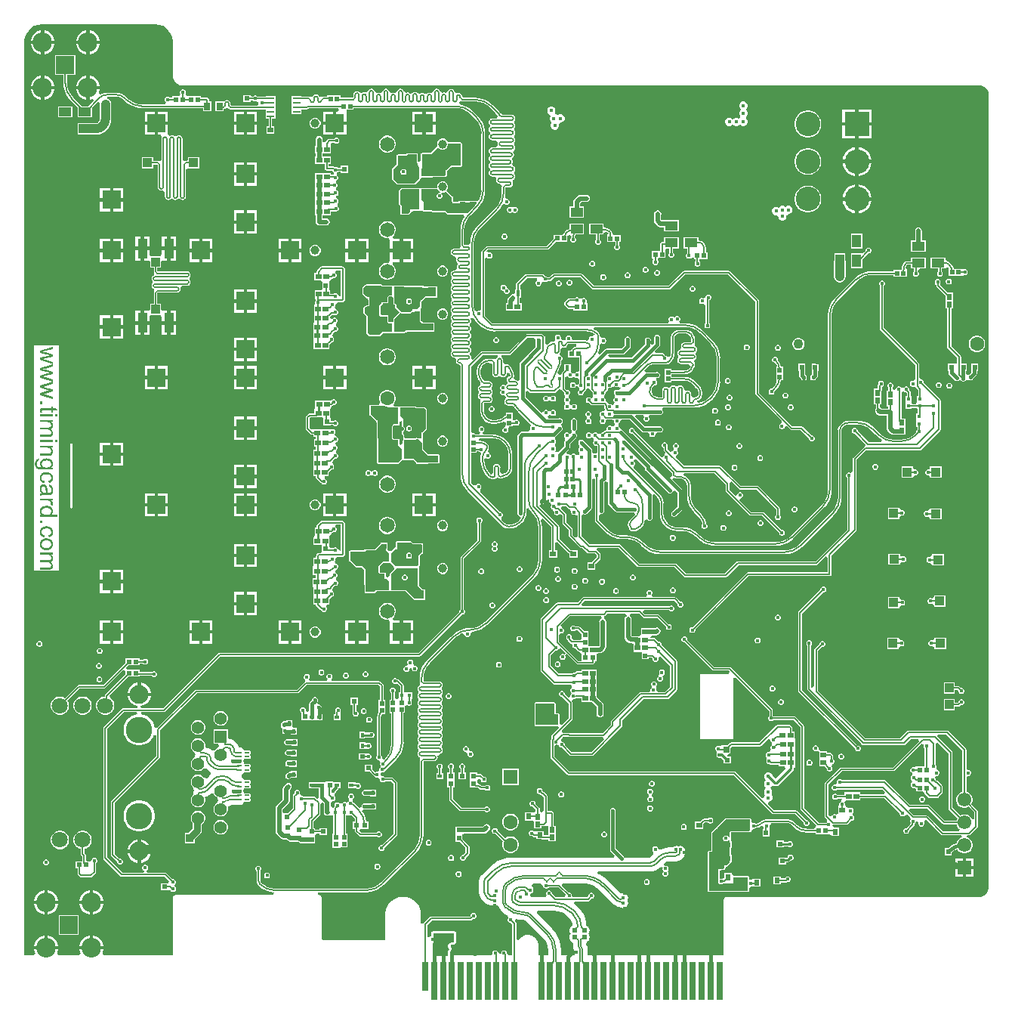
<source format=gbr>
G04*
G04 #@! TF.GenerationSoftware,Altium Limited,Altium Designer,24.2.2 (26)*
G04*
G04 Layer_Physical_Order=10*
G04 Layer_Color=16711680*
%FSLAX25Y25*%
%MOIN*%
G70*
G04*
G04 #@! TF.SameCoordinates,383E0004-DF84-4F77-A050-2B2E5B934949*
G04*
G04*
G04 #@! TF.FilePolarity,Positive*
G04*
G01*
G75*
%ADD14C,0.01000*%
%ADD15C,0.00500*%
%ADD16C,0.00600*%
%ADD21R,0.02362X0.02559*%
%ADD22R,0.02288X0.02016*%
%ADD23R,0.02559X0.02362*%
%ADD26R,0.02165X0.01968*%
%ADD27R,0.02016X0.02288*%
%ADD28R,0.02800X0.16500*%
%ADD32R,0.03347X0.01063*%
%ADD39R,0.01968X0.02165*%
%ADD47R,0.04134X0.08661*%
%ADD48R,0.03937X0.04134*%
%ADD52R,0.02953X0.03543*%
%ADD53R,0.01575X0.01968*%
%ADD57R,0.02165X0.02165*%
%ADD64R,0.01772X0.02657*%
%ADD69R,0.04134X0.03937*%
%ADD70R,0.08661X0.04134*%
%ADD78R,0.02816X0.02648*%
%ADD87R,0.05512X0.05512*%
%ADD88R,0.03937X0.05512*%
%ADD89R,0.02165X0.02165*%
%ADD111R,0.02756X0.03543*%
%ADD112R,0.02800X0.12600*%
%ADD174C,0.04331*%
%ADD175C,0.06299*%
%ADD177R,0.10827X0.10827*%
%ADD178C,0.10827*%
%ADD183C,0.02000*%
%ADD184C,0.00500*%
%ADD185C,0.01500*%
%ADD186C,0.00727*%
%ADD187C,0.00538*%
%ADD188C,0.00538*%
%ADD189R,0.06299X0.09449*%
%ADD190C,0.00550*%
%ADD191C,0.01800*%
%ADD192C,0.04000*%
%ADD193C,0.00800*%
%ADD194C,0.01200*%
%ADD195C,0.04921*%
%ADD196C,0.08661*%
%ADD197R,0.07874X0.07874*%
%ADD198C,0.11614*%
%ADD199C,0.07087*%
%ADD200C,0.08268*%
%ADD201C,0.05512*%
%ADD202R,0.08268X0.08268*%
%ADD203C,0.03937*%
%ADD204C,0.06496*%
%ADD205C,0.25591*%
%ADD206C,0.25000*%
%ADD207R,0.06102X0.06102*%
%ADD208C,0.06102*%
%ADD209R,0.06299X0.06299*%
%ADD210C,0.01600*%
%ADD211C,0.02598*%
%ADD213C,0.03000*%
%ADD214R,0.01772X0.01772*%
%ADD215R,0.02237X0.02254*%
%ADD216R,0.03347X0.03543*%
%ADD217R,0.05512X0.05512*%
%ADD218R,0.05512X0.03937*%
G04:AMPARAMS|DCode=219|XSize=7.87mil|YSize=22.24mil|CornerRadius=1.97mil|HoleSize=0mil|Usage=FLASHONLY|Rotation=270.000|XOffset=0mil|YOffset=0mil|HoleType=Round|Shape=RoundedRectangle|*
%AMROUNDEDRECTD219*
21,1,0.00787,0.01831,0,0,270.0*
21,1,0.00394,0.02224,0,0,270.0*
1,1,0.00394,-0.00915,-0.00197*
1,1,0.00394,-0.00915,0.00197*
1,1,0.00394,0.00915,0.00197*
1,1,0.00394,0.00915,-0.00197*
%
%ADD219ROUNDEDRECTD219*%
G04:AMPARAMS|DCode=220|XSize=15.75mil|YSize=22.24mil|CornerRadius=1.97mil|HoleSize=0mil|Usage=FLASHONLY|Rotation=270.000|XOffset=0mil|YOffset=0mil|HoleType=Round|Shape=RoundedRectangle|*
%AMROUNDEDRECTD220*
21,1,0.01575,0.01831,0,0,270.0*
21,1,0.01181,0.02224,0,0,270.0*
1,1,0.00394,-0.00915,-0.00591*
1,1,0.00394,-0.00915,0.00591*
1,1,0.00394,0.00915,0.00591*
1,1,0.00394,0.00915,-0.00591*
%
%ADD220ROUNDEDRECTD220*%
%ADD221R,0.01772X0.01772*%
%ADD222R,0.02254X0.02237*%
%ADD223R,0.01968X0.01575*%
%ADD224R,0.01843X0.01860*%
%ADD225R,0.04355X0.03773*%
%ADD226R,0.03543X0.03937*%
%ADD227R,0.03543X0.02953*%
%ADD228R,0.03937X0.03543*%
%ADD229R,0.02284X0.02126*%
G36*
X165830Y-13388D02*
X166454Y-13513D01*
Y-13497D01*
X172314D01*
X172348Y-13490D01*
X174108Y-13664D01*
X175833Y-14187D01*
X177422Y-15036D01*
X178790Y-16159D01*
X178809Y-16187D01*
X180558Y-17936D01*
X181250Y-18629D01*
X181872Y-19371D01*
X182229Y-19805D01*
X182254Y-19884D01*
X182264Y-19903D01*
X182280Y-19984D01*
X182284Y-20030D01*
X181727Y-20984D01*
X179859D01*
Y-20968D01*
X179235Y-21093D01*
X178976Y-21266D01*
X178706Y-21446D01*
X178352Y-21976D01*
X178228Y-22600D01*
X178352Y-23224D01*
X178706Y-23753D01*
Y-24646D01*
X178352Y-25176D01*
X178228Y-25800D01*
X178352Y-26424D01*
X178706Y-26953D01*
Y-27846D01*
X178352Y-28376D01*
X178228Y-29000D01*
X178352Y-29624D01*
X178706Y-30153D01*
X179235Y-30507D01*
X179859Y-30631D01*
Y-30615D01*
X181657D01*
X182214Y-31570D01*
X182210Y-31615D01*
X182094Y-32200D01*
X182210Y-32784D01*
X182214Y-32830D01*
X181657Y-33784D01*
X179859D01*
Y-33768D01*
X179235Y-33893D01*
X178976Y-34066D01*
X178706Y-34246D01*
X178352Y-34776D01*
X178228Y-35400D01*
X178352Y-36024D01*
X178706Y-36553D01*
Y-37446D01*
X178352Y-37976D01*
X178228Y-38600D01*
X178352Y-39224D01*
X178706Y-39753D01*
Y-40646D01*
X178352Y-41176D01*
X178228Y-41800D01*
X178352Y-42424D01*
X178706Y-42953D01*
Y-43846D01*
X178352Y-44376D01*
X178228Y-45000D01*
X178352Y-45624D01*
X178706Y-46153D01*
X179235Y-46507D01*
X179859Y-46631D01*
Y-46615D01*
X181043D01*
X181601Y-47570D01*
X181597Y-47616D01*
X181481Y-48200D01*
X181605Y-48824D01*
X181958Y-49353D01*
X182487Y-49707D01*
X183112Y-49831D01*
X183381Y-50054D01*
X183485Y-50166D01*
X184021Y-50911D01*
X184022Y-50912D01*
X183924Y-51400D01*
X183940D01*
X183940Y-51879D01*
Y-53942D01*
X183947Y-53975D01*
X183774Y-55735D01*
X183250Y-57460D01*
X182401Y-59050D01*
X181279Y-60417D01*
X181250Y-60436D01*
X173212Y-68475D01*
X173199Y-68462D01*
X172095Y-69755D01*
X171207Y-71204D01*
X170556Y-72775D01*
X170159Y-74428D01*
X170026Y-76122D01*
X169261Y-76689D01*
X169044Y-76830D01*
X168864Y-76794D01*
Y-76810D01*
X167383D01*
X167374Y-76787D01*
X167351Y-76778D01*
Y-70387D01*
X167344Y-70353D01*
X167518Y-68593D01*
X168041Y-66868D01*
X168891Y-65279D01*
X170013Y-63911D01*
X170041Y-63892D01*
X172775Y-61159D01*
X173495Y-60464D01*
X173494Y-60464D01*
X174599Y-59171D01*
X175487Y-57722D01*
X176137Y-56151D01*
X176534Y-54498D01*
X176667Y-52804D01*
X176650D01*
Y-27656D01*
X176667D01*
X176534Y-25961D01*
X176137Y-24308D01*
X175487Y-22738D01*
X174599Y-21288D01*
X173494Y-19996D01*
X173495Y-19996D01*
X172775Y-19301D01*
X171436Y-17962D01*
X171449Y-17950D01*
X170156Y-16846D01*
X168707Y-15957D01*
X167136Y-15307D01*
X165572Y-14931D01*
X165393Y-14675D01*
X165086Y-13876D01*
X165398Y-13425D01*
X165807Y-13373D01*
X165830Y-13388D01*
D02*
G37*
G36*
X30458Y20669D02*
X30471Y20671D01*
X30483Y20669D01*
X31293Y20685D01*
X32894Y20367D01*
X34413Y19738D01*
X35781Y18824D01*
X36944Y17661D01*
X37857Y16294D01*
X38487Y14774D01*
X38807Y13161D01*
Y12341D01*
X38788Y-1632D01*
X38772Y-1931D01*
X38785Y-2021D01*
X38776Y-2111D01*
X38837Y-2772D01*
X38871Y-2887D01*
X38883Y-3007D01*
X39072Y-3643D01*
X39128Y-3749D01*
X39162Y-3865D01*
X39472Y-4451D01*
X39548Y-4545D01*
X39604Y-4651D01*
X40022Y-5166D01*
X40115Y-5243D01*
X40191Y-5337D01*
X40701Y-5760D01*
X40807Y-5818D01*
X40900Y-5894D01*
X41483Y-6210D01*
X41598Y-6246D01*
X41704Y-6303D01*
X42338Y-6499D01*
X42428Y-6508D01*
X42513Y-6539D01*
X42841Y-6590D01*
X42935Y-6586D01*
X43027Y-6604D01*
X395332Y-6604D01*
X395343Y-6602D01*
X395354Y-6604D01*
X395685Y-6598D01*
X396337Y-6715D01*
X396953Y-6957D01*
X397510Y-7315D01*
X397987Y-7774D01*
X398365Y-8318D01*
X398629Y-8925D01*
X398771Y-9572D01*
X398777Y-9891D01*
X398777Y-360509D01*
X398777Y-360881D01*
X398631Y-361611D01*
X398347Y-362298D01*
X397933Y-362917D01*
X397407Y-363443D01*
X396789Y-363856D01*
X396102Y-364141D01*
X395372Y-364286D01*
X395000Y-364286D01*
X283161D01*
X282693Y-364379D01*
X282296Y-364644D01*
X282031Y-365041D01*
X281938Y-365510D01*
Y-389990D01*
X221911D01*
Y-387751D01*
X221896Y-387678D01*
X221748Y-386555D01*
X221287Y-385440D01*
X221260Y-385406D01*
X221485Y-384354D01*
X221567Y-384299D01*
X221960Y-383907D01*
X222145Y-383629D01*
X222360Y-383349D01*
X222406Y-383239D01*
X222461Y-383156D01*
X222481Y-383058D01*
X222622Y-382717D01*
X222711Y-382039D01*
X222733D01*
X222557Y-381154D01*
X222530Y-381114D01*
X222176Y-380583D01*
X222509Y-380085D01*
X222539Y-380039D01*
X222714Y-379161D01*
X222692D01*
X222604Y-378488D01*
X222463Y-378148D01*
X222443Y-378051D01*
X222389Y-377970D01*
X222344Y-377861D01*
X222130Y-377582D01*
X221946Y-377307D01*
X221254Y-376615D01*
X221168Y-375530D01*
X220763Y-373843D01*
X220100Y-372240D01*
X219193Y-370761D01*
X218121Y-369506D01*
X218074Y-369435D01*
X217138Y-368499D01*
X217126Y-368491D01*
X215730Y-367299D01*
X216025Y-366299D01*
X222043D01*
X222380Y-366232D01*
X222666Y-366041D01*
X223529Y-365177D01*
X223843D01*
X224320Y-364980D01*
X224686Y-364614D01*
X224884Y-364136D01*
Y-363619D01*
X224686Y-363141D01*
X224320Y-362775D01*
X223843Y-362578D01*
X223325D01*
X222848Y-362775D01*
X222482Y-363141D01*
X222284Y-363619D01*
Y-363932D01*
X221678Y-364538D01*
X215883D01*
X215018Y-364014D01*
Y-363496D01*
X214820Y-363019D01*
X214455Y-362653D01*
X213977Y-362455D01*
X213499D01*
X210446Y-359402D01*
X210861Y-358402D01*
X219591D01*
X219691Y-358382D01*
X221286Y-358507D01*
X222939Y-358904D01*
X224510Y-359555D01*
X225959Y-360443D01*
X227176Y-361482D01*
X227233Y-361567D01*
X233264Y-367599D01*
X233377Y-367674D01*
X234130Y-368252D01*
X235131Y-368666D01*
X235758Y-368749D01*
X235992Y-368929D01*
X236713Y-369227D01*
X237487Y-369329D01*
Y-369348D01*
X238372Y-369172D01*
X238411Y-369146D01*
X239122Y-368670D01*
X239624Y-367920D01*
X239800Y-367034D01*
X239624Y-366149D01*
X239514Y-365984D01*
X239624Y-365820D01*
X239800Y-364934D01*
X239624Y-364049D01*
X239122Y-363299D01*
X238411Y-362823D01*
X238372Y-362797D01*
X237487Y-362621D01*
Y-362640D01*
X236713Y-362742D01*
X236504Y-362828D01*
X231641Y-357965D01*
X230936Y-357256D01*
X230936Y-357256D01*
X229094Y-355682D01*
X227029Y-354417D01*
X226344Y-354133D01*
X226543Y-353133D01*
X249418D01*
X249558Y-353105D01*
X250631Y-352999D01*
X251797Y-352646D01*
X252872Y-352071D01*
X253704Y-351388D01*
X253824Y-351308D01*
X254182Y-350950D01*
X255030Y-351517D01*
X254966Y-351669D01*
Y-352186D01*
X255164Y-352664D01*
X255478Y-352977D01*
X255164Y-353291D01*
X254966Y-353769D01*
Y-354286D01*
X255164Y-354764D01*
X255530Y-355129D01*
X256008Y-355327D01*
X256525D01*
X257003Y-355129D01*
X257369Y-354764D01*
X257566Y-354286D01*
Y-353769D01*
X257369Y-353291D01*
X257055Y-352977D01*
X257369Y-352664D01*
X257566Y-352186D01*
Y-351669D01*
X257369Y-351191D01*
X257003Y-350825D01*
X256525Y-350627D01*
X256008D01*
X255528Y-349744D01*
X255496Y-349636D01*
X256254Y-349051D01*
X256997Y-348743D01*
X257804Y-348637D01*
X257874Y-348651D01*
X260641D01*
X260750Y-348629D01*
X261753Y-348497D01*
X262789Y-348068D01*
X263591Y-347452D01*
X263683Y-347391D01*
X263910Y-347164D01*
X264027Y-346989D01*
X264461Y-346423D01*
X264814Y-345572D01*
X264844Y-345404D01*
X264981Y-344647D01*
X265131Y-344204D01*
X265082D01*
X264993Y-344096D01*
X264818Y-343218D01*
X264321Y-342473D01*
X263577Y-341976D01*
X262699Y-341802D01*
X261904Y-341960D01*
X261109Y-341802D01*
X260231Y-341976D01*
X259487Y-342473D01*
X259427Y-342563D01*
X257871D01*
Y-342562D01*
X256028Y-342743D01*
X254256Y-343281D01*
X253994Y-343421D01*
X253659Y-343311D01*
X252902Y-342870D01*
X252796Y-342615D01*
X252430Y-342249D01*
X251953Y-342052D01*
X251435D01*
X250958Y-342249D01*
X250592Y-342615D01*
X250394Y-343093D01*
Y-343610D01*
X250592Y-344088D01*
X250833Y-344329D01*
X250962Y-344688D01*
X250977Y-345544D01*
X249521Y-347001D01*
X249515Y-347009D01*
X249424Y-347047D01*
X249415Y-347045D01*
X238016D01*
Y-347033D01*
X237818Y-346556D01*
X237453Y-346190D01*
X237391Y-346164D01*
X234277Y-343050D01*
Y-326872D01*
X234302Y-326810D01*
Y-326293D01*
X234104Y-325815D01*
X233739Y-325449D01*
X233261Y-325252D01*
X232744D01*
X232266Y-325449D01*
X231900Y-325815D01*
X231702Y-326293D01*
Y-326810D01*
X231728Y-326872D01*
Y-343578D01*
X231825Y-344066D01*
X232101Y-344479D01*
X233743Y-346121D01*
X233360Y-347045D01*
X188451D01*
X188437Y-347048D01*
X186297Y-347216D01*
X184196Y-347721D01*
X182200Y-348547D01*
X180358Y-349676D01*
X178726Y-351070D01*
X178714Y-351078D01*
X175062Y-354730D01*
X175062Y-354731D01*
X175062Y-354731D01*
X174963Y-354878D01*
X174469Y-355522D01*
X174092Y-356433D01*
X173986Y-357237D01*
X173951Y-357412D01*
X173951D01*
X173951Y-357412D01*
Y-362316D01*
X173972Y-362423D01*
X174105Y-363432D01*
X174536Y-364471D01*
X174942Y-365001D01*
X175315Y-365590D01*
X175368Y-365691D01*
X175370Y-365696D01*
X175428Y-365809D01*
X175779Y-366264D01*
X175779Y-366264D01*
X176249Y-366734D01*
X176249Y-366734D01*
X176342Y-366796D01*
X177141Y-367409D01*
X178174Y-367837D01*
X178194Y-367840D01*
X179127Y-367963D01*
X180063Y-368174D01*
X180154Y-368185D01*
X180969Y-368291D01*
X181434Y-368198D01*
X181925Y-368175D01*
X182687Y-368757D01*
X182889Y-369244D01*
X183368Y-369868D01*
X183556Y-370114D01*
X183556Y-370114D01*
X183605Y-370186D01*
X183604Y-370186D01*
X184018Y-370599D01*
X184018Y-370599D01*
X184041Y-370614D01*
X184326Y-370858D01*
X185612Y-371956D01*
X186566Y-372541D01*
X186753Y-373678D01*
X186555Y-374155D01*
Y-374673D01*
X186753Y-375150D01*
X187118Y-375516D01*
X187596Y-375714D01*
X187857D01*
X188633Y-376490D01*
Y-389990D01*
X187461D01*
X186495Y-389867D01*
X186427Y-389530D01*
X186301Y-389341D01*
Y-388995D01*
X186103Y-388518D01*
X185738Y-388152D01*
X185260Y-387954D01*
X184743D01*
X184265Y-388152D01*
X183899Y-388518D01*
X183701Y-388995D01*
Y-389068D01*
X183468Y-389289D01*
X183320Y-389320D01*
X182405Y-388995D01*
X182207Y-388518D01*
X181841Y-388152D01*
X181363Y-387954D01*
X180846D01*
X180368Y-388152D01*
X180003Y-388518D01*
X179805Y-388995D01*
Y-389513D01*
X179486Y-389990D01*
X161227D01*
Y-388841D01*
X161304Y-388456D01*
X161578Y-388046D01*
X161598Y-387999D01*
X161629Y-387960D01*
X161673Y-387816D01*
X161730Y-387678D01*
Y-387628D01*
X161745Y-387579D01*
X161761Y-387417D01*
X161756Y-387367D01*
X161766Y-387317D01*
X161737Y-387170D01*
X161722Y-387021D01*
X161698Y-386977D01*
X161688Y-386927D01*
X161605Y-386803D01*
X161535Y-386670D01*
X161529Y-386197D01*
X162151Y-385386D01*
X162348D01*
X162378Y-385399D01*
X162478D01*
X162576Y-385418D01*
X162675Y-385399D01*
X162775D01*
X162868Y-385360D01*
X162967Y-385340D01*
X163050Y-385285D01*
X163143Y-385246D01*
X163559Y-384968D01*
X163630Y-384897D01*
X163713Y-384842D01*
X163769Y-384758D01*
X163840Y-384687D01*
X163878Y-384594D01*
X163934Y-384511D01*
X163954Y-384412D01*
X163992Y-384320D01*
Y-384219D01*
X164012Y-384121D01*
Y-380600D01*
X163934Y-380210D01*
X163713Y-379879D01*
X163382Y-379658D01*
X162992Y-379580D01*
X153718D01*
X153328Y-379658D01*
X152997Y-379879D01*
X152776Y-380210D01*
X152699Y-380600D01*
Y-381620D01*
X152610Y-381699D01*
X152609Y-381699D01*
X152604Y-381704D01*
X152006Y-382239D01*
X151061Y-382013D01*
Y-376747D01*
X153083Y-374725D01*
X170296D01*
X170632Y-374658D01*
X170918Y-374467D01*
X171393Y-373992D01*
X171707D01*
X172185Y-373794D01*
X172550Y-373428D01*
X172748Y-372951D01*
Y-372433D01*
X172550Y-371956D01*
X172185Y-371590D01*
X171707Y-371392D01*
X171190D01*
X170712Y-371590D01*
X170346Y-371956D01*
X170148Y-372433D01*
Y-372747D01*
X169931Y-372964D01*
X152718D01*
X152381Y-373031D01*
X152095Y-373222D01*
X149558Y-375759D01*
X149368Y-376045D01*
X149345Y-376157D01*
X148345Y-376059D01*
Y-372198D01*
X148341Y-372176D01*
X148345Y-372155D01*
X148322Y-371496D01*
X148299Y-371399D01*
Y-371300D01*
X148043Y-370014D01*
X147997Y-369902D01*
X147973Y-369784D01*
X147472Y-368573D01*
X147405Y-368473D01*
X147359Y-368361D01*
X146630Y-367271D01*
X146545Y-367186D01*
X146478Y-367085D01*
X145551Y-366158D01*
X145450Y-366091D01*
X145365Y-366006D01*
X144275Y-365277D01*
X144163Y-365231D01*
X144063Y-365164D01*
X142852Y-364663D01*
X142733Y-364639D01*
X142622Y-364593D01*
X141336Y-364337D01*
X141215D01*
X141097Y-364314D01*
X139786D01*
X139668Y-364337D01*
X139547D01*
X138261Y-364593D01*
X138150Y-364639D01*
X138031Y-364663D01*
X136820Y-365164D01*
X136720Y-365231D01*
X136608Y-365277D01*
X135518Y-366006D01*
X135433Y-366091D01*
X135333Y-366158D01*
X134405Y-367085D01*
X134338Y-367186D01*
X134253Y-367271D01*
X133525Y-368361D01*
X133478Y-368473D01*
X133412Y-368573D01*
X132910Y-369784D01*
X132886Y-369902D01*
X132840Y-370014D01*
X132584Y-371300D01*
Y-371391D01*
X132562Y-371479D01*
X132530Y-372134D01*
X132534Y-372165D01*
X132528Y-372194D01*
Y-383366D01*
X105178D01*
X104471Y-382659D01*
X104480Y-365010D01*
X104468Y-364950D01*
X104474Y-364889D01*
X104464Y-364792D01*
X104412Y-364620D01*
X104377Y-364444D01*
X104302Y-364264D01*
X104302Y-364263D01*
X104179Y-364080D01*
X104037Y-363866D01*
X104037Y-363866D01*
X103899Y-363729D01*
X103899Y-363729D01*
X103899Y-363728D01*
X103502Y-363463D01*
X103502Y-363463D01*
X103502Y-363463D01*
X103322Y-363389D01*
X103145Y-363354D01*
X102973Y-363301D01*
X102950Y-363299D01*
X102998Y-362299D01*
X124149D01*
Y-362317D01*
X125844Y-362183D01*
X127497Y-361787D01*
X129068Y-361136D01*
X130517Y-360248D01*
X131810Y-359144D01*
X131797Y-359131D01*
X145572Y-345356D01*
X146291Y-344662D01*
X146291Y-344662D01*
X147396Y-343369D01*
X148284Y-341920D01*
X148934Y-340349D01*
X149331Y-338696D01*
X149465Y-337001D01*
X149447D01*
Y-305638D01*
Y-304536D01*
X149469Y-304527D01*
X149479Y-304504D01*
X154087D01*
Y-304520D01*
X154711Y-304396D01*
X154970Y-304223D01*
X155240Y-304042D01*
X155594Y-303513D01*
X155718Y-302888D01*
X155602Y-302304D01*
X155597Y-302258D01*
X155719Y-302051D01*
X156367Y-301320D01*
X156992Y-301196D01*
X157250Y-301023D01*
X157521Y-300842D01*
X157874Y-300313D01*
X157999Y-299689D01*
X157874Y-299064D01*
X157521Y-298535D01*
Y-297642D01*
X157874Y-297113D01*
X157999Y-296488D01*
X157874Y-295864D01*
X157521Y-295335D01*
Y-294442D01*
X157874Y-293913D01*
X157999Y-293288D01*
X157874Y-292664D01*
X157521Y-292135D01*
Y-291242D01*
X157874Y-290713D01*
X157999Y-290089D01*
X157874Y-289464D01*
X157521Y-288935D01*
Y-288042D01*
X157874Y-287513D01*
X157999Y-286889D01*
X157874Y-286264D01*
X157521Y-285735D01*
Y-284842D01*
X157874Y-284313D01*
X157999Y-283688D01*
X157874Y-283064D01*
X157521Y-282535D01*
Y-281642D01*
X157874Y-281113D01*
X157999Y-280488D01*
X157874Y-279864D01*
X157521Y-279335D01*
Y-278442D01*
X157874Y-277913D01*
X157999Y-277289D01*
X157874Y-276664D01*
X157521Y-276135D01*
Y-275242D01*
X157874Y-274713D01*
X157999Y-274089D01*
X157874Y-273464D01*
X157521Y-272935D01*
Y-272042D01*
X157874Y-271513D01*
X157999Y-270888D01*
X157874Y-270264D01*
X157521Y-269735D01*
X156992Y-269381D01*
X156367Y-269257D01*
Y-269273D01*
X149479D01*
X149469Y-269250D01*
X149447Y-269241D01*
Y-267834D01*
X149440Y-267801D01*
X149614Y-266041D01*
X150137Y-264316D01*
X150986Y-262726D01*
X152109Y-261359D01*
X152137Y-261340D01*
X163347Y-250131D01*
X163347Y-250131D01*
X164089Y-249508D01*
X164733Y-248980D01*
X166322Y-248130D01*
X166623Y-248039D01*
X167588Y-248641D01*
X167786Y-249118D01*
X168151Y-249484D01*
X168629Y-249682D01*
X169147D01*
X169624Y-249484D01*
X169990Y-249118D01*
X170188Y-248641D01*
X170188Y-248124D01*
X170962Y-247379D01*
X171657Y-247325D01*
X173310Y-246928D01*
X174880Y-246277D01*
X176330Y-245389D01*
X177622Y-244285D01*
X177610Y-244273D01*
X197907Y-223975D01*
X198627Y-223280D01*
X198627Y-223280D01*
X199731Y-221988D01*
X200619Y-220538D01*
X201270Y-218968D01*
X201667Y-217315D01*
X201800Y-215620D01*
X201782D01*
Y-201438D01*
X201800D01*
X201667Y-199744D01*
X201270Y-198091D01*
X201215Y-197958D01*
X202063Y-197392D01*
X205891Y-201220D01*
Y-211465D01*
X204902D01*
Y-214827D01*
X208461D01*
Y-211465D01*
X207472D01*
Y-208159D01*
X208472Y-207744D01*
X213400Y-212673D01*
X213657Y-212844D01*
X213833Y-212879D01*
Y-214670D01*
X217392D01*
Y-211307D01*
X214270D01*
X209365Y-206403D01*
Y-201139D01*
X209305Y-200837D01*
X209134Y-200581D01*
X200619Y-192066D01*
X201151Y-191270D01*
X201229Y-191236D01*
X201260Y-191249D01*
X201777D01*
X202255Y-191051D01*
X202620Y-190685D01*
X202665Y-190578D01*
X203322Y-189921D01*
X203598Y-189508D01*
X204581Y-188968D01*
X204674Y-188962D01*
X204752Y-189111D01*
Y-189629D01*
X204950Y-190106D01*
X205315Y-190472D01*
X205409Y-190511D01*
X205762Y-191424D01*
X205752Y-191653D01*
X205605Y-192009D01*
Y-192526D01*
X205803Y-193004D01*
X206169Y-193369D01*
X206421Y-193474D01*
X206673Y-193628D01*
X207021Y-194440D01*
Y-194957D01*
X207219Y-195435D01*
X207585Y-195801D01*
X208063Y-195999D01*
X208580D01*
X209057Y-195801D01*
X209423Y-195435D01*
X210406Y-195675D01*
X210825Y-196094D01*
Y-199487D01*
X210825Y-199487D01*
X210887Y-199799D01*
X211064Y-200064D01*
X213648Y-202647D01*
Y-205174D01*
X213648Y-205174D01*
X213710Y-205486D01*
X213886Y-205751D01*
X218372Y-210236D01*
X218372Y-210236D01*
X218636Y-210413D01*
X218948Y-210475D01*
X218948Y-210475D01*
X219675D01*
X221812Y-212612D01*
X221812Y-212612D01*
X222077Y-212789D01*
X222389Y-212851D01*
X225061D01*
X225794Y-213583D01*
Y-214694D01*
X223973Y-216514D01*
X223840Y-216714D01*
X221791D01*
Y-220076D01*
X225350D01*
Y-217593D01*
X225366Y-217514D01*
Y-217428D01*
X227375Y-215419D01*
X227375Y-215419D01*
X227552Y-215155D01*
X227614Y-214843D01*
Y-213434D01*
X227614Y-213434D01*
X227552Y-213122D01*
X227375Y-212857D01*
X227375Y-212857D01*
X226002Y-211484D01*
X226006Y-211373D01*
X226318Y-210484D01*
X235636D01*
X243825Y-218673D01*
X243825Y-218673D01*
X244090Y-218850D01*
X244402Y-218912D01*
X260196D01*
X264336Y-223053D01*
X264336Y-223053D01*
X264601Y-223230D01*
X264913Y-223292D01*
X264913Y-223292D01*
X282795D01*
X282795Y-223292D01*
X283107Y-223230D01*
X283371Y-223053D01*
X288477Y-217947D01*
X322784D01*
X322784Y-217947D01*
X323097Y-217885D01*
X323361Y-217708D01*
X326859Y-214210D01*
X327859Y-214624D01*
Y-221232D01*
X292633D01*
X292321Y-221294D01*
X292056Y-221470D01*
X292056Y-221470D01*
X268202Y-245325D01*
X267797D01*
X267319Y-245523D01*
X266953Y-245888D01*
X266755Y-246366D01*
Y-246883D01*
X266953Y-247361D01*
X267319Y-247727D01*
X267797Y-247925D01*
X268314D01*
X268792Y-247727D01*
X269158Y-247361D01*
X269355Y-246883D01*
Y-246478D01*
X292971Y-222863D01*
X328675D01*
X328987Y-222801D01*
X329252Y-222624D01*
X329429Y-222359D01*
X329491Y-222047D01*
Y-213769D01*
X340298Y-202962D01*
X340298Y-202962D01*
X340475Y-202697D01*
X340537Y-202385D01*
X340537Y-202385D01*
Y-171526D01*
X344712Y-167351D01*
X368528D01*
X368528Y-167351D01*
X368840Y-167289D01*
X369105Y-167112D01*
X377482Y-158735D01*
X377659Y-158470D01*
X377721Y-158158D01*
X377721Y-158158D01*
Y-145336D01*
X377721Y-145336D01*
X377659Y-145024D01*
X377482Y-144759D01*
X377482Y-144759D01*
X370265Y-137542D01*
Y-137137D01*
X370067Y-136659D01*
X369701Y-136293D01*
X369224Y-136095D01*
X368706D01*
X368181Y-135231D01*
Y-129312D01*
X368181Y-129311D01*
X368119Y-128999D01*
X367942Y-128735D01*
X367942Y-128735D01*
X367342Y-128135D01*
X367158Y-127859D01*
X352636Y-113338D01*
Y-94879D01*
X352987Y-94528D01*
X353185Y-94050D01*
Y-93533D01*
X352987Y-93055D01*
X352621Y-92690D01*
X352143Y-92492D01*
X351626D01*
X351148Y-92690D01*
X350783Y-93055D01*
X350585Y-93533D01*
Y-94050D01*
X350783Y-94528D01*
X350875Y-94621D01*
Y-113702D01*
X350942Y-114039D01*
X351133Y-114325D01*
X365913Y-129104D01*
X366189Y-129289D01*
X366549Y-129649D01*
Y-136088D01*
X365613Y-136738D01*
X365096D01*
X364618Y-136936D01*
X364252Y-137302D01*
X364054Y-137779D01*
Y-138297D01*
X364252Y-138774D01*
X364618Y-139140D01*
X365096Y-139338D01*
X365613D01*
X366492Y-139534D01*
X366788Y-139825D01*
X367688Y-140726D01*
Y-143290D01*
X367118D01*
X367118Y-146061D01*
X366837Y-146944D01*
X365250D01*
X364968Y-146061D01*
X364968Y-145439D01*
Y-143290D01*
X364463D01*
Y-141851D01*
X364463Y-141851D01*
X364396Y-141514D01*
X364205Y-141228D01*
X364205Y-141228D01*
X363802Y-140825D01*
X363811Y-140802D01*
Y-140285D01*
X363614Y-139807D01*
X363248Y-139441D01*
X362770Y-139243D01*
X362253D01*
X361775Y-139441D01*
X361409Y-139807D01*
X360354D01*
X359988Y-139441D01*
X359511Y-139243D01*
X358993D01*
X358516Y-139441D01*
X358150Y-139807D01*
X357952Y-140285D01*
X357225Y-140813D01*
X357136Y-140862D01*
X356841Y-140665D01*
X356656Y-139611D01*
X356854Y-139134D01*
Y-138617D01*
X356656Y-138139D01*
X356291Y-137773D01*
X355813Y-137575D01*
X355296D01*
X354818Y-137773D01*
X354452Y-138139D01*
X354254Y-138617D01*
Y-139134D01*
X354452Y-139611D01*
X354674Y-139833D01*
Y-141102D01*
X353873D01*
Y-144661D01*
Y-148007D01*
X354674D01*
Y-149030D01*
X351605D01*
X351361Y-148785D01*
X350881Y-148464D01*
Y-147110D01*
X351681D01*
Y-143763D01*
Y-141251D01*
X351698Y-141166D01*
X351698Y-141166D01*
Y-139313D01*
X352114Y-139140D01*
X352480Y-138774D01*
X352678Y-138297D01*
Y-137779D01*
X352480Y-137302D01*
X352114Y-136936D01*
X351637Y-136738D01*
X351119D01*
X350641Y-136936D01*
X350276Y-137302D01*
X350078Y-137779D01*
Y-138297D01*
X350101Y-138353D01*
X350004Y-138497D01*
X349937Y-138834D01*
Y-140204D01*
X348319D01*
Y-143763D01*
Y-147110D01*
X349120D01*
Y-148903D01*
X348867Y-149282D01*
X348750Y-149867D01*
X348867Y-150452D01*
X349198Y-150948D01*
X349890Y-151640D01*
X350386Y-151972D01*
X350972Y-152088D01*
X353885D01*
Y-157664D01*
X354001Y-158249D01*
X354333Y-158745D01*
X355654Y-160066D01*
X356150Y-160398D01*
X356735Y-160514D01*
X360059D01*
X360645Y-160398D01*
X360655Y-160391D01*
X362114D01*
Y-157044D01*
Y-153485D01*
X360496D01*
Y-141673D01*
X361094Y-141416D01*
X361496Y-141366D01*
X361775Y-141646D01*
X362253Y-141843D01*
X362330D01*
X362702Y-142216D01*
Y-143290D01*
X362197D01*
X362197Y-146061D01*
X362197Y-147061D01*
Y-149211D01*
X364968D01*
Y-148705D01*
X367118D01*
Y-149211D01*
X367525D01*
Y-151119D01*
X366921D01*
X366921Y-153891D01*
X366921Y-154891D01*
Y-157040D01*
X367491D01*
Y-158210D01*
X367205Y-158496D01*
X367007Y-158974D01*
Y-159379D01*
X366415Y-159971D01*
X366396Y-160000D01*
X365028Y-161122D01*
X363439Y-161971D01*
X361714Y-162495D01*
X359954Y-162668D01*
X359920Y-162661D01*
X357366D01*
X357333Y-162668D01*
X355573Y-162495D01*
X353848Y-161971D01*
X352258Y-161122D01*
X351614Y-160593D01*
X350872Y-159971D01*
X350872Y-159971D01*
X348458Y-157557D01*
X348471Y-157545D01*
X347178Y-156441D01*
X345729Y-155553D01*
X344158Y-154902D01*
X342505Y-154505D01*
X340810Y-154372D01*
Y-154390D01*
X337191D01*
Y-154359D01*
X335792Y-154543D01*
X334489Y-155083D01*
X333369Y-155942D01*
X333381Y-155953D01*
X332822Y-156682D01*
X332486Y-157492D01*
X332470Y-157530D01*
X332350Y-158441D01*
X332365D01*
Y-187934D01*
X332371Y-187967D01*
X332198Y-189727D01*
X331675Y-191452D01*
X330825Y-193042D01*
X330297Y-193686D01*
X329675Y-194428D01*
X315244Y-208859D01*
X315225Y-208888D01*
X313857Y-210010D01*
X312268Y-210859D01*
X310543Y-211383D01*
X308783Y-211556D01*
X308749Y-211549D01*
X253899D01*
X253866Y-211556D01*
X252105Y-211383D01*
X250380Y-210859D01*
X248791Y-210010D01*
X248147Y-209481D01*
X247405Y-208859D01*
X246613Y-208067D01*
Y-208042D01*
Y-208042D01*
X245320Y-206938D01*
X243871Y-206050D01*
X242300Y-205399D01*
X240647Y-205003D01*
X240231Y-204970D01*
X240219Y-204967D01*
X240213Y-204969D01*
X238952Y-204869D01*
Y-204887D01*
X237173D01*
X236226Y-204863D01*
D01*
X235256Y-204699D01*
X233867Y-204277D01*
X232277Y-203428D01*
X231633Y-202900D01*
X230891Y-202277D01*
X230198Y-201585D01*
X226716Y-198103D01*
Y-196087D01*
X227679Y-195464D01*
X228196D01*
X228674Y-195266D01*
X229040Y-194900D01*
X229238Y-194422D01*
Y-193905D01*
X229212Y-193843D01*
Y-181510D01*
X229860Y-180950D01*
X230774Y-181349D01*
Y-190520D01*
X230871Y-191007D01*
X231147Y-191421D01*
X234045Y-194319D01*
X234459Y-194596D01*
X234946Y-194693D01*
X242330D01*
X242360Y-194705D01*
X242394Y-194722D01*
X242666Y-195083D01*
X242823Y-195718D01*
X240532Y-198009D01*
X240524Y-198002D01*
X240033Y-198641D01*
X239976Y-198779D01*
X239725Y-199386D01*
X239620Y-200185D01*
X239616D01*
X239736Y-201100D01*
X239749Y-201132D01*
X240076Y-201919D01*
X240089Y-201952D01*
X240651Y-202684D01*
X240654Y-202680D01*
X241071Y-202958D01*
X241563Y-203056D01*
Y-203060D01*
X242723Y-202946D01*
X243839Y-202607D01*
X244866Y-202058D01*
X245767Y-201319D01*
X245776Y-201327D01*
X246529Y-200346D01*
X247002Y-199203D01*
X247154Y-198054D01*
X247287Y-197947D01*
X248036Y-197800D01*
X248139Y-197798D01*
X248490Y-198149D01*
X248968Y-198347D01*
X249485D01*
X249962Y-198149D01*
X250328Y-197783D01*
X250526Y-197305D01*
Y-196788D01*
X250501Y-196727D01*
Y-187260D01*
X251193Y-186868D01*
X251475Y-186820D01*
X251902Y-187247D01*
X252607Y-187956D01*
X253207Y-188737D01*
X253584Y-189646D01*
X253712Y-190623D01*
X253714D01*
Y-195145D01*
X253692D01*
X253843Y-196676D01*
X254289Y-198148D01*
X255014Y-199504D01*
X255990Y-200693D01*
X255989Y-200694D01*
X257219Y-201703D01*
X258622Y-202453D01*
X260144Y-202915D01*
X261727Y-203070D01*
Y-203047D01*
X264060D01*
X264069Y-203045D01*
X265562Y-203192D01*
X267006Y-203630D01*
X268337Y-204342D01*
X269497Y-205293D01*
X269502Y-205301D01*
X269773Y-205572D01*
X270468Y-206292D01*
X270468Y-206292D01*
X271760Y-207396D01*
X273210Y-208284D01*
X274780Y-208935D01*
X276433Y-209332D01*
X278128Y-209465D01*
Y-209447D01*
X305018D01*
Y-209465D01*
X306713Y-209332D01*
X308366Y-208935D01*
X309936Y-208284D01*
X311385Y-207396D01*
X312678Y-206292D01*
X312666Y-206279D01*
X325681Y-193264D01*
X326400Y-192570D01*
X326400Y-192570D01*
X327505Y-191277D01*
X328393Y-189828D01*
X329043Y-188257D01*
X329440Y-186604D01*
X329574Y-184909D01*
X329556D01*
Y-107812D01*
X329549Y-107779D01*
X329723Y-106018D01*
X330246Y-104294D01*
X331095Y-102704D01*
X332218Y-101337D01*
X332246Y-101318D01*
X340083Y-93480D01*
X340776Y-92788D01*
X341518Y-92166D01*
X342162Y-91637D01*
X343752Y-90788D01*
X345476Y-90265D01*
X347236Y-90091D01*
X347270Y-90098D01*
X356784D01*
Y-90766D01*
X362902D01*
Y-87798D01*
X362902D01*
X362414Y-87000D01*
X362332Y-86798D01*
X362620Y-86102D01*
X363011Y-85593D01*
X364657D01*
Y-87246D01*
X365706D01*
X365940Y-87513D01*
X365950Y-88513D01*
X365678Y-88784D01*
X365480Y-89262D01*
Y-89779D01*
X365678Y-90257D01*
X366044Y-90623D01*
X366522Y-90820D01*
X367039D01*
X367517Y-90623D01*
X367882Y-90257D01*
X368080Y-89779D01*
Y-89262D01*
X367882Y-88784D01*
X367609Y-88511D01*
X367608Y-88233D01*
X368494Y-87246D01*
X371169D01*
Y-82309D01*
X364657D01*
Y-83962D01*
X362613D01*
X362301Y-84024D01*
X362036Y-84201D01*
X362015Y-84180D01*
X361179Y-85270D01*
X360653Y-86539D01*
X360488Y-87798D01*
X356784D01*
Y-88467D01*
X347270D01*
Y-88449D01*
X345575Y-88582D01*
X343922Y-88979D01*
X342352Y-89630D01*
X340902Y-90518D01*
X339610Y-91622D01*
X339610Y-91622D01*
X338915Y-92341D01*
X331092Y-100164D01*
X331080Y-100152D01*
X329976Y-101444D01*
X329087Y-102894D01*
X328437Y-104464D01*
X328040Y-106117D01*
X327907Y-107812D01*
X327924D01*
Y-184909D01*
X327931Y-184943D01*
X327758Y-186703D01*
X327235Y-188428D01*
X326385Y-190017D01*
X325856Y-190661D01*
X325235Y-191403D01*
X324542Y-192096D01*
X311512Y-205126D01*
X311493Y-205154D01*
X310126Y-206276D01*
X308536Y-207126D01*
X306811Y-207649D01*
X305051Y-207823D01*
X305018Y-207816D01*
X278128D01*
X278095Y-207823D01*
X276334Y-207649D01*
X274609Y-207126D01*
X273020Y-206276D01*
X272376Y-205748D01*
X271634Y-205126D01*
X271634Y-205126D01*
X270655Y-204148D01*
X270676Y-204127D01*
X269258Y-202963D01*
X267641Y-202099D01*
X265886Y-201566D01*
X264060Y-201386D01*
Y-201416D01*
X261727D01*
Y-201413D01*
X260467Y-201289D01*
X259256Y-200921D01*
X258140Y-200324D01*
X257162Y-199522D01*
X257162Y-199521D01*
X257162Y-199521D01*
X257162D01*
X256393Y-198583D01*
X255821Y-197513D01*
X255469Y-196353D01*
X255350Y-195145D01*
X255346D01*
Y-190623D01*
X255376D01*
X255191Y-189216D01*
X254648Y-187905D01*
X253784Y-186779D01*
X253784Y-186779D01*
X253055Y-186093D01*
X242328Y-175366D01*
X242242Y-174320D01*
X242608Y-173954D01*
X242806Y-173476D01*
Y-172959D01*
X242608Y-172481D01*
X242423Y-172296D01*
X242319Y-172136D01*
X242501Y-171435D01*
X243534Y-171280D01*
X247252Y-174997D01*
Y-175536D01*
X247349Y-176024D01*
X247625Y-176437D01*
X257022Y-185834D01*
X257047Y-185895D01*
X257413Y-186261D01*
X257891Y-186459D01*
X258408D01*
X258886Y-186261D01*
X259251Y-185895D01*
X259413Y-185506D01*
X259838Y-185305D01*
X260449Y-185128D01*
X261453Y-186132D01*
Y-192187D01*
X259336Y-194304D01*
X259274Y-194329D01*
X258908Y-194695D01*
X258710Y-195173D01*
Y-195690D01*
X258908Y-196168D01*
X259274Y-196533D01*
X259752Y-196731D01*
X260269D01*
X260747Y-196533D01*
X261112Y-196168D01*
X261138Y-196106D01*
X263628Y-193616D01*
X263904Y-193202D01*
X264001Y-192715D01*
Y-185604D01*
X263904Y-185116D01*
X263628Y-184702D01*
X259061Y-180135D01*
X259182Y-179996D01*
X259182Y-179996D01*
X259721Y-179381D01*
X259796Y-179438D01*
X259892Y-179512D01*
X260058Y-179581D01*
X260442Y-179740D01*
X260608Y-179809D01*
X261375Y-179910D01*
Y-179900D01*
X263023D01*
X263056Y-179894D01*
X263966Y-180075D01*
X263976Y-180082D01*
X264753Y-180621D01*
X265320Y-181360D01*
X265677Y-182220D01*
X265798Y-183144D01*
X265802D01*
Y-187270D01*
X265785D01*
X265915Y-188925D01*
X266303Y-190539D01*
X266938Y-192072D01*
X267805Y-193487D01*
X268883Y-194749D01*
X268895Y-194737D01*
X270931Y-196774D01*
X270931Y-196774D01*
X271528Y-197527D01*
X271852Y-197949D01*
X272424Y-199330D01*
X272498Y-199896D01*
X272318Y-200076D01*
X272120Y-200554D01*
Y-201071D01*
X272318Y-201549D01*
X272684Y-201915D01*
X273162Y-202113D01*
X273679D01*
X274157Y-201915D01*
X274522Y-201549D01*
X274720Y-201071D01*
Y-200554D01*
X274522Y-200076D01*
X274157Y-199711D01*
X274147Y-199706D01*
X274114Y-199376D01*
X273695Y-197995D01*
X273015Y-196722D01*
X272099Y-195606D01*
X272099Y-195606D01*
X271378Y-194913D01*
X270049Y-193584D01*
X270024Y-193567D01*
X268931Y-192236D01*
X268105Y-190690D01*
X267597Y-189014D01*
X267428Y-187299D01*
X267433Y-187270D01*
Y-183144D01*
X267462D01*
X267284Y-181789D01*
X266761Y-180527D01*
X265930Y-179444D01*
X265923Y-179451D01*
X265074Y-178799D01*
X264292Y-178475D01*
X264491Y-177475D01*
X278009D01*
X282812Y-182278D01*
Y-185239D01*
X282812Y-185239D01*
X282874Y-185551D01*
X283051Y-185815D01*
X293243Y-196008D01*
X293243Y-196008D01*
X293508Y-196185D01*
X293820Y-196247D01*
X293820Y-196247D01*
X298953D01*
X306355Y-203648D01*
Y-204053D01*
X306553Y-204531D01*
X306919Y-204897D01*
X307396Y-205095D01*
X307913D01*
X308391Y-204897D01*
X308757Y-204531D01*
X308955Y-204053D01*
Y-203536D01*
X308757Y-203058D01*
X308391Y-202693D01*
X307913Y-202495D01*
X307508D01*
X299868Y-194854D01*
X299603Y-194677D01*
X299291Y-194615D01*
X299291Y-194615D01*
X294158D01*
X289003Y-189461D01*
X289417Y-188461D01*
X289469D01*
X289947Y-188263D01*
X290312Y-187897D01*
X290510Y-187419D01*
Y-186902D01*
X290312Y-186424D01*
X289947Y-186058D01*
X289469Y-185861D01*
X288951D01*
X288474Y-186058D01*
X288108Y-186424D01*
X287910Y-186902D01*
Y-186953D01*
X286910Y-187368D01*
X284443Y-184901D01*
Y-181941D01*
X284393Y-181686D01*
X284436Y-181624D01*
X285360Y-181239D01*
X288503Y-184382D01*
X288503Y-184382D01*
X288767Y-184558D01*
X289079Y-184621D01*
X289079Y-184621D01*
X296358D01*
X305090Y-193352D01*
Y-195886D01*
X304803Y-196172D01*
X304606Y-196650D01*
Y-197167D01*
X304803Y-197645D01*
X305169Y-198010D01*
X305647Y-198208D01*
X306164D01*
X306642Y-198010D01*
X307008Y-197645D01*
X307206Y-197167D01*
Y-196650D01*
X307008Y-196172D01*
X306721Y-195886D01*
Y-193014D01*
X306721Y-193014D01*
X306659Y-192702D01*
X306482Y-192438D01*
X297273Y-183228D01*
X297008Y-183051D01*
X296696Y-182989D01*
X296696Y-182989D01*
X289417D01*
X280900Y-174472D01*
X280635Y-174295D01*
X280323Y-174233D01*
X280323Y-174233D01*
X264445D01*
X260819Y-170608D01*
X260808Y-170508D01*
X261112Y-169486D01*
X261189Y-169454D01*
X261555Y-169089D01*
X261753Y-168611D01*
Y-168094D01*
X261555Y-167616D01*
X261544Y-167605D01*
X261534Y-166624D01*
X261653Y-166408D01*
X261898Y-166162D01*
X262096Y-165684D01*
Y-165167D01*
X261898Y-164689D01*
X261532Y-164324D01*
X261055Y-164126D01*
X260538D01*
X260060Y-164324D01*
X259694Y-164689D01*
X259496Y-165167D01*
Y-165684D01*
X259694Y-166162D01*
X259705Y-166173D01*
X259715Y-167154D01*
X259596Y-167371D01*
X259350Y-167616D01*
X259319Y-167693D01*
X258297Y-167997D01*
X258197Y-167986D01*
X257149Y-166937D01*
Y-165899D01*
X257149Y-165899D01*
X257087Y-165587D01*
X257066Y-165555D01*
X257135Y-165389D01*
Y-164871D01*
X256937Y-164393D01*
X256571Y-164028D01*
X256093Y-163830D01*
X255576D01*
X255098Y-164028D01*
X254732Y-164393D01*
X254535Y-164871D01*
Y-165389D01*
X254732Y-165866D01*
X255098Y-166232D01*
X255518Y-166406D01*
Y-167275D01*
X255518Y-167275D01*
X255580Y-167587D01*
X255756Y-167852D01*
X256191Y-168287D01*
X255945Y-169404D01*
X255922Y-169431D01*
X255579Y-169775D01*
X255381Y-170252D01*
X254381Y-170578D01*
X242665Y-158862D01*
Y-158457D01*
X242467Y-157979D01*
X242102Y-157614D01*
X241624Y-157416D01*
X241107D01*
X240629Y-157614D01*
X240263Y-157979D01*
X240065Y-158457D01*
Y-158974D01*
X240263Y-159452D01*
X240629Y-159818D01*
X241107Y-160016D01*
X241512D01*
X259046Y-177549D01*
Y-178457D01*
X259108Y-178769D01*
X258327Y-179402D01*
X237335Y-158409D01*
X236921Y-158133D01*
X236434Y-158036D01*
X236032Y-157452D01*
X235834Y-156974D01*
X235580Y-156720D01*
X235541Y-156044D01*
X235601Y-155581D01*
X235885Y-155297D01*
X236083Y-154819D01*
Y-154302D01*
X236947Y-153775D01*
X240387D01*
X245718Y-159105D01*
X246131Y-159381D01*
X246619Y-159478D01*
X248234D01*
X249102Y-159995D01*
Y-160513D01*
X249300Y-160990D01*
X249666Y-161356D01*
X250144Y-161554D01*
X250661D01*
X251138Y-161356D01*
X251504Y-160990D01*
X251702Y-160513D01*
Y-159995D01*
X252570Y-159478D01*
X253428D01*
X253490Y-159504D01*
X254007D01*
X254485Y-159306D01*
X254850Y-158940D01*
X255048Y-158463D01*
Y-157945D01*
X254850Y-157468D01*
X254485Y-157102D01*
X254007Y-156904D01*
X253490D01*
X253428Y-156930D01*
X247147D01*
X242799Y-152582D01*
X243182Y-151658D01*
X246415D01*
X246810Y-152658D01*
X246723Y-152745D01*
X246525Y-153223D01*
Y-153740D01*
X246723Y-154218D01*
X247089Y-154584D01*
X247567Y-154781D01*
X248084D01*
X248562Y-154584D01*
X248927Y-154218D01*
X249125Y-153740D01*
Y-153223D01*
X248927Y-152745D01*
X248841Y-152658D01*
X249235Y-151658D01*
X253792D01*
X253831Y-151651D01*
X253864Y-151657D01*
X253900Y-151650D01*
X254155D01*
X254633Y-151452D01*
X254999Y-151087D01*
X255197Y-150609D01*
Y-150092D01*
X254999Y-149614D01*
X254860Y-149475D01*
X255181Y-148475D01*
X268815D01*
Y-148493D01*
X270509Y-148360D01*
X272162Y-147963D01*
X273733Y-147312D01*
X275182Y-146424D01*
X276475Y-145320D01*
X276475Y-145320D01*
X277182Y-144613D01*
X277189Y-144606D01*
X277189Y-144606D01*
X278293Y-143313D01*
X279181Y-141864D01*
X279832Y-140293D01*
X280228Y-138640D01*
X280362Y-136946D01*
X280344D01*
Y-126726D01*
X280362D01*
X280228Y-125031D01*
X279832Y-123378D01*
X279181Y-121807D01*
X278293Y-120358D01*
X277189Y-119065D01*
X277189Y-119065D01*
X276469Y-118371D01*
X272624Y-114525D01*
X272636Y-114513D01*
X271343Y-113409D01*
X269894Y-112520D01*
X268323Y-111870D01*
X266670Y-111473D01*
X264976Y-111340D01*
Y-111357D01*
X262601D01*
X262426Y-111023D01*
X262294Y-110357D01*
X262519Y-110132D01*
X262717Y-109654D01*
Y-109137D01*
X262519Y-108660D01*
X262154Y-108294D01*
X261676Y-108096D01*
X261158D01*
X260681Y-108294D01*
X260315Y-108660D01*
X259693Y-108549D01*
X259215Y-108352D01*
X258698D01*
X258221Y-108549D01*
X257855Y-108915D01*
X257657Y-109393D01*
Y-109910D01*
X257855Y-110388D01*
X257410Y-111357D01*
X179740D01*
X176650Y-108267D01*
Y-82664D01*
X177170Y-82427D01*
X177650Y-82357D01*
X177913Y-82621D01*
X178391Y-82819D01*
X178908D01*
X179386Y-82621D01*
X179752Y-82255D01*
X179949Y-81777D01*
Y-81260D01*
X179752Y-80782D01*
X179386Y-80417D01*
X178908Y-80219D01*
X178391D01*
X177425Y-79848D01*
X177279Y-79679D01*
X177292Y-79567D01*
X177941Y-78919D01*
X204062D01*
X204062Y-78919D01*
X204375Y-78856D01*
X204639Y-78680D01*
X208016Y-75303D01*
X212981D01*
Y-72973D01*
X212998Y-72759D01*
X213852Y-72319D01*
X214692Y-73252D01*
X214676Y-73420D01*
X214392Y-73704D01*
X214194Y-74181D01*
Y-74699D01*
X214392Y-75176D01*
X214757Y-75542D01*
X215235Y-75740D01*
X215753D01*
X216230Y-75542D01*
X216596Y-75176D01*
X216794Y-74699D01*
Y-74181D01*
X216596Y-73704D01*
X216319Y-73427D01*
X216459Y-72371D01*
X216508Y-72252D01*
X220303D01*
Y-67315D01*
X213791D01*
Y-69639D01*
X213011Y-69962D01*
X211882Y-70828D01*
X211882Y-70828D01*
X211734Y-70994D01*
X211734Y-70994D01*
X211099Y-71821D01*
X210886Y-72334D01*
X206862D01*
Y-74149D01*
X203725Y-77287D01*
X177603D01*
X177603Y-77287D01*
X177291Y-77349D01*
X177026Y-77526D01*
X177026Y-77526D01*
X175257Y-79295D01*
X175081Y-79560D01*
X175018Y-79872D01*
X175018Y-79872D01*
Y-105124D01*
X174103Y-105794D01*
X173585D01*
X173108Y-105992D01*
X173071Y-106029D01*
X171964Y-105823D01*
X171842Y-105422D01*
X171668Y-103661D01*
X171675Y-103628D01*
Y-76122D01*
X171668Y-76089D01*
X171842Y-74329D01*
X172365Y-72604D01*
X173215Y-71014D01*
X174337Y-69647D01*
X174365Y-69628D01*
X182404Y-61589D01*
X182416Y-61602D01*
X183520Y-60309D01*
X184317Y-59010D01*
X184336Y-58997D01*
X184887Y-58864D01*
X185482Y-58868D01*
X185959Y-59066D01*
X186477D01*
X186954Y-58868D01*
X187320Y-58502D01*
X187518Y-58024D01*
Y-57507D01*
X187320Y-57029D01*
X186954Y-56664D01*
X186477Y-56466D01*
X186285D01*
X185529Y-55756D01*
X185456Y-55636D01*
X185589Y-53942D01*
X185572D01*
Y-51447D01*
X185594Y-51438D01*
X185603Y-51415D01*
X187230D01*
Y-51431D01*
X187854Y-51307D01*
X188113Y-51134D01*
X188383Y-50953D01*
X188737Y-50424D01*
X188861Y-49800D01*
X188737Y-49176D01*
X188725Y-49158D01*
X188876Y-48168D01*
X189057Y-47992D01*
X189415Y-47753D01*
X189768Y-47224D01*
X189892Y-46600D01*
X189768Y-45976D01*
X189415Y-45446D01*
Y-44553D01*
X189768Y-44024D01*
X189892Y-43400D01*
X189768Y-42776D01*
X189415Y-42246D01*
X189024Y-41986D01*
X188877Y-41851D01*
X188683Y-40833D01*
X188689Y-40824D01*
X188814Y-40200D01*
X188689Y-39576D01*
X188612Y-39460D01*
X188459Y-38842D01*
X188852Y-38189D01*
X188905Y-38153D01*
X189259Y-37624D01*
X189383Y-37000D01*
X189259Y-36376D01*
X189163Y-36233D01*
X188997Y-35680D01*
X189392Y-34969D01*
X189415Y-34953D01*
X189768Y-34424D01*
X189892Y-33800D01*
X189768Y-33176D01*
X189415Y-32646D01*
Y-31753D01*
X189768Y-31224D01*
X189892Y-30600D01*
X189768Y-29976D01*
X189415Y-29446D01*
Y-28553D01*
X189768Y-28024D01*
X189892Y-27400D01*
X189768Y-26776D01*
X189415Y-26246D01*
Y-25353D01*
X189768Y-24824D01*
X189892Y-24200D01*
X189768Y-23576D01*
X189415Y-23046D01*
Y-22153D01*
X189768Y-21624D01*
X189892Y-21000D01*
X189768Y-20376D01*
X189415Y-19846D01*
X188885Y-19493D01*
X188261Y-19368D01*
Y-19384D01*
X184435D01*
X183628Y-18931D01*
X183520Y-18755D01*
X183393Y-18606D01*
X183393Y-18606D01*
X183015Y-18164D01*
X182416Y-17462D01*
X182416Y-17462D01*
X181697Y-16768D01*
X179962Y-15033D01*
X179975Y-15021D01*
X178682Y-13917D01*
X177233Y-13029D01*
X175662Y-12378D01*
X174009Y-11981D01*
X172314Y-11848D01*
Y-11866D01*
X167287D01*
X166485Y-11388D01*
X166361Y-10764D01*
X166188Y-10505D01*
X166007Y-10234D01*
X165478Y-9881D01*
X164854Y-9757D01*
X164269Y-9873D01*
X164220Y-9878D01*
X163916Y-9777D01*
X163241Y-9339D01*
X163161Y-8939D01*
X162988Y-8680D01*
X162807Y-8410D01*
X162278Y-8056D01*
X161654Y-7932D01*
X161030Y-8056D01*
X160500Y-8410D01*
X160147Y-8939D01*
X160096Y-9195D01*
X159195Y-9699D01*
X159094Y-9715D01*
X159038Y-9710D01*
X158454Y-9593D01*
X157870Y-9710D01*
X157814Y-9715D01*
X157712Y-9699D01*
X156812Y-9195D01*
X156761Y-8939D01*
X156588Y-8680D01*
X156407Y-8410D01*
X155878Y-8056D01*
X155254Y-7932D01*
X154630Y-8056D01*
X154100Y-8410D01*
X153747Y-8939D01*
X153696Y-9195D01*
X152796Y-9699D01*
X152694Y-9715D01*
X152638Y-9710D01*
X152054Y-9593D01*
X151430Y-9718D01*
X150900Y-10071D01*
X150007Y-10234D01*
X149478Y-9881D01*
X148854Y-9757D01*
X148230Y-9881D01*
X148086Y-9977D01*
X147535Y-10143D01*
X146822Y-9749D01*
X146807Y-9727D01*
X146278Y-9373D01*
X145654Y-9249D01*
X145030Y-9373D01*
X144500Y-9727D01*
X143683Y-10042D01*
X143298Y-9864D01*
X143078Y-9718D01*
X142454Y-9593D01*
X141869Y-9710D01*
X141814Y-9715D01*
X141712Y-9699D01*
X140812Y-9195D01*
X140761Y-8939D01*
X140588Y-8680D01*
X140407Y-8410D01*
X139878Y-8056D01*
X139254Y-7932D01*
X138630Y-8056D01*
X138100Y-8410D01*
X137747Y-8939D01*
X137696Y-9195D01*
X136795Y-9699D01*
X136694Y-9715D01*
X136638Y-9710D01*
X136054Y-9593D01*
X135469Y-9710D01*
X135414Y-9715D01*
X135312Y-9699D01*
X134412Y-9195D01*
X134361Y-8939D01*
X134188Y-8680D01*
X134007Y-8410D01*
X133478Y-8056D01*
X132854Y-7932D01*
X132230Y-8056D01*
X131700Y-8410D01*
X131347Y-8939D01*
X131296Y-9195D01*
X130395Y-9699D01*
X130294Y-9715D01*
X130238Y-9710D01*
X129654Y-9593D01*
X129069Y-9710D01*
X129014Y-9715D01*
X128912Y-9699D01*
X128012Y-9195D01*
X127961Y-8939D01*
X127788Y-8680D01*
X127607Y-8410D01*
X127078Y-8056D01*
X126454Y-7932D01*
X125830Y-8056D01*
X125300Y-8410D01*
X124947Y-8939D01*
X124925Y-9051D01*
X123885Y-9552D01*
X123845Y-9548D01*
X123254Y-9430D01*
X122630Y-9554D01*
X122458Y-9669D01*
X121970Y-9843D01*
X121207Y-9459D01*
X120678Y-9106D01*
X120054Y-8981D01*
X119430Y-9106D01*
X118900Y-9459D01*
X118547Y-9989D01*
X118422Y-10613D01*
X118438D01*
Y-11834D01*
X118416Y-11843D01*
X118406Y-11866D01*
X112891D01*
Y-10868D01*
X106772D01*
Y-11389D01*
X105150D01*
Y-11373D01*
X104526Y-11497D01*
X104491Y-11521D01*
X103569Y-11459D01*
X103295Y-11209D01*
X103104Y-10923D01*
X102575Y-10569D01*
X101950Y-10445D01*
X101326Y-10569D01*
X100797Y-10923D01*
X100606Y-11209D01*
X100332Y-11459D01*
X99410Y-11521D01*
X99375Y-11497D01*
X98750Y-11373D01*
Y-11389D01*
X95677D01*
Y-11173D01*
X91331D01*
Y-15205D01*
Y-19142D01*
X95677D01*
Y-16957D01*
X97578D01*
Y-16989D01*
X98522Y-16801D01*
X99084Y-16426D01*
X111764D01*
X112003Y-16633D01*
X112187Y-16976D01*
X111642Y-17976D01*
X110986D01*
Y-22360D01*
X115370D01*
Y-18094D01*
X115370Y-17976D01*
X115655Y-17094D01*
X118654D01*
Y-16426D01*
X163788D01*
X163822Y-16419D01*
X165582Y-16592D01*
X167307Y-17116D01*
X168896Y-17965D01*
X170264Y-19087D01*
X170283Y-19116D01*
X172328Y-21161D01*
X172328Y-21161D01*
X172950Y-21904D01*
X173479Y-22548D01*
X174328Y-24137D01*
X174852Y-25862D01*
X175025Y-27622D01*
X175018Y-27656D01*
Y-52804D01*
X175025Y-52837D01*
X174852Y-54598D01*
X174328Y-56322D01*
X173963Y-57006D01*
X173091Y-57446D01*
X172902Y-57370D01*
X172713Y-57292D01*
X169706D01*
X169706Y-57292D01*
X169323Y-57451D01*
X168400Y-57462D01*
X168388Y-57451D01*
X168005Y-57292D01*
X168005Y-57292D01*
X165377D01*
X164995Y-57451D01*
X164845Y-57812D01*
X162622D01*
X162499Y-57515D01*
Y-55337D01*
X162081D01*
X159645Y-52901D01*
X159967Y-52579D01*
X160343Y-51672D01*
Y-50690D01*
X159967Y-49783D01*
X159272Y-49088D01*
X158365Y-48713D01*
X157383D01*
X156476Y-49088D01*
X155781Y-49783D01*
X155405Y-50690D01*
Y-51643D01*
X148443D01*
X148295Y-51704D01*
X147778D01*
X147678Y-51663D01*
X139851D01*
X139850Y-51663D01*
X139468Y-51822D01*
X139468Y-51822D01*
X138749Y-52540D01*
X138591Y-52923D01*
X138591Y-52923D01*
Y-58828D01*
X138591Y-58828D01*
X138749Y-59211D01*
X139181Y-59643D01*
Y-62962D01*
X139223Y-63061D01*
Y-63462D01*
X139623D01*
X139723Y-63503D01*
X142675D01*
X142775Y-63462D01*
X143175D01*
Y-63227D01*
X143508Y-62894D01*
X143523Y-62859D01*
X143558Y-62845D01*
X144008Y-62394D01*
X144167Y-62012D01*
X145091Y-61731D01*
X147563D01*
X147662Y-61690D01*
X148063D01*
X148063Y-61690D01*
X148999Y-61844D01*
X149063Y-61871D01*
Y-61972D01*
X149309D01*
X149360Y-61993D01*
X153073D01*
X153236Y-62157D01*
X153619Y-62316D01*
X153619Y-62316D01*
X158961D01*
X159907Y-63262D01*
X160290Y-63420D01*
X160290Y-63420D01*
X167023D01*
X167525Y-64420D01*
X166883Y-65468D01*
X166232Y-67039D01*
X165835Y-68692D01*
X165702Y-70387D01*
X165720D01*
Y-76346D01*
X165720Y-76826D01*
X165704D01*
X165801Y-77314D01*
X165424Y-78133D01*
X165355Y-78259D01*
X165267Y-78410D01*
X163019D01*
Y-78394D01*
X162395Y-78518D01*
X162136Y-78692D01*
X161865Y-78872D01*
X161512Y-79401D01*
X161388Y-80026D01*
X161512Y-80650D01*
X161865Y-81179D01*
X162395Y-81533D01*
X163019Y-81657D01*
X163744Y-82321D01*
X163905Y-82595D01*
X163900Y-82641D01*
X163784Y-83226D01*
X163908Y-83850D01*
X164262Y-84379D01*
X164619Y-85165D01*
X164442Y-85610D01*
X164314Y-85801D01*
X164190Y-86426D01*
X164306Y-87010D01*
X164311Y-87056D01*
X163912Y-87737D01*
X163019Y-87994D01*
X162395Y-88118D01*
X162136Y-88292D01*
X161865Y-88472D01*
X161512Y-89001D01*
X161388Y-89626D01*
X161512Y-90250D01*
X161865Y-90779D01*
Y-91672D01*
X161512Y-92201D01*
X161388Y-92826D01*
X161512Y-93450D01*
X161865Y-93979D01*
Y-94872D01*
X161512Y-95401D01*
X161388Y-96026D01*
X161512Y-96650D01*
X161865Y-97179D01*
Y-98072D01*
X161512Y-98601D01*
X161388Y-99226D01*
X161512Y-99850D01*
X161865Y-100379D01*
Y-101272D01*
X161512Y-101801D01*
X161388Y-102426D01*
X161512Y-103050D01*
X161865Y-103579D01*
Y-104472D01*
X161512Y-105001D01*
X161388Y-105626D01*
X161512Y-106250D01*
X161865Y-106779D01*
Y-107672D01*
X161512Y-108201D01*
X161388Y-108826D01*
X161512Y-109450D01*
X161865Y-109979D01*
Y-110872D01*
X161512Y-111401D01*
X161388Y-112026D01*
X161512Y-112650D01*
X161865Y-113179D01*
Y-114072D01*
X161512Y-114601D01*
X161388Y-115226D01*
X161512Y-115850D01*
X161865Y-116379D01*
Y-117272D01*
X161512Y-117801D01*
X161388Y-118426D01*
X161512Y-119050D01*
X161865Y-119579D01*
Y-120472D01*
X161512Y-121001D01*
X161388Y-121626D01*
X161512Y-122250D01*
X161865Y-122779D01*
Y-123672D01*
X161512Y-124201D01*
X161388Y-124826D01*
X161512Y-125450D01*
X161865Y-125979D01*
X162395Y-126333D01*
X163019Y-126457D01*
X163713Y-127170D01*
X163845Y-127395D01*
X163840Y-127441D01*
X163724Y-128026D01*
X163848Y-128650D01*
X164202Y-129179D01*
X164731Y-129533D01*
X165356Y-129657D01*
X165720Y-130506D01*
Y-148902D01*
Y-177736D01*
X165702D01*
X165835Y-179431D01*
X166232Y-181084D01*
X166883Y-182654D01*
X167771Y-184104D01*
X168875Y-185397D01*
X168888Y-185384D01*
X183474Y-199970D01*
X184167Y-200691D01*
X184167Y-200691D01*
X185017Y-201343D01*
X186006Y-201753D01*
X187068Y-201893D01*
Y-201897D01*
X188666Y-201740D01*
X190203Y-201273D01*
X191619Y-200517D01*
X192860Y-199498D01*
X192855Y-199493D01*
X193707Y-198456D01*
X194340Y-197272D01*
X194730Y-195987D01*
X194861Y-194650D01*
X194844D01*
Y-192975D01*
X195844Y-192725D01*
X196342Y-193656D01*
X196802Y-194217D01*
X197240Y-194751D01*
X197869Y-195431D01*
X198083Y-195687D01*
X198611Y-196330D01*
X199461Y-197920D01*
X199984Y-199645D01*
X200158Y-201405D01*
X200151Y-201438D01*
Y-215620D01*
X200158Y-215653D01*
X199984Y-217414D01*
X199461Y-219139D01*
X198611Y-220728D01*
X198083Y-221372D01*
X197461Y-222114D01*
X196768Y-222807D01*
X176456Y-243119D01*
X176437Y-243147D01*
X175070Y-244269D01*
X173480Y-245119D01*
X171756Y-245642D01*
X170817Y-245735D01*
X169841Y-245791D01*
Y-245791D01*
X168146Y-245925D01*
X166493Y-246322D01*
X164923Y-246972D01*
X163473Y-247860D01*
X162181Y-248964D01*
X162180Y-248964D01*
X161486Y-249684D01*
X150983Y-260187D01*
X150971Y-260174D01*
X149867Y-261467D01*
X148978Y-262916D01*
X148328Y-264487D01*
X147931Y-266140D01*
X147798Y-267834D01*
X147816D01*
Y-269288D01*
X147800D01*
X147924Y-269913D01*
X147939Y-269935D01*
X147816Y-270906D01*
X147613Y-271111D01*
X147278Y-271335D01*
X146924Y-271864D01*
X146800Y-272488D01*
X146924Y-273113D01*
X147278Y-273642D01*
Y-274535D01*
X146924Y-275064D01*
X146800Y-275689D01*
X146924Y-276313D01*
X147278Y-276842D01*
Y-277735D01*
X146924Y-278264D01*
X146800Y-278889D01*
X146924Y-279513D01*
X147278Y-280042D01*
Y-280935D01*
X146924Y-281464D01*
X146800Y-282088D01*
X146924Y-282713D01*
X147278Y-283242D01*
Y-284135D01*
X146924Y-284664D01*
X146800Y-285289D01*
X146924Y-285913D01*
X147278Y-286442D01*
Y-287335D01*
X146924Y-287864D01*
X146800Y-288489D01*
X146924Y-289113D01*
X147278Y-289642D01*
Y-290535D01*
X146924Y-291064D01*
X146800Y-291688D01*
X146924Y-292313D01*
X147278Y-292842D01*
Y-293735D01*
X146924Y-294264D01*
X146800Y-294888D01*
X146924Y-295513D01*
X147278Y-296042D01*
Y-296935D01*
X146924Y-297464D01*
X146800Y-298089D01*
X146924Y-298713D01*
X147278Y-299242D01*
Y-300135D01*
X146924Y-300664D01*
X146800Y-301289D01*
X146924Y-301913D01*
X147278Y-302442D01*
X147613Y-302666D01*
X147816Y-302871D01*
X147939Y-303842D01*
X147924Y-303864D01*
X147800Y-304488D01*
X147816D01*
Y-305638D01*
Y-337001D01*
X147822Y-337035D01*
X147649Y-338795D01*
X147125Y-340520D01*
X146276Y-342109D01*
X145747Y-342753D01*
X145125Y-343496D01*
X144433Y-344188D01*
X130643Y-357978D01*
X130625Y-358006D01*
X129257Y-359128D01*
X127668Y-359978D01*
X125943Y-360501D01*
X124183Y-360674D01*
X124149Y-360668D01*
X83874D01*
X83851Y-360672D01*
X82199Y-360510D01*
X80589Y-360021D01*
X79104Y-359228D01*
X78553Y-358776D01*
X77812Y-358151D01*
X77487Y-357665D01*
X77373Y-357091D01*
X77368D01*
Y-352943D01*
X77654Y-352657D01*
X77852Y-352179D01*
Y-351662D01*
X77654Y-351184D01*
X77288Y-350818D01*
X76810Y-350621D01*
X76293D01*
X75815Y-350818D01*
X75450Y-351184D01*
X75252Y-351662D01*
Y-352179D01*
X75450Y-352657D01*
X75736Y-352943D01*
Y-357091D01*
X75725D01*
X75832Y-357906D01*
X75884Y-358030D01*
X76147Y-358665D01*
X76647Y-359317D01*
X76631Y-359332D01*
X78183Y-360606D01*
X79954Y-361553D01*
X81876Y-362136D01*
X83399Y-362286D01*
X83350Y-363286D01*
X40512Y-363286D01*
X40452Y-363298D01*
X40392Y-363292D01*
X40294Y-363301D01*
X40122Y-363354D01*
X39946Y-363389D01*
X39766Y-363463D01*
X39766Y-363463D01*
X39369Y-363729D01*
X39231Y-363866D01*
X39231Y-363866D01*
X39099Y-364065D01*
X38966Y-364264D01*
X38966Y-364264D01*
X38891Y-364444D01*
X38856Y-364620D01*
X38804Y-364792D01*
X38794Y-364890D01*
X38800Y-364950D01*
X38788Y-365009D01*
X38788Y-389990D01*
X8211D01*
X7711Y-389124D01*
X7881Y-388829D01*
X8231Y-387522D01*
X2913D01*
X-2404D01*
X-2054Y-388829D01*
X-1884Y-389124D01*
X-2384Y-389990D01*
X-11789D01*
X-12289Y-389124D01*
X-12119Y-388829D01*
X-11769Y-387522D01*
X-17087D01*
X-22404D01*
X-22054Y-388829D01*
X-21884Y-389124D01*
X-22384Y-389990D01*
X-26820D01*
X-26820Y12339D01*
X-26822Y12351D01*
X-26820Y12364D01*
X-26837Y13173D01*
X-26518Y14774D01*
X-25889Y16294D01*
X-24975Y17661D01*
X-23812Y18824D01*
X-22445Y19738D01*
X-20925Y20367D01*
X-19312Y20688D01*
X-18490D01*
X30458Y20669D01*
D02*
G37*
G36*
X155781Y-52579D02*
X156476Y-53274D01*
X156715Y-53373D01*
X156616Y-53873D01*
X156249D01*
X155772Y-54071D01*
X155406Y-54437D01*
X155208Y-54914D01*
Y-55432D01*
X155406Y-55909D01*
X155772Y-56275D01*
X156249Y-56473D01*
X156767D01*
X157244Y-56275D01*
X157610Y-55909D01*
X157808Y-55432D01*
Y-54914D01*
X157610Y-54437D01*
X157285Y-54111D01*
X157295Y-54065D01*
X157368Y-53846D01*
X157476Y-53649D01*
X158365D01*
X159258Y-53280D01*
X161796Y-55817D01*
Y-57833D01*
X162090D01*
Y-58353D01*
X165377D01*
Y-57833D01*
X168005D01*
X168119Y-57947D01*
X168597Y-58145D01*
X169114D01*
X169592Y-57947D01*
X169706Y-57833D01*
X172713D01*
X172725Y-58830D01*
X172644Y-58929D01*
X172328Y-59298D01*
X172328Y-59298D01*
X168888Y-62739D01*
X168875Y-62726D01*
X168745Y-62879D01*
X160290D01*
X159185Y-61774D01*
X153619D01*
X153297Y-61452D01*
X149360D01*
Y-57909D01*
X148443Y-56993D01*
Y-52184D01*
X155618D01*
X155781Y-52579D01*
D02*
G37*
G36*
X147678Y-57531D02*
X147563Y-57647D01*
Y-61190D01*
X143626D01*
Y-62011D01*
X143175Y-62462D01*
X143126D01*
Y-62511D01*
X142675Y-62962D01*
X139723D01*
Y-59419D01*
X139132Y-58828D01*
Y-52923D01*
X139850Y-52204D01*
X147678D01*
Y-57531D01*
D02*
G37*
G36*
X171628Y-109233D02*
X172095Y-109996D01*
X173103Y-111176D01*
X173199Y-111288D01*
X173799Y-111886D01*
X173800Y-111887D01*
X173911Y-111983D01*
X175049Y-112954D01*
X176450Y-113813D01*
X177968Y-114442D01*
X179566Y-114825D01*
X181204Y-114954D01*
Y-114938D01*
X221410D01*
Y-114943D01*
X222574Y-115058D01*
X223693Y-115397D01*
X224724Y-115948D01*
X225036Y-116205D01*
X224991Y-116426D01*
X223993Y-117014D01*
X223476D01*
X222998Y-117212D01*
X222632Y-117578D01*
X222434Y-118056D01*
Y-118252D01*
X221971Y-118748D01*
X221802Y-118879D01*
X221533Y-119010D01*
X220901Y-118926D01*
Y-118937D01*
X215593D01*
X214791Y-118262D01*
Y-117745D01*
X214593Y-117267D01*
X214227Y-116902D01*
X213749Y-116704D01*
X213232D01*
X212754Y-116902D01*
X212388Y-117267D01*
X212191Y-117745D01*
Y-118262D01*
X212259Y-118496D01*
X211912Y-118796D01*
X210996Y-118931D01*
X210467Y-118577D01*
X210047Y-117943D01*
X210047Y-117426D01*
X209849Y-116948D01*
X209483Y-116582D01*
X209006Y-116384D01*
X208488D01*
X208011Y-116582D01*
X207645Y-116948D01*
X207447Y-117426D01*
Y-117943D01*
X207645Y-118421D01*
X207679Y-118455D01*
X207662Y-118678D01*
X207651Y-118701D01*
X206747Y-119438D01*
X206642Y-119417D01*
X206394Y-119466D01*
X206309Y-119467D01*
X206215Y-119487D01*
X206146Y-119517D01*
X206071Y-119532D01*
X206021Y-119565D01*
X205963Y-119586D01*
X204622Y-120392D01*
X204355Y-120614D01*
X204166Y-120766D01*
X204166Y-120766D01*
X204147Y-120781D01*
X203283Y-120445D01*
X203168Y-120342D01*
Y-117568D01*
X203168Y-117568D01*
X203105Y-117256D01*
X202929Y-116991D01*
X202929Y-116991D01*
X202240Y-116303D01*
X201975Y-116126D01*
X201663Y-116064D01*
X201663Y-116064D01*
X195019D01*
X195018Y-116064D01*
X194706Y-116126D01*
X194442Y-116303D01*
X187072Y-123673D01*
X175314D01*
X175314Y-123673D01*
X175002Y-123735D01*
X174737Y-123912D01*
X174737Y-123912D01*
X171248Y-127401D01*
X170417Y-126817D01*
X170495Y-126426D01*
X170371Y-125801D01*
X170018Y-125272D01*
Y-124379D01*
X170371Y-123850D01*
X170495Y-123226D01*
X170371Y-122601D01*
X170018Y-122072D01*
Y-121179D01*
X170371Y-120650D01*
X170495Y-120026D01*
X170371Y-119401D01*
X170018Y-118872D01*
Y-117979D01*
X170371Y-117450D01*
X170495Y-116826D01*
X170371Y-116201D01*
X170018Y-115672D01*
Y-114779D01*
X170371Y-114250D01*
X170495Y-113626D01*
X170371Y-113001D01*
X170018Y-112472D01*
Y-111579D01*
X170371Y-111050D01*
X170495Y-110426D01*
X170371Y-109801D01*
X170071Y-109352D01*
X170115Y-109191D01*
X170343Y-109001D01*
X171628Y-109233D01*
D02*
G37*
G36*
X262302Y-115918D02*
X265054D01*
Y-115930D01*
X265730Y-116019D01*
X266360Y-116279D01*
X266901Y-116695D01*
D01*
X267403Y-117487D01*
X267543Y-118190D01*
X267540Y-118208D01*
Y-119668D01*
X267517Y-119677D01*
X267508Y-119700D01*
X264711D01*
Y-119684D01*
X264086Y-119808D01*
X263827Y-119982D01*
X263557Y-120162D01*
X263204Y-120691D01*
X263079Y-121316D01*
X263195Y-121900D01*
X263201Y-121961D01*
X263198Y-122003D01*
X262689Y-122969D01*
X262492Y-123008D01*
X262232Y-123181D01*
X261962Y-123362D01*
X261609Y-123891D01*
X261485Y-124516D01*
X261609Y-125140D01*
X261962Y-125669D01*
Y-126562D01*
X261609Y-127091D01*
X261485Y-127716D01*
X261609Y-128340D01*
X261962Y-128869D01*
X262492Y-129223D01*
X263116Y-129347D01*
Y-129331D01*
X266634D01*
X267405Y-130331D01*
X267403Y-130340D01*
X266905Y-131133D01*
D01*
X266210Y-131667D01*
X265400Y-132003D01*
X264530Y-132117D01*
Y-132123D01*
X258849D01*
Y-131356D01*
X255881D01*
Y-134521D01*
Y-137474D01*
X258849D01*
Y-136707D01*
X262227D01*
Y-136713D01*
X262662Y-136627D01*
X262679Y-136615D01*
X264323D01*
X264363Y-136607D01*
X265760Y-136791D01*
X267098Y-137345D01*
X268215Y-138203D01*
X268238Y-138236D01*
X269302Y-139301D01*
X270001Y-140016D01*
X270412Y-140552D01*
X270670Y-141176D01*
X270759Y-141846D01*
X270771D01*
Y-142873D01*
X270757Y-142887D01*
X270305Y-143700D01*
X269859Y-143895D01*
X269229Y-144016D01*
X268644Y-144132D01*
X268599Y-144137D01*
X267738Y-143633D01*
X267660Y-142665D01*
X267536Y-142041D01*
X267363Y-141782D01*
X267182Y-141512D01*
X266653Y-141158D01*
X266029Y-141034D01*
X265445Y-141150D01*
X265399Y-141155D01*
X265205Y-141041D01*
X264460Y-140424D01*
X264336Y-139800D01*
X264163Y-139541D01*
X263983Y-139271D01*
X263453Y-138917D01*
X262829Y-138793D01*
X262205Y-138917D01*
X261675Y-139271D01*
X260783D01*
X260253Y-138917D01*
X259629Y-138793D01*
X259005Y-138917D01*
X258475Y-139271D01*
X258410Y-139368D01*
X257842Y-139751D01*
X257136Y-139629D01*
X257053Y-139573D01*
X256429Y-139449D01*
X255805Y-139573D01*
X255275Y-139927D01*
X254922Y-140456D01*
X254798Y-141080D01*
X254813D01*
Y-144000D01*
X254791Y-144009D01*
X254781Y-144032D01*
X253552D01*
X253545Y-144033D01*
X252441Y-143888D01*
X251405Y-143459D01*
X251276Y-143360D01*
X250520Y-142771D01*
X250376Y-142555D01*
X250069Y-141683D01*
X250187Y-140731D01*
X250209Y-140563D01*
X250642Y-139520D01*
X251158Y-138846D01*
X251516D01*
X251993Y-138648D01*
X252359Y-138282D01*
X252557Y-137805D01*
Y-137287D01*
X252359Y-136810D01*
X252048Y-136499D01*
X252075Y-136149D01*
X252248Y-135524D01*
X252765D01*
X253243Y-135326D01*
X253609Y-134961D01*
X253807Y-134483D01*
Y-133966D01*
X253609Y-133488D01*
X253243Y-133122D01*
X252765Y-132924D01*
X252248D01*
X252187Y-132950D01*
X247772D01*
X247469Y-133010D01*
X247021Y-132485D01*
X246880Y-132185D01*
X248878Y-130187D01*
X248878Y-130187D01*
X248879Y-130186D01*
X248879Y-130186D01*
X248889Y-130171D01*
X249575Y-129713D01*
X250384Y-129552D01*
X250402Y-129556D01*
X256593D01*
Y-129590D01*
X257588Y-129392D01*
X258431Y-128829D01*
X258417Y-128815D01*
X259199Y-127862D01*
X259780Y-126775D01*
X260138Y-125595D01*
X260259Y-124368D01*
X260244D01*
Y-117525D01*
X260257Y-117513D01*
X260631Y-116668D01*
X261360Y-116125D01*
X261424Y-116082D01*
X262277Y-115913D01*
X262302Y-115918D01*
D02*
G37*
G36*
X216961Y-121569D02*
X216464Y-121634D01*
X216249Y-121723D01*
X215800Y-121909D01*
X215229Y-122347D01*
X215026Y-122545D01*
X214518Y-123207D01*
X214472Y-123319D01*
X213335D01*
Y-126287D01*
X218084D01*
Y-132011D01*
X217559Y-132876D01*
X217041D01*
X216564Y-133074D01*
X216281Y-133356D01*
X215716Y-133401D01*
X215150Y-133356D01*
X214867Y-133074D01*
X214404Y-132882D01*
Y-129443D01*
X211632D01*
Y-131947D01*
X210609Y-132969D01*
X210432Y-133234D01*
X210380Y-133499D01*
X210356Y-133568D01*
X210084Y-133989D01*
X209363Y-134056D01*
X208661Y-133204D01*
X210219Y-129444D01*
X210281Y-129131D01*
Y-127899D01*
X210567Y-127612D01*
X210765Y-127135D01*
Y-126617D01*
X210567Y-126140D01*
X210201Y-125774D01*
X209953Y-125671D01*
X209803Y-125448D01*
X209631Y-124960D01*
X209574Y-124576D01*
X209750Y-124313D01*
X209874Y-123688D01*
X209858D01*
Y-122621D01*
X210812Y-122064D01*
X210858Y-122068D01*
X211442Y-122184D01*
X212067Y-122060D01*
X212596Y-121707D01*
X212949Y-121177D01*
X213065Y-120598D01*
X213081Y-120591D01*
X213090Y-120569D01*
X216896D01*
X216961Y-121569D01*
D02*
G37*
G36*
X198914Y-118670D02*
Y-119187D01*
X198939Y-119249D01*
Y-121689D01*
X192232Y-128397D01*
X191955Y-128810D01*
X191858Y-129298D01*
Y-136232D01*
X191771Y-136309D01*
X190858Y-136675D01*
X190612Y-136510D01*
X189988Y-136386D01*
X189439Y-135614D01*
X189342Y-135448D01*
X189347Y-135402D01*
X189463Y-134818D01*
X189430Y-134649D01*
X189433Y-134599D01*
X189285Y-133523D01*
X189251Y-133424D01*
X189250Y-133418D01*
X189250Y-133418D01*
X189141Y-133021D01*
X189120Y-132990D01*
X188921Y-132334D01*
X188320Y-131208D01*
X188130Y-130853D01*
X188130Y-130853D01*
X188052Y-130708D01*
X187787Y-130385D01*
X187759Y-130351D01*
X187750Y-130335D01*
X187659Y-130228D01*
X187343Y-129844D01*
X186814Y-129491D01*
X186190Y-129367D01*
X185606Y-129483D01*
X185560Y-129487D01*
X184606Y-128929D01*
Y-127721D01*
X184621D01*
X184497Y-127097D01*
X184324Y-126838D01*
X184143Y-126567D01*
X183749Y-126304D01*
X183764Y-125762D01*
X183915Y-125304D01*
X187409D01*
X187409Y-125304D01*
X187722Y-125242D01*
X187986Y-125065D01*
X195356Y-117695D01*
X198302D01*
X198914Y-118670D01*
D02*
G37*
G36*
X182216Y-125762D02*
X182230Y-126304D01*
X181836Y-126567D01*
X181612Y-126903D01*
X181408Y-127106D01*
X180437Y-127229D01*
X180414Y-127214D01*
X179790Y-127090D01*
Y-127105D01*
X178348D01*
X178162Y-127098D01*
X177890Y-127128D01*
X177812Y-127143D01*
X177812Y-127143D01*
X177799Y-127146D01*
X176911Y-127263D01*
X175573Y-127817D01*
X174424Y-128699D01*
X174427Y-128702D01*
X173623Y-129750D01*
X173117Y-130970D01*
X172945Y-132280D01*
X172973D01*
Y-133497D01*
X172947D01*
X173111Y-134744D01*
X173592Y-135905D01*
X173686Y-136027D01*
X173976Y-136428D01*
X174085Y-136553D01*
X174194Y-136697D01*
X174575Y-137569D01*
X174589Y-137590D01*
X174459Y-138566D01*
X174262Y-138763D01*
X173921Y-138991D01*
X173567Y-139521D01*
X173443Y-140145D01*
X173567Y-140769D01*
X173921Y-141298D01*
Y-142191D01*
X173567Y-142720D01*
X173443Y-143345D01*
X173567Y-143969D01*
X173921Y-144498D01*
X174256Y-144723D01*
X174459Y-144927D01*
X174582Y-145898D01*
X174567Y-145920D01*
X174443Y-146545D01*
X174459D01*
Y-149712D01*
X174471Y-149774D01*
X174468Y-149837D01*
X174594Y-150646D01*
X174721Y-151470D01*
X174760Y-151589D01*
X174918Y-152093D01*
X175493Y-153168D01*
X176266Y-154111D01*
X176255Y-154121D01*
X177345Y-154957D01*
X178613Y-155483D01*
X179975Y-155662D01*
Y-155632D01*
X181277D01*
Y-155650D01*
X182621Y-155518D01*
X183914Y-155125D01*
X184721Y-154694D01*
X185721Y-155196D01*
Y-156221D01*
X185399Y-157070D01*
X184903Y-157338D01*
X184894Y-157342D01*
X184528Y-157708D01*
X184330Y-158186D01*
Y-158703D01*
X184528Y-159181D01*
X184894Y-159547D01*
X185371Y-159745D01*
X185889D01*
X186366Y-159547D01*
X186732Y-159181D01*
X186930Y-158703D01*
Y-158186D01*
X186810Y-157897D01*
X187090Y-157227D01*
X187335Y-156897D01*
X188689D01*
Y-156520D01*
X189689Y-156291D01*
X189705Y-156307D01*
X190183Y-156505D01*
X190700D01*
X191178Y-156307D01*
X191543Y-155942D01*
X191741Y-155464D01*
Y-154947D01*
X191543Y-154469D01*
X191178Y-154103D01*
X190700Y-153905D01*
X190183D01*
X189705Y-154103D01*
X189689Y-154119D01*
X189233Y-154039D01*
X188689Y-153705D01*
Y-150779D01*
X185721D01*
Y-151919D01*
X185629Y-151956D01*
X184977Y-152457D01*
X184226Y-153060D01*
X183904Y-153308D01*
X182637Y-153833D01*
X181309Y-154008D01*
X181277Y-154001D01*
X179975D01*
Y-153998D01*
X179044Y-153875D01*
X178177Y-153516D01*
X177432Y-152944D01*
X176842Y-152189D01*
X176699Y-152002D01*
X176322Y-151092D01*
Y-151092D01*
X176322D01*
X176162Y-150112D01*
X176090Y-149650D01*
Y-146592D01*
X176112Y-146583D01*
X176122Y-146560D01*
X178358D01*
Y-146576D01*
X178982Y-146452D01*
X179242Y-146279D01*
X179512Y-146098D01*
X179865Y-145569D01*
X179990Y-144945D01*
X179865Y-144320D01*
X179512Y-143791D01*
Y-142898D01*
X179865Y-142369D01*
X179990Y-141745D01*
X179865Y-141121D01*
X179512Y-140591D01*
Y-139698D01*
X179865Y-139169D01*
X179990Y-138545D01*
X179865Y-137920D01*
X179512Y-137391D01*
X178982Y-137038D01*
X178358Y-136913D01*
Y-136929D01*
X176129D01*
X176128Y-136926D01*
X176120Y-136907D01*
X176114Y-136904D01*
X176098Y-136879D01*
X175782Y-136168D01*
X175718Y-136025D01*
X175718Y-136024D01*
X175706Y-135996D01*
X175706Y-135995D01*
X175633Y-135886D01*
X175568Y-135772D01*
X175269Y-135380D01*
X174823Y-134565D01*
X174719Y-134313D01*
X174611Y-133497D01*
X174604D01*
Y-132280D01*
X174609D01*
X174725Y-131401D01*
X175038Y-130644D01*
X175604Y-129878D01*
X176342Y-129307D01*
X176405Y-129258D01*
X177277Y-128897D01*
X178218Y-128755D01*
X179111Y-128994D01*
X179774Y-129499D01*
Y-133507D01*
X179758D01*
X179883Y-134132D01*
X180056Y-134391D01*
X180236Y-134661D01*
X180765Y-135014D01*
X181390Y-135139D01*
X182014Y-135014D01*
X182543Y-134661D01*
X183436D01*
X183966Y-135014D01*
X184590Y-135139D01*
X185214Y-135014D01*
X185743Y-134661D01*
X186097Y-134132D01*
X186221Y-133507D01*
X186405Y-133247D01*
X186520Y-133215D01*
X187521Y-133401D01*
X187650Y-133826D01*
X187688Y-134149D01*
X187750Y-134803D01*
X187207Y-134910D01*
X186678Y-135264D01*
X186325Y-135793D01*
X186200Y-136418D01*
X186325Y-137042D01*
X186365Y-137102D01*
X186410Y-137915D01*
X186080Y-138338D01*
X185892Y-138464D01*
X185799Y-138603D01*
X185382Y-138644D01*
X184904Y-138446D01*
X184387D01*
X183909Y-138644D01*
X183544Y-139010D01*
X183346Y-139487D01*
Y-140005D01*
X183544Y-140482D01*
X183857Y-140796D01*
X183544Y-141110D01*
X183346Y-141587D01*
Y-142105D01*
X183544Y-142582D01*
X183909Y-142948D01*
X184387Y-143146D01*
X184904D01*
X185538Y-143442D01*
X185707Y-143694D01*
X185879Y-144013D01*
X185618Y-144864D01*
X185265Y-145393D01*
X185141Y-146018D01*
X185265Y-146642D01*
X185618Y-147171D01*
X186148Y-147525D01*
X186772Y-147649D01*
Y-147633D01*
X188405D01*
X189291Y-148007D01*
X189423Y-148230D01*
X189481Y-148317D01*
X190028Y-149209D01*
X191132Y-150502D01*
X191144Y-150489D01*
X194791Y-154136D01*
X195485Y-154855D01*
X195485Y-154855D01*
X196610Y-155816D01*
X196667Y-155935D01*
X196731Y-156431D01*
X196668Y-157065D01*
X196667Y-157066D01*
X196469Y-157544D01*
Y-158061D01*
X196505Y-158147D01*
X196008Y-159075D01*
X195919Y-159147D01*
X192979D01*
X192491Y-159244D01*
X192078Y-159521D01*
X191199Y-160399D01*
X190923Y-160813D01*
X190826Y-161301D01*
Y-194759D01*
X190801Y-194820D01*
Y-195337D01*
X190998Y-195815D01*
X191364Y-196181D01*
X191811Y-196366D01*
X191846Y-196384D01*
X192395Y-197088D01*
X192464Y-197336D01*
X192282Y-197572D01*
X191688Y-198326D01*
X190698Y-199138D01*
X189568Y-199742D01*
X188343Y-200113D01*
X187068Y-200239D01*
X187068Y-200239D01*
Y-200239D01*
X187068Y-200239D01*
X186138Y-200070D01*
X186125Y-200067D01*
X186113Y-200059D01*
X185335Y-199524D01*
X185334Y-199524D01*
X183818Y-198007D01*
X183965Y-196885D01*
X184330Y-196519D01*
X184528Y-196042D01*
Y-195525D01*
X184330Y-195047D01*
X183965Y-194681D01*
X183487Y-194483D01*
X183082D01*
X174354Y-185755D01*
X174450Y-184634D01*
X174816Y-184268D01*
X175014Y-183790D01*
Y-183273D01*
X174816Y-182795D01*
X174450Y-182430D01*
X173972Y-182232D01*
X173455D01*
X172977Y-182430D01*
X172710Y-182697D01*
X172492Y-182805D01*
X171490Y-182891D01*
X170388Y-181790D01*
Y-168536D01*
X172841D01*
Y-167718D01*
X173898D01*
X174236Y-168055D01*
X174289Y-168077D01*
X174764Y-168515D01*
X174905Y-169253D01*
X174682Y-169986D01*
X174639Y-170424D01*
X174559Y-171243D01*
X174556Y-171389D01*
X174556D01*
X174621Y-172217D01*
X174690Y-173084D01*
X175086Y-174737D01*
X175737Y-176307D01*
X176625Y-177757D01*
X177729Y-179050D01*
X177729Y-179049D01*
X178529Y-179663D01*
X179071Y-179888D01*
X179123Y-179922D01*
X179280Y-179974D01*
X179461Y-180049D01*
X179539Y-180059D01*
X179637Y-180069D01*
X179941Y-180106D01*
X179982Y-180103D01*
X180136Y-180133D01*
X180760Y-180009D01*
X181289Y-179656D01*
X182118Y-179357D01*
X182482Y-179534D01*
X182711Y-179688D01*
X183336Y-179812D01*
X183699Y-179740D01*
X183786Y-179732D01*
X186126Y-179052D01*
X186167Y-179031D01*
X186211Y-179023D01*
X186339Y-178963D01*
X186500Y-178876D01*
X186673Y-178735D01*
X186673Y-178735D01*
X186928Y-178526D01*
X186928D01*
X187116Y-178371D01*
X187677Y-177911D01*
X187671Y-177905D01*
X188208Y-177205D01*
X188516Y-176460D01*
X188546Y-176390D01*
X188661Y-175515D01*
X188647D01*
Y-169386D01*
X188675D01*
X188502Y-167620D01*
X187987Y-165922D01*
X187150Y-164358D01*
X186025Y-162986D01*
X186025Y-162986D01*
X184631Y-161841D01*
X183040Y-160991D01*
X181314Y-160468D01*
X179519Y-160291D01*
Y-160319D01*
X175716D01*
X175517Y-159319D01*
X175760Y-159219D01*
X176125Y-158853D01*
X176323Y-158375D01*
Y-157858D01*
X176125Y-157380D01*
X175760Y-157015D01*
X175282Y-156817D01*
X174765D01*
X174287Y-157015D01*
X173921Y-157380D01*
X173723Y-157858D01*
Y-158375D01*
X173921Y-158853D01*
X174287Y-159219D01*
X174530Y-159319D01*
X174331Y-160319D01*
X172380D01*
X172093Y-160033D01*
X171616Y-159835D01*
X171098D01*
X170388Y-159047D01*
Y-130567D01*
X175652Y-125304D01*
X182064D01*
X182216Y-125762D01*
D02*
G37*
G36*
X266770Y-113155D02*
X268494Y-113679D01*
X270084Y-114528D01*
X271451Y-115650D01*
X271470Y-115679D01*
X276023Y-120231D01*
X276023Y-120231D01*
X276645Y-120974D01*
X277173Y-121618D01*
X278023Y-123207D01*
X278546Y-124932D01*
X278719Y-126692D01*
X278713Y-126726D01*
Y-136946D01*
X278719Y-136979D01*
X278546Y-138739D01*
X278023Y-140464D01*
X277173Y-142054D01*
X276645Y-142698D01*
X276023Y-143440D01*
X275309Y-144154D01*
X275290Y-144182D01*
X273923Y-145304D01*
X272333Y-146154D01*
X270988Y-146562D01*
X270311Y-146033D01*
X270206Y-145712D01*
X270292Y-145574D01*
X270337Y-145554D01*
X270462Y-145502D01*
X270838Y-145346D01*
X271005Y-145277D01*
X271616Y-144808D01*
X271614Y-144807D01*
X272046Y-144244D01*
X272224Y-143813D01*
X272317Y-143590D01*
X272410Y-142887D01*
X272402D01*
Y-141846D01*
X272423D01*
X272278Y-140745D01*
X271853Y-139720D01*
X271177Y-138839D01*
X271163Y-138854D01*
X269391Y-137083D01*
X269405Y-137069D01*
X268316Y-136176D01*
X267073Y-135512D01*
X265725Y-135103D01*
X264323Y-134965D01*
Y-134984D01*
X262449D01*
X262257Y-135022D01*
X262227Y-134997D01*
Y-134997D01*
X262037Y-135076D01*
X258849D01*
Y-133754D01*
X264530D01*
Y-133782D01*
X265830Y-133610D01*
X267042Y-133109D01*
X268082Y-132310D01*
X268075Y-132303D01*
X268679Y-131516D01*
X269058Y-130599D01*
X269188Y-129616D01*
X269188D01*
X269187Y-129316D01*
X269062Y-128691D01*
X269021Y-128629D01*
X268967Y-127826D01*
X269303Y-127389D01*
X269483Y-127269D01*
X269836Y-126740D01*
X269960Y-126116D01*
X269836Y-125491D01*
X269653Y-125217D01*
X269488Y-124940D01*
X269709Y-124069D01*
X270062Y-123540D01*
X270187Y-122916D01*
X270062Y-122291D01*
X269709Y-121762D01*
X269373Y-121538D01*
X269170Y-121333D01*
X269047Y-120362D01*
X269062Y-120340D01*
X269187Y-119716D01*
X269171D01*
Y-118208D01*
X269188D01*
X269058Y-117224D01*
X268679Y-116308D01*
X268075Y-115521D01*
X268078Y-115518D01*
X267192Y-114838D01*
X266161Y-114411D01*
X265054Y-114265D01*
Y-114286D01*
X262302D01*
Y-114268D01*
X261426Y-114383D01*
X261284Y-114402D01*
X260335Y-114795D01*
X259521Y-115420D01*
X259521Y-115420D01*
X259521Y-115420D01*
X259521Y-115420D01*
X259427Y-115527D01*
X258982Y-116107D01*
X258981Y-116109D01*
X258955Y-116173D01*
X258897Y-116311D01*
X258700Y-116786D01*
X258605Y-117513D01*
X258613D01*
Y-124368D01*
X258616Y-124384D01*
X258460Y-125571D01*
X258187Y-126231D01*
X257123D01*
X257099Y-126218D01*
X257083Y-126179D01*
X256717Y-125813D01*
X256240Y-125616D01*
X256105D01*
X255934Y-125444D01*
X255930Y-125428D01*
X255753Y-125163D01*
X255753Y-125163D01*
X255329Y-124739D01*
X255065Y-124562D01*
X254752Y-124500D01*
X254752Y-124500D01*
X251956D01*
X251542Y-123500D01*
X253516Y-121526D01*
X253792Y-121112D01*
X253889Y-120624D01*
Y-118005D01*
X253915Y-117943D01*
Y-117426D01*
X253717Y-116948D01*
X253351Y-116582D01*
X252873Y-116384D01*
X252356D01*
X251878Y-116582D01*
X251513Y-116948D01*
X251315Y-117426D01*
Y-117943D01*
X251341Y-118005D01*
Y-120097D01*
X250679Y-120758D01*
X249679Y-120344D01*
Y-119244D01*
X249704Y-119182D01*
Y-118665D01*
X249506Y-118187D01*
X249141Y-117822D01*
X248663Y-117624D01*
X248146D01*
X247668Y-117822D01*
X247302Y-118187D01*
X247104Y-118665D01*
Y-119182D01*
X247130Y-119244D01*
Y-120542D01*
X241159Y-126512D01*
X231483D01*
X230983Y-125512D01*
X231298Y-125093D01*
X237258D01*
X237746Y-124996D01*
X238160Y-124720D01*
X240413Y-122467D01*
X240689Y-122053D01*
X240787Y-121565D01*
Y-118745D01*
X240812Y-118683D01*
Y-118166D01*
X240614Y-117688D01*
X240248Y-117322D01*
X239771Y-117124D01*
X239253D01*
X238776Y-117322D01*
X238410Y-117688D01*
X238212Y-118166D01*
Y-118683D01*
X238238Y-118745D01*
Y-121037D01*
X236731Y-122545D01*
X230301D01*
X229813Y-122642D01*
X229400Y-122918D01*
X227209Y-125108D01*
X226397Y-124506D01*
X226637Y-124057D01*
X227120Y-122464D01*
X227284Y-120807D01*
X228058Y-120262D01*
X228258Y-120181D01*
X228572Y-120311D01*
X229089D01*
X229567Y-120113D01*
X229933Y-119747D01*
X230131Y-119270D01*
Y-118752D01*
X229933Y-118275D01*
X229567Y-117909D01*
X229089Y-117711D01*
X228572D01*
X228489Y-117745D01*
X227490Y-117302D01*
X227274Y-116675D01*
X227150Y-116051D01*
X226977Y-115792D01*
X226796Y-115522D01*
X226800Y-115518D01*
X225645Y-114570D01*
X224558Y-113989D01*
X224808Y-112989D01*
X264976D01*
X265009Y-112982D01*
X266770Y-113155D01*
D02*
G37*
G36*
X213029Y-134912D02*
X213395Y-135278D01*
X213873Y-135476D01*
X214390D01*
X214867Y-135278D01*
X215150Y-134996D01*
X215716Y-134951D01*
X216281Y-134996D01*
X216564Y-135278D01*
X217041Y-135476D01*
X217559D01*
X218084Y-136341D01*
Y-137740D01*
X217798Y-138027D01*
X217712Y-138233D01*
X217670Y-138304D01*
X217079Y-138343D01*
X216676Y-138286D01*
X216512Y-137890D01*
X216146Y-137524D01*
X215669Y-137326D01*
X215152D01*
X214674Y-137524D01*
X214308Y-137890D01*
X214110Y-138367D01*
Y-138885D01*
X214308Y-139362D01*
X214674Y-139728D01*
X215152Y-139926D01*
X215669D01*
X216146Y-139728D01*
X216512Y-139362D01*
X216598Y-139156D01*
X216641Y-139085D01*
X217232Y-139046D01*
X217634Y-139104D01*
X217798Y-139499D01*
X218054Y-139755D01*
X218094Y-140421D01*
X218035Y-140894D01*
X217752Y-141177D01*
X217554Y-141655D01*
Y-142172D01*
X217752Y-142649D01*
X218118Y-143015D01*
X218596Y-143213D01*
X219113D01*
X219590Y-143015D01*
X219956Y-142649D01*
X220154Y-142172D01*
Y-141922D01*
X220991Y-141086D01*
X220991Y-141086D01*
X221157Y-140838D01*
X221205Y-140592D01*
X221227Y-140528D01*
X221479Y-140182D01*
X222649Y-140138D01*
X223006Y-140545D01*
X223028Y-140653D01*
X223194Y-140901D01*
X224034Y-141742D01*
Y-142219D01*
X224232Y-142697D01*
X224257Y-142722D01*
X224224Y-143860D01*
X223628Y-144318D01*
X223237Y-144285D01*
X223105Y-144152D01*
X222627Y-143955D01*
X222110D01*
X221632Y-144152D01*
X221267Y-144518D01*
X221069Y-144996D01*
Y-145513D01*
X221267Y-145991D01*
X221632Y-146357D01*
X222110Y-146555D01*
X222551D01*
X222766Y-146769D01*
X222774Y-146781D01*
X223194Y-147201D01*
X223194Y-147201D01*
X223442Y-147367D01*
X223734Y-147425D01*
X229186D01*
Y-147587D01*
X229245Y-147879D01*
X229318Y-147990D01*
Y-148902D01*
X229377Y-149195D01*
X229542Y-149443D01*
X228869Y-150184D01*
X228691Y-150110D01*
X228174D01*
X227696Y-150308D01*
X227330Y-150674D01*
X227133Y-151152D01*
Y-151669D01*
X227330Y-152147D01*
X227614Y-152431D01*
X227674Y-152894D01*
X227636Y-153570D01*
X227381Y-153824D01*
X227184Y-154302D01*
Y-154819D01*
X227381Y-155297D01*
X227747Y-155662D01*
X228225Y-155860D01*
X228742D01*
X229220Y-155662D01*
X229586Y-155297D01*
X229784Y-154819D01*
Y-154705D01*
X229879Y-154237D01*
X230627Y-153725D01*
X232639D01*
X233368Y-154223D01*
X233483Y-154698D01*
Y-154819D01*
X233681Y-155297D01*
X233778Y-155394D01*
X233710Y-156458D01*
X233012Y-156894D01*
X232602Y-156841D01*
X232370Y-156608D01*
X231892Y-156410D01*
X231375D01*
X230897Y-156608D01*
X230531Y-156974D01*
X230333Y-157452D01*
Y-157969D01*
X229690Y-158604D01*
X229442Y-158769D01*
X228651Y-159560D01*
X228174D01*
X227696Y-159758D01*
X227463Y-159991D01*
X226883Y-160066D01*
X226303Y-159991D01*
X226070Y-159758D01*
X225593Y-159560D01*
X225075D01*
X224598Y-159758D01*
X224475Y-159880D01*
X223845Y-160025D01*
X223253Y-159873D01*
X223121Y-159741D01*
X222643Y-159543D01*
X222126D01*
X221648Y-159741D01*
X221283Y-160107D01*
X221085Y-160585D01*
Y-161102D01*
X221283Y-161580D01*
X221648Y-161945D01*
X222126Y-162143D01*
X222643D01*
X223121Y-161945D01*
X223243Y-161823D01*
X223858Y-161682D01*
X224492Y-162143D01*
X224550Y-163184D01*
X224459Y-163276D01*
X224261Y-163754D01*
Y-164271D01*
X224459Y-164749D01*
X224824Y-165115D01*
X225302Y-165313D01*
X225779D01*
X226033Y-165567D01*
Y-168025D01*
X225462Y-168870D01*
X224944D01*
X224811Y-168926D01*
X223940Y-168484D01*
X223811Y-168340D01*
Y-167460D01*
X223713Y-166973D01*
X223437Y-166559D01*
X220213Y-163335D01*
X220188Y-163274D01*
X219822Y-162908D01*
X219344Y-162710D01*
X218827D01*
X218349Y-162908D01*
X217984Y-163274D01*
X217786Y-163752D01*
Y-164269D01*
X217984Y-164747D01*
X218238Y-165001D01*
X218297Y-166029D01*
X218295Y-166062D01*
X217933Y-166424D01*
X217735Y-166902D01*
Y-167419D01*
X217933Y-167897D01*
X218070Y-168034D01*
X218038Y-169098D01*
X217780Y-169295D01*
X216751Y-169306D01*
X216385Y-168940D01*
X215907Y-168742D01*
X215390D01*
X214912Y-168940D01*
X214711Y-169141D01*
X214400Y-169295D01*
X213495Y-169231D01*
X213472Y-169208D01*
X212994Y-169010D01*
X212626Y-168010D01*
X213669Y-166968D01*
X213945Y-166554D01*
X214042Y-166067D01*
Y-164557D01*
X216716Y-161883D01*
X216850Y-161683D01*
X216936Y-161597D01*
X216983Y-161484D01*
X216992Y-161470D01*
X216996Y-161453D01*
X217134Y-161119D01*
Y-160602D01*
X216936Y-160124D01*
X216667Y-159855D01*
X216614Y-159285D01*
X216667Y-158716D01*
X216936Y-158447D01*
X217134Y-157969D01*
Y-157761D01*
X217160Y-157632D01*
Y-154880D01*
X217185Y-154819D01*
Y-154302D01*
X216987Y-153824D01*
X216621Y-153458D01*
X216144Y-153260D01*
X215627D01*
X215149Y-153458D01*
X214783Y-153824D01*
X214585Y-154302D01*
Y-154819D01*
X214611Y-154880D01*
Y-157267D01*
X214534Y-157452D01*
Y-157969D01*
X214732Y-158447D01*
X214824Y-158538D01*
X214761Y-159616D01*
X214093Y-160044D01*
X213710Y-159996D01*
X213472Y-159758D01*
X212994Y-159560D01*
X212477D01*
X211999Y-159758D01*
X211633Y-160124D01*
X211436Y-160602D01*
Y-161119D01*
X211633Y-161597D01*
X211996Y-161959D01*
X211998Y-161992D01*
X211939Y-163020D01*
X211684Y-163274D01*
X211487Y-163752D01*
Y-164269D01*
X211493Y-164284D01*
Y-165539D01*
X209032Y-168000D01*
X207725Y-167992D01*
X207438Y-167675D01*
X207440Y-167646D01*
X207704Y-167381D01*
X207902Y-166903D01*
Y-166386D01*
X207704Y-165908D01*
X207440Y-165644D01*
X207391Y-165041D01*
X207447Y-164505D01*
X207721Y-164231D01*
X207919Y-163753D01*
Y-163236D01*
X207721Y-162758D01*
X207528Y-162566D01*
X207479Y-162348D01*
X207504Y-161780D01*
X207595Y-161410D01*
X207724Y-161323D01*
X210210Y-158838D01*
X210271Y-158812D01*
X210637Y-158447D01*
X210835Y-157969D01*
Y-157452D01*
X210637Y-156974D01*
X210383Y-156720D01*
X210344Y-156044D01*
X210404Y-155581D01*
X210688Y-155297D01*
X210886Y-154819D01*
Y-154302D01*
X210688Y-153824D01*
X210322Y-153458D01*
X209844Y-153260D01*
X209327D01*
X209266Y-153286D01*
X204690D01*
X204466Y-152971D01*
X204307Y-152378D01*
X204760Y-151685D01*
X205061Y-151665D01*
X205624Y-151703D01*
X205917Y-151997D01*
X206395Y-152195D01*
X206912D01*
X207390Y-151997D01*
X207756Y-151631D01*
X207954Y-151153D01*
Y-150636D01*
X207756Y-150158D01*
X207390Y-149793D01*
X206912Y-149595D01*
X206395D01*
X205917Y-149793D01*
X205624Y-150086D01*
X205061Y-150125D01*
X204499Y-150086D01*
X204205Y-149793D01*
X203728Y-149595D01*
X203210D01*
X202732Y-149793D01*
X202367Y-150158D01*
X202304Y-150310D01*
X201409Y-150611D01*
X201183Y-150603D01*
X194407Y-143828D01*
Y-141475D01*
X195407Y-141061D01*
X196162Y-141816D01*
X196162Y-141816D01*
X196427Y-141993D01*
X196739Y-142055D01*
X196739Y-142055D01*
X207292D01*
X207292Y-142055D01*
X207604Y-141993D01*
X207868Y-141816D01*
X209321Y-140363D01*
X209572Y-140362D01*
X210379Y-140671D01*
X210400Y-140699D01*
X210559Y-140937D01*
X211436Y-141814D01*
Y-142219D01*
X211633Y-142697D01*
X211917Y-142981D01*
X211977Y-143444D01*
X211939Y-144120D01*
X211684Y-144374D01*
X211487Y-144852D01*
Y-145369D01*
X211684Y-145847D01*
X211939Y-146101D01*
X211977Y-146777D01*
X211917Y-147240D01*
X211633Y-147524D01*
X211436Y-148002D01*
Y-148519D01*
X211633Y-148997D01*
X211999Y-149362D01*
X212477Y-149560D01*
X212994D01*
X213472Y-149362D01*
X213768Y-149066D01*
X214343Y-149031D01*
X214891Y-149068D01*
X215190Y-149367D01*
X215668Y-149565D01*
X216185D01*
X216663Y-149367D01*
X217028Y-149002D01*
X217226Y-148524D01*
Y-148006D01*
X217028Y-147529D01*
X216663Y-147163D01*
X216185Y-146965D01*
X215668D01*
X215190Y-147163D01*
X214893Y-147459D01*
X214487Y-147484D01*
X213826Y-147039D01*
X213726Y-146009D01*
X213889Y-145847D01*
X214087Y-145369D01*
Y-144852D01*
X213889Y-144374D01*
X213605Y-144090D01*
X213545Y-143627D01*
X213583Y-142951D01*
X213838Y-142697D01*
X214036Y-142219D01*
Y-141702D01*
X213838Y-141224D01*
X213472Y-140858D01*
X212994Y-140660D01*
X212589D01*
X211951Y-140022D01*
Y-136742D01*
X212002Y-136489D01*
X212002Y-136489D01*
Y-135045D01*
X213002Y-134846D01*
X213029Y-134912D01*
D02*
G37*
G36*
X233923Y-139398D02*
X234401Y-139596D01*
X234918D01*
X235396Y-139398D01*
X236459Y-139617D01*
X236497Y-139686D01*
X235906Y-140686D01*
X235052D01*
X234990Y-140660D01*
X234473D01*
X233995Y-140858D01*
X233630Y-141224D01*
X233432Y-141702D01*
Y-142219D01*
X233630Y-142697D01*
X233821Y-142888D01*
X233843Y-143701D01*
X233761Y-144047D01*
X233485Y-144324D01*
X233287Y-144802D01*
Y-145319D01*
X233485Y-145797D01*
X233690Y-146002D01*
X233561Y-147043D01*
X232969Y-147438D01*
X232602Y-147391D01*
X232370Y-147158D01*
X231892Y-146960D01*
X231375D01*
X230658Y-146368D01*
X230492Y-146119D01*
X230244Y-145954D01*
X229784Y-145369D01*
Y-144852D01*
X229586Y-144374D01*
X229302Y-144090D01*
X229242Y-143627D01*
X229280Y-142951D01*
X229535Y-142697D01*
X229732Y-142219D01*
Y-141742D01*
X230523Y-140951D01*
X230689Y-140703D01*
X231319Y-139907D01*
X231836D01*
X232314Y-139709D01*
X232680Y-139344D01*
X232705Y-139335D01*
X233793Y-139269D01*
X233923Y-139398D01*
D02*
G37*
G36*
X342604Y-156188D02*
X344329Y-156711D01*
X345918Y-157561D01*
X347286Y-158683D01*
X347305Y-158711D01*
X349011Y-160418D01*
X349706Y-161137D01*
X349706Y-161137D01*
X350999Y-162241D01*
X351845Y-162760D01*
X351563Y-163760D01*
X345954D01*
X341021Y-158827D01*
Y-158514D01*
X340823Y-158036D01*
X340458Y-157670D01*
X339980Y-157472D01*
X339463D01*
X338985Y-157670D01*
X338619Y-158036D01*
X338421Y-158514D01*
Y-159031D01*
X338619Y-159509D01*
X338985Y-159874D01*
X339463Y-160072D01*
X339776D01*
X344424Y-164720D01*
X344408Y-165027D01*
X344070Y-165780D01*
X344062Y-165782D01*
X343797Y-165959D01*
X339145Y-170612D01*
X338968Y-170876D01*
X338906Y-171188D01*
X338906Y-171188D01*
Y-176920D01*
X337927Y-177355D01*
X337449Y-177157D01*
X336932D01*
X336454Y-177355D01*
X336088Y-177721D01*
X335891Y-178199D01*
Y-178716D01*
X336088Y-179194D01*
X336375Y-179480D01*
Y-202387D01*
X322447Y-216316D01*
X288139D01*
X288139Y-216316D01*
X287827Y-216378D01*
X287563Y-216554D01*
X287563Y-216554D01*
X282457Y-221660D01*
X265251D01*
X261110Y-217519D01*
X260846Y-217343D01*
X260533Y-217281D01*
X260533Y-217281D01*
X244740D01*
X236551Y-209092D01*
X236286Y-208915D01*
X235974Y-208853D01*
X235974Y-208853D01*
X222814D01*
X219127Y-205166D01*
Y-196040D01*
X219433Y-195801D01*
X220127Y-195505D01*
X220400Y-195618D01*
X220917D01*
X221395Y-195421D01*
X221761Y-195055D01*
X221786Y-194993D01*
X223437Y-193342D01*
X223713Y-192929D01*
X223811Y-192441D01*
Y-180252D01*
X224811Y-179761D01*
X225075Y-179965D01*
X225085Y-179988D01*
Y-198441D01*
X225085Y-198441D01*
X225147Y-198753D01*
X225324Y-199018D01*
X229030Y-202724D01*
X229725Y-203444D01*
X229725Y-203444D01*
X231017Y-204548D01*
X232467Y-205436D01*
X234037Y-206086D01*
X235049Y-206329D01*
X235690Y-206483D01*
X236016Y-206509D01*
X236119Y-206518D01*
X238952D01*
X238986Y-206512D01*
X240746Y-206685D01*
X242471Y-207208D01*
X244060Y-208058D01*
X245428Y-209180D01*
X245447Y-209208D01*
X245544Y-209306D01*
X246239Y-210025D01*
X246239Y-210025D01*
X247531Y-211129D01*
X248981Y-212017D01*
X250551Y-212668D01*
X252204Y-213065D01*
X253899Y-213198D01*
Y-213181D01*
X308749D01*
Y-213198D01*
X310444Y-213065D01*
X312097Y-212668D01*
X313667Y-212017D01*
X315117Y-211129D01*
X316409Y-210025D01*
X316397Y-210013D01*
X330121Y-196289D01*
X330841Y-195594D01*
X330841Y-195594D01*
X331945Y-194301D01*
X332833Y-192852D01*
X333484Y-191281D01*
X333880Y-189628D01*
X334014Y-187934D01*
X333996D01*
Y-158441D01*
X333995Y-158437D01*
X334096Y-157932D01*
X334546Y-157119D01*
X335321Y-156524D01*
X336223Y-156151D01*
X337191Y-156023D01*
Y-156021D01*
X340810D01*
X340844Y-156014D01*
X342604Y-156188D01*
D02*
G37*
G36*
X180991Y-162094D02*
X182406Y-162523D01*
X183710Y-163220D01*
X184847Y-164154D01*
X184851Y-164160D01*
X184855Y-164162D01*
X185772Y-165279D01*
X186455Y-166557D01*
X186875Y-167944D01*
X187017Y-169382D01*
X187016Y-169386D01*
Y-175515D01*
X187015D01*
X186935Y-175917D01*
X186504Y-176739D01*
X185579Y-177498D01*
X185520Y-177530D01*
X184351Y-177869D01*
X183351Y-177118D01*
Y-175080D01*
X183367D01*
X183243Y-174456D01*
X183070Y-174197D01*
X182889Y-173926D01*
X182360Y-173573D01*
X181736Y-173449D01*
X181111Y-173573D01*
X180582Y-173926D01*
X180228Y-174456D01*
X180104Y-175080D01*
X180120D01*
Y-177453D01*
X180088Y-177526D01*
X179120Y-178043D01*
X178907Y-177901D01*
X178895Y-177883D01*
X178867Y-177865D01*
X177745Y-176497D01*
X176895Y-174908D01*
X176372Y-173183D01*
X176199Y-171423D01*
X176205Y-171389D01*
Y-171275D01*
X176308Y-171179D01*
X177093Y-170862D01*
X177257Y-170864D01*
X177652Y-171028D01*
X178169D01*
X178647Y-170830D01*
X179012Y-170464D01*
X179210Y-169986D01*
Y-169469D01*
X179012Y-168991D01*
X178647Y-168625D01*
X178363Y-168508D01*
X178339Y-168487D01*
X178016Y-167808D01*
X177922Y-167428D01*
X178083Y-167188D01*
X178243Y-166384D01*
X178218D01*
Y-165354D01*
X178156Y-165042D01*
X177979Y-164778D01*
X178001Y-164755D01*
X176868Y-163886D01*
X175549Y-163340D01*
X174134Y-163154D01*
X173533Y-162734D01*
X174216Y-161951D01*
X179519D01*
X179526Y-161950D01*
X180991Y-162094D01*
D02*
G37*
G36*
X213429Y-193163D02*
X213429Y-193163D01*
X213694Y-193339D01*
X213955Y-193391D01*
X214039Y-193458D01*
X214565Y-194368D01*
Y-194885D01*
X214763Y-195362D01*
X215129Y-195728D01*
X215607Y-195926D01*
X216124D01*
X216496Y-195772D01*
X216991Y-195955D01*
X217496Y-196248D01*
Y-205503D01*
X217496Y-205503D01*
X216537Y-205809D01*
X216276Y-205833D01*
X215279Y-204836D01*
Y-202309D01*
X215279Y-202309D01*
X215217Y-201997D01*
X215040Y-201733D01*
X215040Y-201733D01*
X212457Y-199149D01*
Y-195756D01*
X212395Y-195444D01*
X212218Y-195179D01*
X212218Y-195179D01*
X210225Y-193186D01*
X210084Y-192829D01*
X210628Y-191969D01*
X212235D01*
X213429Y-193163D01*
D02*
G37*
G36*
X201561Y-359024D02*
X202195Y-359511D01*
X202347Y-359574D01*
Y-359612D01*
X202545Y-360090D01*
X202911Y-360455D01*
X203389Y-360653D01*
X203906D01*
X204384Y-360455D01*
X204721Y-360118D01*
X208999D01*
X212021Y-363140D01*
X211906Y-364324D01*
X211553Y-364538D01*
X208255D01*
X207745Y-364498D01*
X206162Y-362916D01*
Y-362602D01*
X205964Y-362124D01*
X205599Y-361759D01*
X205121Y-361561D01*
X204604D01*
X204126Y-361759D01*
X203760Y-362124D01*
X203562Y-362602D01*
Y-363119D01*
X203707Y-363470D01*
X203498Y-364020D01*
X203219Y-364470D01*
X196910D01*
X196432Y-363470D01*
X196632Y-363172D01*
X197305Y-362722D01*
X197803Y-361977D01*
X197977Y-361100D01*
X197803Y-360222D01*
X197305Y-359477D01*
X197291Y-359335D01*
X197324Y-359302D01*
X197730Y-358402D01*
X201083D01*
X201561Y-359024D01*
D02*
G37*
G36*
X162992Y-384121D02*
X162576Y-384399D01*
X162499Y-384366D01*
X161783D01*
X161122Y-384641D01*
X160615Y-385147D01*
X160341Y-385808D01*
Y-386525D01*
X160615Y-387186D01*
X160746Y-387317D01*
X160730Y-387479D01*
X160344Y-388058D01*
X160208Y-388741D01*
Y-390551D01*
X153718D01*
Y-380600D01*
X162992D01*
Y-384121D01*
D02*
G37*
G36*
X207401Y-370558D02*
X207405Y-370558D01*
X207411Y-370558D01*
X207411Y-370558D01*
X207411Y-370558D01*
X208384Y-370623D01*
X208913Y-370675D01*
X210357Y-371113D01*
X211688Y-371824D01*
X212103Y-372165D01*
X212836Y-372807D01*
X212837Y-372808D01*
X212838Y-372809D01*
X212839Y-372811D01*
X212840Y-372812D01*
X212841Y-372812D01*
X212843Y-372814D01*
X212843Y-372814D01*
X212843Y-372814D01*
X213761Y-373733D01*
X214379Y-374477D01*
X214588Y-374750D01*
X215092Y-375965D01*
X215190Y-376711D01*
X214594Y-377307D01*
X214410Y-377582D01*
X214196Y-377861D01*
X214151Y-377970D01*
X214096Y-378051D01*
X214077Y-378148D01*
X213936Y-378488D01*
X213848Y-379161D01*
X213826D01*
X214000Y-380039D01*
X214031Y-380085D01*
X214364Y-380583D01*
X214009Y-381114D01*
X213983Y-381154D01*
X213806Y-382039D01*
X213828D01*
X213918Y-382717D01*
X214059Y-383058D01*
X214078Y-383156D01*
X214134Y-383239D01*
X214179Y-383349D01*
X214394Y-383629D01*
X214580Y-383907D01*
X214973Y-384299D01*
X214973Y-384299D01*
X214973Y-384300D01*
X215194Y-384447D01*
X215438Y-384634D01*
Y-385808D01*
X215474Y-385990D01*
X215578Y-386782D01*
X215954Y-387690D01*
X216246Y-388071D01*
Y-389990D01*
X210100D01*
Y-387736D01*
X210094Y-387709D01*
X209932Y-385650D01*
X209444Y-383615D01*
X208643Y-381681D01*
X207549Y-379896D01*
X206208Y-378326D01*
X206192Y-378303D01*
X206192Y-378303D01*
X206192Y-378303D01*
X199448Y-371558D01*
X199862Y-370558D01*
X207401D01*
D02*
G37*
G36*
X191367Y-374340D02*
X193427Y-374502D01*
X193455Y-374508D01*
Y-374508D01*
X193630D01*
X193706Y-374493D01*
X194340Y-374619D01*
X194878Y-374978D01*
X194921Y-375043D01*
X202184Y-382305D01*
X202274Y-382365D01*
X203166Y-383452D01*
X203879Y-384787D01*
X204319Y-386235D01*
X204456Y-387634D01*
X204435Y-387740D01*
Y-389990D01*
X200222D01*
X200222Y-385874D01*
X200214Y-385834D01*
X200219Y-385794D01*
X200189Y-385332D01*
X200158Y-385215D01*
X200150Y-385095D01*
X199911Y-384202D01*
X199840Y-384059D01*
X199788Y-383907D01*
X199326Y-383107D01*
X199221Y-382987D01*
X199132Y-382854D01*
X198478Y-382200D01*
X198345Y-382111D01*
X198225Y-382006D01*
X197425Y-381544D01*
X197273Y-381492D01*
X197130Y-381421D01*
X196237Y-381182D01*
X196077Y-381172D01*
X195920Y-381140D01*
X194996D01*
X194839Y-381172D01*
X194679Y-381182D01*
X193787Y-381421D01*
X193643Y-381492D01*
X193492Y-381544D01*
X192692Y-382006D01*
X192571Y-382111D01*
X192438Y-382200D01*
X191785Y-382854D01*
X191696Y-382987D01*
X191590Y-383107D01*
X191469Y-383317D01*
X190469Y-383050D01*
Y-376110D01*
X190399Y-375759D01*
X190200Y-375461D01*
X189709Y-374970D01*
X190217Y-374064D01*
X191367Y-374340D01*
D02*
G37*
%LPC*%
G36*
X2089Y17886D02*
Y13318D01*
X6656D01*
X6306Y14625D01*
X5604Y15841D01*
X4612Y16833D01*
X3396Y17535D01*
X2089Y17886D01*
D02*
G37*
G36*
X-17911D02*
Y13318D01*
X-13344D01*
X-13694Y14625D01*
X-14396Y15841D01*
X-15388Y16833D01*
X-16604Y17535D01*
X-17911Y17886D01*
D02*
G37*
G36*
X589Y17886D02*
X-719Y17535D01*
X-1935Y16833D01*
X-2927Y15841D01*
X-3629Y14625D01*
X-3979Y13318D01*
X589D01*
Y17886D01*
D02*
G37*
G36*
X-19411D02*
X-20719Y17535D01*
X-21935Y16833D01*
X-22927Y15841D01*
X-23629Y14625D01*
X-23979Y13318D01*
X-19411D01*
Y17886D01*
D02*
G37*
G36*
X589Y11818D02*
X-3979D01*
X-3629Y10510D01*
X-2927Y9295D01*
X-1935Y8302D01*
X-719Y7600D01*
X589Y7250D01*
Y11818D01*
D02*
G37*
G36*
X-19411D02*
X-23979D01*
X-23629Y10510D01*
X-22927Y9295D01*
X-21935Y8302D01*
X-20719Y7600D01*
X-19411Y7250D01*
Y11818D01*
D02*
G37*
G36*
X6656D02*
X2089D01*
Y7250D01*
X3396Y7600D01*
X4612Y8302D01*
X5604Y9295D01*
X6306Y10510D01*
X6656Y11818D01*
D02*
G37*
G36*
X-13344D02*
X-17911D01*
Y7250D01*
X-16604Y7600D01*
X-15388Y8302D01*
X-14396Y9295D01*
X-13694Y10510D01*
X-13344Y11818D01*
D02*
G37*
G36*
X2089Y-2114D02*
Y-6682D01*
X6656D01*
X6306Y-5375D01*
X5604Y-4159D01*
X4612Y-3167D01*
X3396Y-2465D01*
X2089Y-2114D01*
D02*
G37*
G36*
X-17911D02*
Y-6682D01*
X-13344D01*
X-13694Y-5375D01*
X-14396Y-4159D01*
X-15388Y-3167D01*
X-16604Y-2465D01*
X-17911Y-2114D01*
D02*
G37*
G36*
X589Y-2114D02*
X-719Y-2465D01*
X-1935Y-3167D01*
X-2927Y-4159D01*
X-3629Y-5375D01*
X-3979Y-6682D01*
X589D01*
Y-2114D01*
D02*
G37*
G36*
X-19411D02*
X-20719Y-2465D01*
X-21935Y-3167D01*
X-22927Y-4159D01*
X-23629Y-5375D01*
X-23979Y-6682D01*
X-19411D01*
Y-2114D01*
D02*
G37*
G36*
X589Y-8182D02*
X-3979D01*
X-3629Y-9490D01*
X-2927Y-10705D01*
X-1935Y-11698D01*
X-719Y-12400D01*
X589Y-12750D01*
Y-8182D01*
D02*
G37*
G36*
X-19411D02*
X-23979D01*
X-23629Y-9490D01*
X-22927Y-10705D01*
X-21935Y-11698D01*
X-20719Y-12400D01*
X-19411Y-12750D01*
Y-8182D01*
D02*
G37*
G36*
X-13344D02*
X-17911D01*
Y-12750D01*
X-16604Y-12400D01*
X-15388Y-11698D01*
X-14396Y-10705D01*
X-13694Y-9490D01*
X-13344Y-8182D01*
D02*
G37*
G36*
X73162Y-10697D02*
X69874D01*
Y-13713D01*
X73162D01*
Y-13228D01*
X74162Y-13106D01*
X74362Y-13307D01*
X74840Y-13505D01*
X75357D01*
X75595Y-13406D01*
X76401Y-13861D01*
X76550Y-14663D01*
X76036Y-15326D01*
X64665D01*
X64306Y-14475D01*
X64182Y-13850D01*
X64009Y-13591D01*
X63829Y-13321D01*
X63300Y-12967D01*
X62675Y-12843D01*
X62051Y-12967D01*
X61327Y-13339D01*
X57571D01*
Y-17882D01*
X61327D01*
Y-16923D01*
X61699Y-16849D01*
X62229Y-16495D01*
X63122D01*
X63651Y-16849D01*
X64275Y-16973D01*
Y-16957D01*
X79716D01*
Y-21110D01*
X81100D01*
Y-24352D01*
X80110D01*
Y-27714D01*
X83669D01*
Y-24352D01*
X82680D01*
Y-21110D01*
X84063D01*
Y-19142D01*
Y-15205D01*
Y-11173D01*
X79716D01*
Y-11389D01*
X76121D01*
X75835Y-11103D01*
X75357Y-10905D01*
X74840D01*
X74362Y-11103D01*
X74162Y-11303D01*
X73162Y-11181D01*
Y-10697D01*
D02*
G37*
G36*
X-4224Y7005D02*
X-13098D01*
Y-1869D01*
X-9477D01*
Y-5307D01*
X-9495D01*
X-9361Y-7001D01*
X-8965Y-8654D01*
X-8314Y-10225D01*
X-7426Y-11674D01*
X-6322Y-12967D01*
X-6309Y-12955D01*
X-3256Y-16008D01*
Y-20579D01*
X3256D01*
Y-16229D01*
X5731Y-13754D01*
X6652Y-14246D01*
X6561Y-14705D01*
Y-20950D01*
X6584Y-21062D01*
X6424Y-21864D01*
X5970Y-22543D01*
X5875Y-22607D01*
X5835Y-22667D01*
X5404Y-22954D01*
X4896Y-23056D01*
X4826Y-23042D01*
X0D01*
X-405Y-23122D01*
X-3256D01*
Y-28059D01*
X-405D01*
X0Y-28139D01*
X4826D01*
X4999Y-28105D01*
X6106Y-27996D01*
X7338Y-27623D01*
X8473Y-27016D01*
X9333Y-26310D01*
X9480Y-26212D01*
X9554Y-26100D01*
X10394Y-25077D01*
X11081Y-23792D01*
X11503Y-22399D01*
X11633Y-21081D01*
X11659Y-20950D01*
Y-14705D01*
X11465Y-13729D01*
X10913Y-12902D01*
X10086Y-12350D01*
X9932Y-12319D01*
X9945Y-11354D01*
X9953Y-11310D01*
X13588D01*
X13614Y-11305D01*
X14890Y-11473D01*
X16104Y-11976D01*
X16890Y-12579D01*
X17604Y-13271D01*
X17604Y-13271D01*
X18896Y-14375D01*
X20346Y-15263D01*
X21916Y-15913D01*
X23569Y-16310D01*
X25264Y-16443D01*
Y-16426D01*
X52059D01*
Y-17882D01*
X55815D01*
Y-13339D01*
X54753D01*
Y-12681D01*
X54691Y-12369D01*
X54514Y-12105D01*
X54249Y-11928D01*
X53937Y-11866D01*
X51317D01*
Y-11197D01*
X45199D01*
Y-11197D01*
X44791D01*
X44415Y-10353D01*
X44354Y-10215D01*
X44552Y-9738D01*
Y-9220D01*
X44354Y-8743D01*
X43989Y-8377D01*
X43511Y-8179D01*
X42994D01*
X42516Y-8377D01*
X42150Y-8743D01*
X41952Y-9220D01*
Y-9738D01*
X42150Y-10215D01*
X41762Y-11197D01*
X38673D01*
Y-11866D01*
X37469D01*
X37182Y-11579D01*
X36705Y-11381D01*
X36187D01*
X35710Y-11579D01*
X35344Y-11945D01*
X35146Y-12423D01*
Y-12940D01*
X35344Y-13418D01*
X35710Y-13783D01*
X35737Y-13794D01*
X35538Y-14795D01*
X25264D01*
X25231Y-14801D01*
X23470Y-14628D01*
X21746Y-14105D01*
X20156Y-13255D01*
X19512Y-12727D01*
X18958Y-12262D01*
X18305Y-11616D01*
X18056Y-11412D01*
X17294Y-10787D01*
X16141Y-10170D01*
X14889Y-9791D01*
X13588Y-9662D01*
Y-9679D01*
X9953D01*
Y-9666D01*
X8794Y-9780D01*
X7681Y-10118D01*
X6838Y-10568D01*
X6304Y-10180D01*
X6084Y-9874D01*
X6306Y-9490D01*
X6656Y-8182D01*
X2089D01*
Y-12750D01*
X3396Y-12400D01*
X3933Y-13244D01*
X1536Y-15642D01*
X-1315D01*
X-5156Y-11801D01*
X-5184Y-11782D01*
X-6306Y-10415D01*
X-7156Y-8825D01*
X-7679Y-7100D01*
X-7852Y-5340D01*
X-7846Y-5307D01*
Y-1869D01*
X-4224D01*
Y7005D01*
D02*
G37*
G36*
X-5406Y-15642D02*
X-11917D01*
Y-20579D01*
X-5406D01*
Y-15642D01*
D02*
G37*
G36*
X291016Y-13512D02*
X290300D01*
X289638Y-13787D01*
X289132Y-14293D01*
X288858Y-14954D01*
Y-15671D01*
X289132Y-16332D01*
X289549Y-16976D01*
X289132Y-17620D01*
X288858Y-18282D01*
Y-18998D01*
X289132Y-19659D01*
X289154Y-19682D01*
X289023Y-20807D01*
X288659Y-20959D01*
X288482Y-20958D01*
X287911Y-20721D01*
X287195D01*
X286533Y-20995D01*
X285953Y-21445D01*
X285374Y-20995D01*
X284712Y-20721D01*
X283996D01*
X283334Y-20995D01*
X282828Y-21501D01*
X282554Y-22163D01*
Y-22879D01*
X282828Y-23541D01*
X283334Y-24047D01*
X283996Y-24321D01*
X284712D01*
X285374Y-24047D01*
X285953Y-23598D01*
X286533Y-24047D01*
X287195Y-24321D01*
X287911D01*
X288572Y-24047D01*
X289105Y-23565D01*
X289638Y-24047D01*
X290300Y-24321D01*
X291016D01*
X291677Y-24047D01*
X292183Y-23541D01*
X292458Y-22879D01*
Y-22163D01*
X292183Y-21501D01*
X291856Y-21174D01*
X291751Y-20581D01*
X291856Y-19987D01*
X292183Y-19659D01*
X292458Y-18998D01*
Y-18282D01*
X292183Y-17620D01*
X291766Y-16976D01*
X292183Y-16332D01*
X292458Y-15671D01*
Y-14954D01*
X292183Y-14293D01*
X291677Y-13787D01*
X291016Y-13512D01*
D02*
G37*
G36*
X154740Y-17976D02*
X150356D01*
Y-22360D01*
X154740D01*
Y-17976D01*
D02*
G37*
G36*
X76000D02*
X71616D01*
Y-22360D01*
X76000D01*
Y-17976D01*
D02*
G37*
G36*
X36630D02*
X32246D01*
Y-22360D01*
X36630D01*
Y-17976D01*
D02*
G37*
G36*
X148856D02*
X144472D01*
Y-22360D01*
X148856D01*
Y-17976D01*
D02*
G37*
G36*
X109486D02*
X105102D01*
Y-22360D01*
X109486D01*
Y-17976D01*
D02*
G37*
G36*
X70116D02*
X65732D01*
Y-22360D01*
X70116D01*
Y-17976D01*
D02*
G37*
G36*
X30746D02*
X26362D01*
Y-22360D01*
X30746D01*
Y-17976D01*
D02*
G37*
G36*
X347167Y-17063D02*
X341504D01*
Y-22726D01*
X347167D01*
Y-17063D01*
D02*
G37*
G36*
X340003D02*
X334340D01*
Y-22726D01*
X340003D01*
Y-17063D01*
D02*
G37*
G36*
X102066Y-20642D02*
X101084D01*
X100177Y-21017D01*
X99482Y-21712D01*
X99106Y-22619D01*
Y-23601D01*
X99482Y-24509D01*
X100177Y-25203D01*
X101084Y-25579D01*
X102066D01*
X102973Y-25203D01*
X103667Y-24509D01*
X104043Y-23601D01*
Y-22619D01*
X103667Y-21712D01*
X102973Y-21017D01*
X102066Y-20642D01*
D02*
G37*
G36*
X206217Y-15707D02*
X205500D01*
X204839Y-15981D01*
X204332Y-16488D01*
X204059Y-17149D01*
Y-17865D01*
X204332Y-18527D01*
X204839Y-19033D01*
X204945Y-19077D01*
X205422Y-19845D01*
X205363Y-20250D01*
X205213Y-20612D01*
Y-21328D01*
X205487Y-21990D01*
X205993Y-22496D01*
X205862Y-23227D01*
X205588Y-23889D01*
Y-24605D01*
X205862Y-25267D01*
X206368Y-25773D01*
X207030Y-26047D01*
X207746D01*
X208408Y-25773D01*
X208914Y-25267D01*
X209188Y-24605D01*
Y-23889D01*
X209098Y-23672D01*
X209254Y-23349D01*
X209763Y-22770D01*
X210249D01*
X210911Y-22496D01*
X211417Y-21990D01*
X211691Y-21328D01*
Y-20612D01*
X211417Y-19950D01*
X210911Y-19444D01*
X210249Y-19170D01*
X209533D01*
X208871Y-19444D01*
X208869Y-19446D01*
X207763Y-19138D01*
X207449Y-18632D01*
X207509Y-18227D01*
X207659Y-17865D01*
Y-17149D01*
X207384Y-16488D01*
X206878Y-15981D01*
X206217Y-15707D01*
D02*
G37*
G36*
X154740Y-23860D02*
X150356D01*
Y-28244D01*
X154740D01*
Y-23860D01*
D02*
G37*
G36*
X148856D02*
X144472D01*
Y-28244D01*
X148856D01*
Y-23860D01*
D02*
G37*
G36*
X115370D02*
X110986D01*
Y-28244D01*
X115370D01*
Y-23860D01*
D02*
G37*
G36*
X109486D02*
X105102D01*
Y-28244D01*
X109486D01*
Y-23860D01*
D02*
G37*
G36*
X76000D02*
X71616D01*
Y-28244D01*
X76000D01*
Y-23860D01*
D02*
G37*
G36*
X70116D02*
X65732D01*
Y-28244D01*
X70116D01*
Y-23860D01*
D02*
G37*
G36*
X30746D02*
X26362D01*
Y-28244D01*
X30746D01*
Y-23860D01*
D02*
G37*
G36*
X319682Y-17562D02*
X318518D01*
X317375Y-17790D01*
X316299Y-18236D01*
X315330Y-18883D01*
X314507Y-19706D01*
X313860Y-20675D01*
X313414Y-21751D01*
X313187Y-22893D01*
Y-24058D01*
X313414Y-25201D01*
X313860Y-26277D01*
X314507Y-27245D01*
X315330Y-28069D01*
X316299Y-28716D01*
X317375Y-29162D01*
X318518Y-29389D01*
X319682D01*
X320825Y-29162D01*
X321901Y-28716D01*
X322869Y-28069D01*
X323693Y-27245D01*
X324340Y-26277D01*
X324786Y-25201D01*
X325013Y-24058D01*
Y-22893D01*
X324786Y-21751D01*
X324340Y-20675D01*
X323693Y-19706D01*
X322869Y-18883D01*
X321901Y-18236D01*
X320825Y-17790D01*
X319682Y-17562D01*
D02*
G37*
G36*
X347167Y-24226D02*
X341504D01*
Y-29889D01*
X347167D01*
Y-24226D01*
D02*
G37*
G36*
X340003D02*
X334340D01*
Y-29889D01*
X340003D01*
Y-24226D01*
D02*
G37*
G36*
X103425Y-28785D02*
X102840Y-28902D01*
X102343Y-29233D01*
X102281Y-29296D01*
X101950Y-29792D01*
X101833Y-30377D01*
Y-33063D01*
X101583D01*
Y-36425D01*
X101833D01*
Y-37689D01*
X101583D01*
Y-41051D01*
X105836D01*
Y-43086D01*
X105903Y-43423D01*
X106094Y-43709D01*
X106379Y-43900D01*
X106716Y-43967D01*
X109346D01*
X109539Y-44435D01*
X109905Y-44801D01*
X110017Y-44847D01*
X110015Y-44873D01*
X109742Y-45838D01*
X109742Y-45838D01*
X108488D01*
Y-44972D01*
X101583D01*
Y-47715D01*
X101583Y-48335D01*
X101583D01*
X101590Y-48713D01*
X101590D01*
Y-52075D01*
X101590D01*
Y-52846D01*
X101590D01*
Y-56209D01*
X101590D01*
X101583Y-56345D01*
X101583D01*
X101583Y-57206D01*
Y-59306D01*
X101583Y-59707D01*
X101583D01*
X101590Y-60303D01*
X101590D01*
Y-63665D01*
X101840D01*
Y-66640D01*
X101957Y-67225D01*
X102288Y-67721D01*
X102784Y-68053D01*
X103370Y-68169D01*
X106531D01*
X107117Y-68053D01*
X107613Y-67721D01*
X107944Y-67225D01*
X108061Y-66640D01*
X107944Y-66054D01*
X107613Y-65558D01*
X107117Y-65227D01*
X106531Y-65110D01*
X104899D01*
Y-63665D01*
X108496D01*
Y-62047D01*
X110004D01*
X110286Y-61991D01*
X110491Y-62076D01*
X111008D01*
X111486Y-61878D01*
X111852Y-61512D01*
X112049Y-61035D01*
Y-60517D01*
X111852Y-60040D01*
X111486Y-59674D01*
X111426Y-59107D01*
X111451Y-58577D01*
X111744Y-58283D01*
X111942Y-57806D01*
Y-57288D01*
X111744Y-56811D01*
X111378Y-56445D01*
X111335Y-56427D01*
X110939Y-55642D01*
X110906Y-55489D01*
X111005Y-55195D01*
X111414Y-55026D01*
X111780Y-54660D01*
X111978Y-54182D01*
Y-53665D01*
X111780Y-53187D01*
X111414Y-52821D01*
X110991Y-52646D01*
X110920Y-52442D01*
X110880Y-52002D01*
X110880Y-52002D01*
X110846Y-51623D01*
X110948Y-51581D01*
X111313Y-51216D01*
X111511Y-50738D01*
Y-50221D01*
X111313Y-49743D01*
X110948Y-49377D01*
X110827Y-49327D01*
X110795Y-49036D01*
X110859Y-48667D01*
Y-48667D01*
X111457Y-47915D01*
X111565Y-47807D01*
X111762Y-47330D01*
Y-46812D01*
X111565Y-46335D01*
X111199Y-45969D01*
X111087Y-45922D01*
X111185Y-44881D01*
X111378Y-44801D01*
X111708Y-44471D01*
X112929D01*
Y-45006D01*
X116095D01*
Y-41841D01*
X112929D01*
Y-42840D01*
X111621D01*
X111378Y-42597D01*
X110900Y-42399D01*
X110383D01*
X110323Y-42423D01*
X110098Y-42273D01*
X109761Y-42206D01*
X107597D01*
Y-41051D01*
X108488D01*
Y-37689D01*
X104892D01*
Y-36425D01*
X108488D01*
Y-33063D01*
X108488D01*
X108503Y-32069D01*
X108779Y-31703D01*
X110036D01*
X110301Y-31968D01*
X110779Y-32166D01*
X111296D01*
X111774Y-31968D01*
X112139Y-31602D01*
X112337Y-31125D01*
Y-30607D01*
X112139Y-30130D01*
X111774Y-29764D01*
X111296Y-29566D01*
X110779D01*
X110301Y-29764D01*
X110123Y-29942D01*
X107847D01*
X107510Y-30009D01*
X107225Y-30200D01*
X106086Y-31338D01*
X105963Y-31524D01*
X105515Y-31512D01*
X104966Y-31352D01*
X104903Y-30575D01*
X104954Y-30315D01*
X104838Y-29730D01*
X104506Y-29233D01*
X104010Y-28902D01*
X103425Y-28785D01*
D02*
G37*
G36*
X133958Y-28535D02*
X132971D01*
X132018Y-28791D01*
X131163Y-29284D01*
X130465Y-29982D01*
X129972Y-30837D01*
X129717Y-31790D01*
Y-32777D01*
X129972Y-33730D01*
X130465Y-34585D01*
X131163Y-35283D01*
X132018Y-35776D01*
X132971Y-36031D01*
X133958D01*
X134911Y-35776D01*
X135766Y-35283D01*
X136464Y-34585D01*
X136957Y-33730D01*
X137213Y-32777D01*
Y-31790D01*
X136957Y-30837D01*
X136464Y-29982D01*
X135766Y-29284D01*
X134911Y-28791D01*
X133958Y-28535D01*
D02*
G37*
G36*
X341504Y-33621D02*
Y-39261D01*
X347143D01*
X346920Y-38141D01*
X346437Y-36973D01*
X345735Y-35923D01*
X344842Y-35030D01*
X343791Y-34328D01*
X342624Y-33844D01*
X341504Y-33621D01*
D02*
G37*
G36*
X340003D02*
X338883Y-33844D01*
X337716Y-34328D01*
X336665Y-35030D01*
X335772Y-35923D01*
X335070Y-36973D01*
X334587Y-38141D01*
X334364Y-39261D01*
X340003D01*
Y-33621D01*
D02*
G37*
G36*
X36630Y-23860D02*
X32246D01*
Y-28244D01*
X33461D01*
X33931Y-29244D01*
X33834Y-29390D01*
X33713Y-29995D01*
X33728D01*
Y-39285D01*
X32828Y-39847D01*
X32728Y-39852D01*
X32194Y-39746D01*
Y-39761D01*
X30181D01*
Y-38083D01*
X25047D01*
Y-43020D01*
X30181D01*
Y-41341D01*
X32146D01*
X32155Y-41364D01*
X32178Y-41374D01*
Y-51325D01*
X32163D01*
X32283Y-51930D01*
X32626Y-52443D01*
X33139Y-52785D01*
X33744Y-52905D01*
X34278Y-52799D01*
X34378Y-52804D01*
X35278Y-53367D01*
Y-55422D01*
X35263D01*
X35383Y-56027D01*
X35726Y-56539D01*
X36239Y-56882D01*
X36844Y-57002D01*
X37448Y-56882D01*
X37961Y-56539D01*
X38826D01*
X39339Y-56882D01*
X39944Y-57002D01*
X40548Y-56882D01*
X41061Y-56539D01*
X41926D01*
X42439Y-56882D01*
X43044Y-57002D01*
X43648Y-56882D01*
X44161Y-56539D01*
X44504Y-56027D01*
X44624Y-55422D01*
X44609D01*
Y-43494D01*
X45412Y-43020D01*
X50546D01*
Y-38083D01*
X45412D01*
Y-39308D01*
X44594Y-39746D01*
X44059Y-39852D01*
X43959Y-39847D01*
X43059Y-39285D01*
Y-29995D01*
X43074D01*
X42954Y-29390D01*
X42611Y-28878D01*
X42098Y-28535D01*
X41494Y-28415D01*
X40889Y-28535D01*
X40376Y-28878D01*
X39511D01*
X38998Y-28535D01*
X38394Y-28415D01*
X37789Y-28535D01*
X37402Y-28793D01*
X36630Y-28182D01*
X36630Y-27821D01*
Y-23860D01*
D02*
G37*
G36*
X158365Y-29815D02*
X157383D01*
X156476Y-30191D01*
X155781Y-30885D01*
X155405Y-31792D01*
Y-32774D01*
X155624Y-33301D01*
X155466Y-33367D01*
X155466Y-33367D01*
X152665Y-36168D01*
X148952D01*
X148569Y-36327D01*
X148512Y-36464D01*
X148233D01*
Y-39744D01*
X147233Y-40174D01*
X146958Y-39912D01*
Y-36936D01*
X146882Y-36751D01*
Y-36563D01*
X146804D01*
X146800Y-36553D01*
X146417Y-36395D01*
X142480D01*
X142097Y-36553D01*
X142097Y-36553D01*
X142088Y-36563D01*
X141945D01*
Y-36706D01*
X141720Y-36930D01*
X138143D01*
X137760Y-37089D01*
X137756Y-37098D01*
X137607D01*
Y-37457D01*
X137601Y-37471D01*
Y-41077D01*
X135715Y-42963D01*
X135711Y-42973D01*
X135562Y-42973D01*
X135556Y-43346D01*
X135556Y-43346D01*
X135556Y-43970D01*
Y-47749D01*
X135556Y-47749D01*
X135715Y-48131D01*
X137585Y-50002D01*
X137968Y-50160D01*
X137968Y-50160D01*
X145515D01*
X145515Y-50160D01*
X145898Y-50002D01*
X145898Y-50002D01*
X147949Y-47950D01*
X148108Y-47568D01*
X148875Y-47028D01*
X153355D01*
Y-46814D01*
X156306D01*
Y-46937D01*
X159593D01*
Y-46500D01*
X159725Y-46182D01*
Y-44392D01*
X159939Y-44304D01*
X159939Y-44304D01*
X161317Y-42926D01*
X162155Y-42536D01*
X166108D01*
Y-42206D01*
X166209Y-42164D01*
X166367Y-41781D01*
Y-31999D01*
X166209Y-31616D01*
X165826Y-31457D01*
X160343D01*
X160224Y-31506D01*
X159967Y-30885D01*
X159272Y-30191D01*
X158365Y-29815D01*
D02*
G37*
G36*
X76000Y-40339D02*
X71616D01*
Y-44722D01*
X76000D01*
Y-40339D01*
D02*
G37*
G36*
X70116D02*
X65732D01*
Y-44722D01*
X70116D01*
Y-40339D01*
D02*
G37*
G36*
X319682Y-34098D02*
X318518D01*
X317375Y-34325D01*
X316299Y-34771D01*
X315330Y-35418D01*
X314507Y-36242D01*
X313860Y-37210D01*
X313414Y-38286D01*
X313187Y-39429D01*
Y-40594D01*
X313414Y-41736D01*
X313860Y-42812D01*
X314507Y-43781D01*
X315330Y-44605D01*
X316299Y-45252D01*
X317375Y-45697D01*
X318518Y-45925D01*
X319682D01*
X320825Y-45697D01*
X321901Y-45252D01*
X322869Y-44605D01*
X323693Y-43781D01*
X324340Y-42812D01*
X324786Y-41736D01*
X325013Y-40594D01*
Y-39429D01*
X324786Y-38286D01*
X324340Y-37210D01*
X323693Y-36242D01*
X322869Y-35418D01*
X321901Y-34771D01*
X320825Y-34325D01*
X319682Y-34098D01*
D02*
G37*
G36*
X347143Y-40761D02*
X341504D01*
Y-46401D01*
X342624Y-46178D01*
X343791Y-45695D01*
X344842Y-44993D01*
X345735Y-44100D01*
X346437Y-43049D01*
X346920Y-41882D01*
X347143Y-40761D01*
D02*
G37*
G36*
X340003D02*
X334364D01*
X334587Y-41882D01*
X335070Y-43049D01*
X335772Y-44100D01*
X336665Y-44993D01*
X337716Y-45695D01*
X338883Y-46178D01*
X340003Y-46401D01*
Y-40761D01*
D02*
G37*
G36*
X76000Y-46222D02*
X71616D01*
Y-50606D01*
X76000D01*
Y-46222D01*
D02*
G37*
G36*
X70116D02*
X65732D01*
Y-50606D01*
X70116D01*
Y-46222D01*
D02*
G37*
G36*
X341504Y-50157D02*
Y-55797D01*
X347143D01*
X346920Y-54676D01*
X346437Y-53509D01*
X345735Y-52458D01*
X344842Y-51565D01*
X343791Y-50863D01*
X342624Y-50380D01*
X341504Y-50157D01*
D02*
G37*
G36*
X340003D02*
X338883Y-50380D01*
X337716Y-50863D01*
X336665Y-51565D01*
X335772Y-52458D01*
X335070Y-53509D01*
X334587Y-54676D01*
X334364Y-55797D01*
X340003D01*
Y-50157D01*
D02*
G37*
G36*
X16945Y-51756D02*
X12561D01*
Y-56140D01*
X16945D01*
Y-51756D01*
D02*
G37*
G36*
X11061D02*
X6677D01*
Y-56140D01*
X11061D01*
Y-51756D01*
D02*
G37*
G36*
X310887Y-59503D02*
X310170D01*
X309509Y-59777D01*
X309171Y-60115D01*
X308875Y-59819D01*
X308213Y-59545D01*
X307497D01*
X306836Y-59819D01*
X306329Y-60325D01*
X305393Y-60103D01*
X304677D01*
X304015Y-60377D01*
X303509Y-60883D01*
X303235Y-61545D01*
Y-62261D01*
X303509Y-62923D01*
X304015Y-63429D01*
X304677Y-63703D01*
X305131D01*
X305450Y-63772D01*
X306055Y-64511D01*
Y-64620D01*
X306329Y-65282D01*
X306836Y-65788D01*
X307497Y-66062D01*
X308213D01*
X308875Y-65788D01*
X309381Y-65282D01*
X309655Y-64620D01*
Y-63904D01*
X309703Y-63830D01*
X310406Y-63103D01*
X310887D01*
X311548Y-62829D01*
X312054Y-62323D01*
X312328Y-61661D01*
Y-60945D01*
X312054Y-60283D01*
X311548Y-59777D01*
X310887Y-59503D01*
D02*
G37*
G36*
X189981Y-60040D02*
X189463D01*
X188986Y-60238D01*
X188672Y-60552D01*
X188358Y-60238D01*
X187881Y-60040D01*
X187364D01*
X186886Y-60238D01*
X186520Y-60604D01*
X186322Y-61082D01*
Y-61599D01*
X186520Y-62077D01*
X186886Y-62442D01*
X187364Y-62640D01*
X187881D01*
X188358Y-62442D01*
X188672Y-62129D01*
X188986Y-62442D01*
X189463Y-62640D01*
X189981D01*
X190459Y-62442D01*
X190824Y-62077D01*
X191022Y-61599D01*
Y-61082D01*
X190824Y-60604D01*
X190459Y-60238D01*
X189981Y-60040D01*
D02*
G37*
G36*
X16945Y-57640D02*
X12561D01*
Y-62024D01*
X16945D01*
Y-57640D01*
D02*
G37*
G36*
X11061D02*
X6677D01*
Y-62024D01*
X11061D01*
Y-57640D01*
D02*
G37*
G36*
X319682Y-50633D02*
X318518D01*
X317375Y-50861D01*
X316299Y-51306D01*
X315330Y-51954D01*
X314507Y-52777D01*
X313860Y-53746D01*
X313414Y-54822D01*
X313187Y-55964D01*
Y-57129D01*
X313414Y-58272D01*
X313860Y-59348D01*
X314507Y-60316D01*
X315330Y-61140D01*
X316299Y-61787D01*
X317375Y-62233D01*
X318518Y-62460D01*
X319682D01*
X320825Y-62233D01*
X321901Y-61787D01*
X322869Y-61140D01*
X323693Y-60316D01*
X324340Y-59348D01*
X324786Y-58272D01*
X325013Y-57129D01*
Y-55964D01*
X324786Y-54822D01*
X324340Y-53746D01*
X323693Y-52777D01*
X322869Y-51954D01*
X321901Y-51306D01*
X320825Y-50861D01*
X319682Y-50633D01*
D02*
G37*
G36*
X347143Y-57297D02*
X341504D01*
Y-62937D01*
X342624Y-62714D01*
X343791Y-62230D01*
X344842Y-61528D01*
X345735Y-60635D01*
X346437Y-59585D01*
X346920Y-58417D01*
X347143Y-57297D01*
D02*
G37*
G36*
X340003D02*
X334364D01*
X334587Y-58417D01*
X335070Y-59585D01*
X335772Y-60635D01*
X336665Y-61528D01*
X337716Y-62230D01*
X338883Y-62714D01*
X340003Y-62937D01*
Y-57297D01*
D02*
G37*
G36*
X221354Y-54746D02*
X218484D01*
X217899Y-54862D01*
X217403Y-55194D01*
X215966Y-56630D01*
X215634Y-57127D01*
X215518Y-57712D01*
Y-59835D01*
X213791D01*
Y-64772D01*
X220303D01*
Y-59835D01*
X218577D01*
Y-58345D01*
X219117Y-57805D01*
X221354D01*
X221939Y-57688D01*
X222435Y-57357D01*
X222766Y-56860D01*
X222883Y-56275D01*
X222766Y-55690D01*
X222435Y-55194D01*
X221939Y-54862D01*
X221354Y-54746D01*
D02*
G37*
G36*
X76000Y-61598D02*
X71616D01*
Y-65982D01*
X76000D01*
Y-61598D01*
D02*
G37*
G36*
X70116D02*
X65732D01*
Y-65982D01*
X70116D01*
Y-61598D01*
D02*
G37*
G36*
X252831Y-61561D02*
X252246Y-61677D01*
X251749Y-62009D01*
X251684Y-62075D01*
X251352Y-62571D01*
X251236Y-63156D01*
Y-66265D01*
X251352Y-66851D01*
X251684Y-67347D01*
X252855Y-68518D01*
X253351Y-68850D01*
X253937Y-68966D01*
X255569D01*
Y-70874D01*
X262081D01*
Y-65937D01*
X258004D01*
X257856Y-65908D01*
X254570D01*
X254295Y-65632D01*
Y-63420D01*
X254360Y-63090D01*
X254244Y-62505D01*
X253912Y-62009D01*
X253416Y-61677D01*
X252831Y-61561D01*
D02*
G37*
G36*
X76000Y-67482D02*
X71616D01*
Y-71866D01*
X76000D01*
Y-67482D01*
D02*
G37*
G36*
X70116D02*
X65732D01*
Y-71866D01*
X70116D01*
Y-67482D01*
D02*
G37*
G36*
X185488Y-71727D02*
X184970D01*
X184493Y-71925D01*
X184127Y-72290D01*
X183929Y-72768D01*
Y-73285D01*
X184127Y-73763D01*
X184493Y-74129D01*
X184970Y-74327D01*
X185488D01*
X185966Y-74129D01*
X186331Y-73763D01*
X186529Y-73285D01*
Y-72768D01*
X186331Y-72290D01*
X185966Y-71925D01*
X185488Y-71727D01*
D02*
G37*
G36*
X262081Y-73417D02*
X255569D01*
Y-75464D01*
X254820D01*
X254508Y-75526D01*
X254277Y-75681D01*
X254244Y-75703D01*
X254239Y-75698D01*
X253985Y-76078D01*
X253896Y-76526D01*
X253903Y-76526D01*
X253903Y-76561D01*
Y-79578D01*
X250183D01*
Y-82547D01*
X250338D01*
X250696Y-83547D01*
X250663Y-83580D01*
X250466Y-84058D01*
Y-84575D01*
X250663Y-85053D01*
X251029Y-85418D01*
X251507Y-85616D01*
X252024D01*
X252502Y-85418D01*
X252868Y-85053D01*
X253066Y-84575D01*
Y-84058D01*
X252868Y-83580D01*
X252835Y-83547D01*
X253193Y-82547D01*
X256301D01*
Y-79578D01*
X256301D01*
X256135Y-79354D01*
X256639Y-78354D01*
X257993D01*
Y-80123D01*
X257707Y-80409D01*
X257509Y-80887D01*
Y-81404D01*
X257707Y-81882D01*
X258072Y-82248D01*
X258550Y-82446D01*
X259068D01*
X259545Y-82248D01*
X259911Y-81882D01*
X260109Y-81404D01*
Y-80887D01*
X259911Y-80409D01*
X259625Y-80123D01*
Y-78354D01*
X262081D01*
Y-73417D01*
D02*
G37*
G36*
X28477Y-72991D02*
X26160D01*
Y-77571D01*
X28477D01*
Y-72991D01*
D02*
G37*
G36*
X24660D02*
X22343D01*
Y-77571D01*
X24660D01*
Y-72991D01*
D02*
G37*
G36*
X40091D02*
X37774D01*
Y-77571D01*
X40091D01*
Y-72991D01*
D02*
G37*
G36*
X36274D02*
X33957D01*
Y-77571D01*
X36274D01*
Y-72991D01*
D02*
G37*
G36*
X343129Y-71901D02*
X338192D01*
Y-78413D01*
X343129D01*
Y-71901D01*
D02*
G37*
G36*
X95685Y-74079D02*
X91301D01*
Y-78462D01*
X95685D01*
Y-74079D01*
D02*
G37*
G36*
X56315D02*
X51931D01*
Y-78462D01*
X56315D01*
Y-74079D01*
D02*
G37*
G36*
X16945D02*
X12561D01*
Y-78462D01*
X16945D01*
Y-74079D01*
D02*
G37*
G36*
X89801D02*
X85417D01*
Y-78462D01*
X89801D01*
Y-74079D01*
D02*
G37*
G36*
X50431D02*
X46047D01*
Y-78462D01*
X50431D01*
Y-74079D01*
D02*
G37*
G36*
X11061D02*
X6677D01*
Y-78462D01*
X11061D01*
Y-74079D01*
D02*
G37*
G36*
X144898D02*
X140514D01*
Y-78463D01*
X144898D01*
Y-74079D01*
D02*
G37*
G36*
X125213D02*
X120829D01*
Y-78463D01*
X125213D01*
Y-74079D01*
D02*
G37*
G36*
X133958Y-66331D02*
X132971D01*
X132018Y-66586D01*
X131163Y-67080D01*
X130465Y-67777D01*
X129972Y-68632D01*
X129717Y-69585D01*
Y-70572D01*
X129972Y-71525D01*
X130465Y-72380D01*
X131163Y-73078D01*
X132018Y-73571D01*
X132971Y-73827D01*
X133734D01*
X134021Y-73908D01*
X134630Y-74682D01*
Y-78463D01*
X139014D01*
Y-74079D01*
X136032D01*
X135765Y-73079D01*
X135766Y-73078D01*
X136464Y-72380D01*
X136957Y-71525D01*
X137213Y-70572D01*
Y-69585D01*
X136957Y-68632D01*
X136464Y-67777D01*
X135766Y-67080D01*
X134911Y-66586D01*
X133958Y-66331D01*
D02*
G37*
G36*
X119329Y-74079D02*
X114945D01*
Y-78463D01*
X119329D01*
Y-74079D01*
D02*
G37*
G36*
X228965Y-67315D02*
X222453D01*
Y-72252D01*
X225627D01*
Y-74334D01*
X225341Y-74620D01*
X225143Y-75098D01*
Y-75615D01*
X225341Y-76093D01*
X225706Y-76459D01*
X226184Y-76656D01*
X226701D01*
X227179Y-76459D01*
X227545Y-76093D01*
X227743Y-75615D01*
Y-75098D01*
X227545Y-74620D01*
X227258Y-74334D01*
Y-72252D01*
X228965D01*
Y-71540D01*
X229965Y-70953D01*
X230245Y-71009D01*
X231048Y-71487D01*
X231064Y-71527D01*
X230662Y-72527D01*
X230377D01*
Y-75495D01*
X234097D01*
Y-76773D01*
X233810Y-77060D01*
X233612Y-77537D01*
Y-78054D01*
X233810Y-78532D01*
X234176Y-78898D01*
X234654Y-79096D01*
X235171D01*
X235649Y-78898D01*
X236015Y-78532D01*
X236212Y-78054D01*
Y-77537D01*
X236015Y-77060D01*
X235728Y-76773D01*
Y-75495D01*
X236495D01*
Y-72527D01*
X233190D01*
X232797Y-71690D01*
X232684Y-71122D01*
X232649Y-70942D01*
X232225Y-70309D01*
X232221Y-70314D01*
X231467Y-69735D01*
X230589Y-69372D01*
X229647Y-69248D01*
X228965Y-68530D01*
Y-67315D01*
D02*
G37*
G36*
X367913Y-69056D02*
X367328Y-69173D01*
X366832Y-69504D01*
X366500Y-70000D01*
X366384Y-70586D01*
Y-74829D01*
X364657D01*
Y-79766D01*
X371169D01*
Y-74829D01*
X369443D01*
Y-70586D01*
X369326Y-70000D01*
X368995Y-69504D01*
X368499Y-69173D01*
X367913Y-69056D01*
D02*
G37*
G36*
X102066Y-76744D02*
X101084D01*
X100177Y-77120D01*
X99482Y-77814D01*
X99106Y-78721D01*
Y-79703D01*
X99482Y-80611D01*
X100177Y-81305D01*
X101084Y-81681D01*
X102066D01*
X102973Y-81305D01*
X103667Y-80611D01*
X104043Y-79703D01*
Y-78721D01*
X103667Y-77814D01*
X102973Y-77120D01*
X102066Y-76744D01*
D02*
G37*
G36*
X40091Y-79071D02*
X37774D01*
Y-83652D01*
X40091D01*
Y-79071D01*
D02*
G37*
G36*
X24660Y-79071D02*
X22343D01*
Y-83652D01*
X24660D01*
Y-79071D01*
D02*
G37*
G36*
X144898Y-79963D02*
X140514D01*
Y-84346D01*
X144898D01*
Y-79963D01*
D02*
G37*
G36*
X125213D02*
X120829D01*
Y-84346D01*
X125213D01*
Y-79963D01*
D02*
G37*
G36*
X119329D02*
X114945D01*
Y-84346D01*
X119329D01*
Y-79963D01*
D02*
G37*
G36*
X95685Y-79962D02*
X91301D01*
Y-84346D01*
X95685D01*
Y-79962D01*
D02*
G37*
G36*
X89801D02*
X85417D01*
Y-84346D01*
X89801D01*
Y-79962D01*
D02*
G37*
G36*
X56315D02*
X51931D01*
Y-84346D01*
X56315D01*
Y-79962D01*
D02*
G37*
G36*
X50431D02*
X46047D01*
Y-84346D01*
X50431D01*
Y-79962D01*
D02*
G37*
G36*
X16945D02*
X12561D01*
Y-84346D01*
X16945D01*
Y-79962D01*
D02*
G37*
G36*
X11061D02*
X6677D01*
Y-84346D01*
X11061D01*
Y-79962D01*
D02*
G37*
G36*
X270742Y-73417D02*
X264230D01*
Y-78354D01*
X265816D01*
Y-80540D01*
X265529Y-80827D01*
X265331Y-81304D01*
Y-81822D01*
X265529Y-82299D01*
X265895Y-82665D01*
X266373Y-82863D01*
X266890D01*
X267368Y-82665D01*
X267733Y-82299D01*
X267757Y-82243D01*
X268757Y-82442D01*
Y-82941D01*
X269524D01*
Y-83991D01*
X269261Y-84254D01*
X269063Y-84731D01*
Y-85249D01*
X269261Y-85726D01*
X269627Y-86092D01*
X270105Y-86290D01*
X270622D01*
X271100Y-86092D01*
X271465Y-85726D01*
X271663Y-85249D01*
Y-84731D01*
X271465Y-84254D01*
X271155Y-83943D01*
Y-82941D01*
X274875D01*
Y-79972D01*
X274108D01*
Y-78103D01*
X274121D01*
X274005Y-77221D01*
X273978Y-77157D01*
X273665Y-76399D01*
X273123Y-75693D01*
X273132Y-75684D01*
X272423Y-75210D01*
X272331Y-75192D01*
X271586Y-75044D01*
X270742Y-74668D01*
Y-73417D01*
D02*
G37*
G36*
X224235Y-83752D02*
X223718D01*
X223240Y-83950D01*
X222874Y-84316D01*
X222676Y-84794D01*
Y-85311D01*
X222874Y-85789D01*
X223240Y-86155D01*
X223718Y-86352D01*
X224235D01*
X224713Y-86155D01*
X225078Y-85789D01*
X225276Y-85311D01*
Y-84794D01*
X225078Y-84316D01*
X224713Y-83950D01*
X224235Y-83752D01*
D02*
G37*
G36*
X346125Y-77966D02*
X345607D01*
X345130Y-78164D01*
X344764Y-78529D01*
X344566Y-79007D01*
Y-79412D01*
X343910Y-80068D01*
X343129Y-80563D01*
Y-80563D01*
X343129Y-80563D01*
X338192D01*
Y-87074D01*
X343129D01*
Y-83156D01*
X345720Y-80566D01*
X346125D01*
X346603Y-80368D01*
X346968Y-80002D01*
X347166Y-79524D01*
Y-79007D01*
X346968Y-78529D01*
X346603Y-78164D01*
X346125Y-77966D01*
D02*
G37*
G36*
X247654Y-86525D02*
X247136D01*
X246659Y-86723D01*
X246293Y-87089D01*
X246095Y-87566D01*
Y-88083D01*
X246293Y-88561D01*
X246659Y-88927D01*
X247136Y-89125D01*
X247654D01*
X248131Y-88927D01*
X248497Y-88561D01*
X248695Y-88083D01*
Y-87566D01*
X248497Y-87089D01*
X248131Y-86723D01*
X247654Y-86525D01*
D02*
G37*
G36*
X379831Y-82309D02*
X373319D01*
Y-87246D01*
X376546D01*
Y-88498D01*
X376260Y-88784D01*
X376062Y-89262D01*
Y-89779D01*
X376260Y-90257D01*
X376626Y-90623D01*
X377103Y-90820D01*
X377621D01*
X378099Y-90623D01*
X378464Y-90257D01*
X378662Y-89779D01*
Y-89262D01*
X378464Y-88784D01*
X378178Y-88498D01*
Y-87246D01*
X379831D01*
Y-87159D01*
X380484Y-86640D01*
X380797Y-86593D01*
X380837Y-86595D01*
X381123Y-86910D01*
X381138Y-87360D01*
X381138Y-87360D01*
Y-90328D01*
X387256D01*
X387256Y-90328D01*
X388127Y-90144D01*
X388644D01*
X389122Y-89946D01*
X389488Y-89580D01*
X389686Y-89103D01*
Y-88585D01*
X389488Y-88108D01*
X389122Y-87742D01*
X388644Y-87544D01*
X388179D01*
X387256Y-87360D01*
Y-87360D01*
X383386D01*
X383373Y-87259D01*
X382796Y-85866D01*
X381878Y-84669D01*
X381877Y-84670D01*
X381057Y-84122D01*
X380089Y-83929D01*
X379831Y-83036D01*
Y-82309D01*
D02*
G37*
G36*
X252846Y-87778D02*
X252329D01*
X251851Y-87976D01*
X251485Y-88341D01*
X251288Y-88819D01*
Y-89336D01*
X251485Y-89814D01*
X251851Y-90180D01*
X252329Y-90378D01*
X252846D01*
X253324Y-90180D01*
X253690Y-89814D01*
X253888Y-89336D01*
Y-88819D01*
X253690Y-88341D01*
X253324Y-87976D01*
X252846Y-87778D01*
D02*
G37*
G36*
X158365Y-85917D02*
X157383D01*
X156476Y-86293D01*
X155781Y-86988D01*
X155405Y-87895D01*
Y-88877D01*
X155781Y-89784D01*
X156476Y-90478D01*
X157383Y-90854D01*
X158365D01*
X159272Y-90478D01*
X159967Y-89784D01*
X160343Y-88877D01*
Y-87895D01*
X159967Y-86988D01*
X159272Y-86293D01*
X158365Y-85917D01*
D02*
G37*
G36*
X239771Y-88916D02*
X239253D01*
X238776Y-89114D01*
X238410Y-89480D01*
X238212Y-89958D01*
Y-90475D01*
X238410Y-90953D01*
X238776Y-91319D01*
X239253Y-91517D01*
X239771D01*
X240248Y-91319D01*
X240614Y-90953D01*
X240812Y-90475D01*
Y-89958D01*
X240614Y-89480D01*
X240248Y-89114D01*
X239771Y-88916D01*
D02*
G37*
G36*
X139014Y-79963D02*
X134630D01*
Y-83783D01*
X134031Y-84545D01*
X133751Y-84638D01*
X132971D01*
X132018Y-84893D01*
X131163Y-85387D01*
X130465Y-86084D01*
X129972Y-86939D01*
X129717Y-87892D01*
Y-88879D01*
X129972Y-89832D01*
X130465Y-90687D01*
X131163Y-91385D01*
X132018Y-91878D01*
X132971Y-92134D01*
X133958D01*
X134911Y-91878D01*
X135766Y-91385D01*
X136464Y-90687D01*
X136957Y-89832D01*
X137213Y-88879D01*
Y-87892D01*
X136957Y-86939D01*
X136464Y-86084D01*
X135766Y-85387D01*
X135696Y-85346D01*
X135964Y-84346D01*
X139014D01*
Y-79963D01*
D02*
G37*
G36*
X229014Y-89724D02*
X228497D01*
X228019Y-89921D01*
X227654Y-90287D01*
X227456Y-90765D01*
Y-91282D01*
X227654Y-91760D01*
X228019Y-92126D01*
X228497Y-92324D01*
X229014D01*
X229492Y-92126D01*
X229858Y-91760D01*
X230056Y-91282D01*
Y-90765D01*
X229858Y-90287D01*
X229492Y-89921D01*
X229014Y-89724D01*
D02*
G37*
G36*
X335649Y-80563D02*
X330712D01*
Y-83414D01*
X330631Y-83819D01*
Y-90739D01*
X330825Y-91714D01*
X331378Y-92541D01*
X332205Y-93094D01*
X333180Y-93288D01*
X334156Y-93094D01*
X334983Y-92541D01*
X335535Y-91714D01*
X335729Y-90739D01*
Y-83819D01*
X335649Y-83414D01*
Y-80563D01*
D02*
G37*
G36*
X381558Y-91660D02*
X381041D01*
X380563Y-91857D01*
X380197Y-92223D01*
X379999Y-92701D01*
Y-93218D01*
X380197Y-93696D01*
X380563Y-94062D01*
X381041Y-94260D01*
X381558D01*
X382036Y-94062D01*
X382401Y-93696D01*
X382599Y-93218D01*
Y-92701D01*
X382401Y-92223D01*
X382036Y-91857D01*
X381558Y-91660D01*
D02*
G37*
G36*
X214194Y-92143D02*
X213677D01*
X213199Y-92341D01*
X212833Y-92706D01*
X212635Y-93184D01*
Y-93701D01*
X212833Y-94179D01*
X213199Y-94545D01*
X213677Y-94743D01*
X214194D01*
X214672Y-94545D01*
X215038Y-94179D01*
X215235Y-93701D01*
Y-93184D01*
X215038Y-92706D01*
X214672Y-92341D01*
X214194Y-92143D01*
D02*
G37*
G36*
X28477Y-79071D02*
X26160D01*
Y-83652D01*
X27749D01*
X28477Y-83652D01*
X28749Y-84539D01*
Y-86892D01*
X30427D01*
Y-88515D01*
X30412D01*
X30532Y-89120D01*
X30397Y-90092D01*
X30198Y-90282D01*
X29875Y-90498D01*
X29532Y-91011D01*
X29412Y-91615D01*
X29532Y-92220D01*
X29875Y-92733D01*
Y-93598D01*
X29532Y-94111D01*
X29412Y-94715D01*
X29532Y-95320D01*
X29875Y-95833D01*
X30198Y-96048D01*
X30397Y-96239D01*
X30532Y-97211D01*
X30412Y-97815D01*
X30427D01*
Y-102659D01*
X28749D01*
Y-105011D01*
X28477Y-105899D01*
X27749Y-105899D01*
X26160D01*
Y-110479D01*
X28477D01*
Y-108680D01*
X28749Y-107793D01*
X29477Y-107792D01*
X33686Y-107793D01*
X33957Y-108680D01*
Y-110479D01*
X36274D01*
Y-105899D01*
X34686D01*
X33957Y-105899D01*
X33686Y-105011D01*
Y-102659D01*
X32008D01*
Y-97863D01*
X32031Y-97854D01*
X32040Y-97830D01*
X40680D01*
Y-97846D01*
X41285Y-97725D01*
X41798Y-97383D01*
X42140Y-96870D01*
X42261Y-96265D01*
X42154Y-95731D01*
X42159Y-95631D01*
X42722Y-94731D01*
X45096D01*
Y-94746D01*
X45701Y-94626D01*
X46214Y-94283D01*
X46556Y-93770D01*
X46676Y-93165D01*
X46556Y-92561D01*
X46214Y-92048D01*
Y-91183D01*
X46556Y-90670D01*
X46676Y-90065D01*
X46556Y-89461D01*
X46214Y-88948D01*
X45701Y-88605D01*
X45096Y-88485D01*
Y-88500D01*
X32040D01*
X32031Y-88477D01*
X32008Y-88468D01*
Y-86892D01*
X33686D01*
Y-84539D01*
X33957Y-83652D01*
X34686Y-83652D01*
X36274D01*
Y-79071D01*
X33957D01*
Y-80871D01*
X33686Y-81758D01*
X32958Y-81758D01*
X28749Y-81758D01*
X28477Y-80871D01*
Y-79071D01*
D02*
G37*
G36*
X284337Y-88262D02*
X284337Y-88262D01*
X264472D01*
X264160Y-88324D01*
X263896Y-88501D01*
X263896Y-88501D01*
X257629Y-94767D01*
X224687D01*
X219560Y-89640D01*
X219295Y-89463D01*
X218983Y-89401D01*
X218983Y-89401D01*
X207058D01*
X207058Y-89401D01*
X206746Y-89463D01*
X206481Y-89640D01*
X206481Y-89640D01*
X205007Y-91114D01*
X204196D01*
X203909Y-90827D01*
X203431Y-90629D01*
X203118D01*
X202390Y-89901D01*
X202104Y-89710D01*
X201767Y-89643D01*
X194831D01*
X194831Y-89643D01*
X194494Y-89710D01*
X194208Y-89901D01*
X190521Y-93588D01*
X190330Y-93874D01*
X190263Y-94211D01*
Y-96418D01*
X189887D01*
Y-97835D01*
X189819Y-97949D01*
X188887Y-98578D01*
X188797Y-98560D01*
X188211Y-98677D01*
X187715Y-99008D01*
X187384Y-99504D01*
X187341Y-99717D01*
X186831Y-100228D01*
X186499Y-100724D01*
X186383Y-101309D01*
Y-102517D01*
X185853D01*
Y-105879D01*
X192759D01*
Y-102517D01*
X192007D01*
Y-100076D01*
X192659D01*
Y-96418D01*
X192024D01*
Y-94576D01*
X195195Y-91404D01*
X199492D01*
X199532Y-91436D01*
X199493Y-92517D01*
X199396Y-92557D01*
X199030Y-92923D01*
X198832Y-93401D01*
Y-93918D01*
X199030Y-94396D01*
X199396Y-94762D01*
X199874Y-94959D01*
X200391D01*
X200869Y-94762D01*
X201234Y-94396D01*
X201432Y-93918D01*
Y-93562D01*
X201432Y-93441D01*
X201546Y-93336D01*
X202309Y-92904D01*
X202436Y-93031D01*
X202914Y-93229D01*
X203431D01*
X203909Y-93031D01*
X204196Y-92745D01*
X205345D01*
X205345Y-92745D01*
X205657Y-92683D01*
X205922Y-92506D01*
X207396Y-91032D01*
X218645D01*
X223773Y-96160D01*
X223773Y-96160D01*
X224037Y-96337D01*
X224349Y-96399D01*
X257967D01*
X257967Y-96399D01*
X258279Y-96337D01*
X258544Y-96160D01*
X264810Y-89893D01*
X283999D01*
X295881Y-101775D01*
Y-142353D01*
X295881Y-142353D01*
X295943Y-142665D01*
X296119Y-142930D01*
X307655Y-154465D01*
X307511Y-155019D01*
X307286Y-155510D01*
X306919Y-155663D01*
X306553Y-156028D01*
X306355Y-156506D01*
Y-157024D01*
X306553Y-157501D01*
X306919Y-157867D01*
X307396Y-158065D01*
X307913D01*
X308391Y-157867D01*
X308757Y-157501D01*
X308909Y-157134D01*
X309401Y-156908D01*
X309955Y-156765D01*
X311377Y-158187D01*
X311377Y-158187D01*
X311642Y-158364D01*
X311954Y-158426D01*
X316006D01*
X319566Y-161986D01*
Y-162391D01*
X319764Y-162869D01*
X320130Y-163235D01*
X320607Y-163433D01*
X321125D01*
X321602Y-163235D01*
X321968Y-162869D01*
X322166Y-162391D01*
Y-161874D01*
X321968Y-161396D01*
X321602Y-161030D01*
X321125Y-160833D01*
X320720D01*
X316921Y-157034D01*
X316656Y-156857D01*
X316344Y-156795D01*
X316344Y-156795D01*
X312292D01*
X297512Y-142015D01*
Y-101437D01*
X297512Y-101437D01*
X297450Y-101125D01*
X297273Y-100860D01*
X297273Y-100860D01*
X284914Y-88501D01*
X284649Y-88324D01*
X284337Y-88262D01*
D02*
G37*
G36*
X209381Y-92510D02*
X208864D01*
X208386Y-92708D01*
X208020Y-93074D01*
X207822Y-93552D01*
Y-94069D01*
X208020Y-94547D01*
X208386Y-94912D01*
X208864Y-95110D01*
X209381D01*
X209859Y-94912D01*
X210225Y-94547D01*
X210422Y-94069D01*
Y-93552D01*
X210225Y-93074D01*
X209859Y-92708D01*
X209381Y-92510D01*
D02*
G37*
G36*
X268423Y-94850D02*
X267906D01*
X267428Y-95047D01*
X267062Y-95413D01*
X266864Y-95891D01*
Y-96408D01*
X267062Y-96886D01*
X267428Y-97252D01*
X267906Y-97450D01*
X268423D01*
X268901Y-97252D01*
X269267Y-96886D01*
X269464Y-96408D01*
Y-95891D01*
X269267Y-95413D01*
X268901Y-95047D01*
X268423Y-94850D01*
D02*
G37*
G36*
X185014Y-94366D02*
X184497D01*
X184019Y-94564D01*
X183654Y-94929D01*
X183456Y-95407D01*
Y-95924D01*
X183654Y-96402D01*
X184019Y-96768D01*
X184497Y-96966D01*
X184941D01*
Y-97409D01*
X185139Y-97887D01*
X185504Y-98253D01*
X185982Y-98451D01*
X186499D01*
X186977Y-98253D01*
X187343Y-97887D01*
X187541Y-97409D01*
Y-96892D01*
X187343Y-96414D01*
X186977Y-96049D01*
X186499Y-95851D01*
X186056D01*
Y-95407D01*
X185858Y-94929D01*
X185492Y-94564D01*
X185014Y-94366D01*
D02*
G37*
G36*
X217435Y-99826D02*
X216918D01*
X216440Y-100024D01*
X216154Y-100310D01*
X213752D01*
X213752Y-100310D01*
X213440Y-100372D01*
X213175Y-100549D01*
X213175Y-100549D01*
X211850Y-101874D01*
X211673Y-102139D01*
X211611Y-102451D01*
X211611Y-102451D01*
Y-103019D01*
X211611Y-103019D01*
X211673Y-103331D01*
X211850Y-103596D01*
X213029Y-104775D01*
X213029Y-104775D01*
X213294Y-104952D01*
X213606Y-105014D01*
X213606Y-105014D01*
X215594D01*
Y-105683D01*
X221712D01*
Y-102714D01*
X221712Y-102714D01*
X221429Y-101770D01*
Y-101253D01*
X221232Y-100775D01*
X220866Y-100410D01*
X220388Y-100212D01*
X219871D01*
X219393Y-100410D01*
X219376Y-100426D01*
X218349Y-100392D01*
X218193Y-100303D01*
X217913Y-100024D01*
X217435Y-99826D01*
D02*
G37*
G36*
X275448Y-98669D02*
X274931D01*
X274453Y-98867D01*
X274087Y-99232D01*
X273889Y-99710D01*
Y-99779D01*
X273599Y-100031D01*
X272943Y-100358D01*
X272655Y-100238D01*
X272137D01*
X271660Y-100436D01*
X271294Y-100802D01*
X271096Y-101279D01*
Y-101797D01*
X271294Y-102274D01*
X271660Y-102640D01*
X272137Y-102838D01*
X272655D01*
X272893Y-102739D01*
X273632Y-103070D01*
X273893Y-103294D01*
Y-111258D01*
X273606Y-111545D01*
X273409Y-112023D01*
Y-112540D01*
X273606Y-113018D01*
X273972Y-113383D01*
X274450Y-113581D01*
X274967D01*
X275445Y-113383D01*
X275811Y-113018D01*
X276009Y-112540D01*
Y-112023D01*
X275811Y-111545D01*
X275524Y-111258D01*
Y-101237D01*
X275926Y-101071D01*
X276291Y-100705D01*
X276489Y-100227D01*
Y-99710D01*
X276291Y-99232D01*
X275926Y-98867D01*
X275448Y-98669D01*
D02*
G37*
G36*
X76000Y-96441D02*
X71616D01*
Y-100825D01*
X76000D01*
Y-96441D01*
D02*
G37*
G36*
X70116D02*
X65732D01*
Y-100825D01*
X70116D01*
Y-96441D01*
D02*
G37*
G36*
X76000Y-102325D02*
X71616D01*
Y-106709D01*
X76000D01*
Y-102325D01*
D02*
G37*
G36*
X70116D02*
X65732D01*
Y-106709D01*
X70116D01*
Y-102325D01*
D02*
G37*
G36*
X113459Y-86221D02*
X104591D01*
X104254Y-86288D01*
X103968Y-86479D01*
X102441Y-88006D01*
X102250Y-88292D01*
X102183Y-88629D01*
Y-89192D01*
X101284D01*
Y-92554D01*
X103998D01*
X104738Y-93181D01*
Y-96346D01*
X103966Y-96898D01*
X101391D01*
Y-100260D01*
X101516D01*
X101778Y-101260D01*
X101752Y-101286D01*
X101554Y-101763D01*
Y-102280D01*
X101630Y-102463D01*
X101537Y-102657D01*
X101064Y-103463D01*
X101064Y-103463D01*
X101064Y-103463D01*
Y-106577D01*
X101064Y-106825D01*
X101064D01*
X101096Y-107563D01*
X101096D01*
Y-110926D01*
X101096Y-110926D01*
X100902Y-111580D01*
X100902D01*
X100902Y-111845D01*
Y-114942D01*
X100902D01*
Y-115205D01*
X100902D01*
Y-118567D01*
X100921D01*
X100997Y-119535D01*
X100997D01*
Y-122898D01*
X107902D01*
Y-120781D01*
X108879Y-119804D01*
X108974D01*
X109452Y-119606D01*
X109818Y-119240D01*
X110016Y-118762D01*
Y-118245D01*
X109818Y-117767D01*
X109499Y-117448D01*
X109448Y-117385D01*
X109300Y-116787D01*
X109270Y-116280D01*
X109391Y-116098D01*
X109427Y-115916D01*
X110304Y-115039D01*
X110736D01*
X111213Y-114841D01*
X111579Y-114476D01*
X111777Y-113998D01*
Y-113481D01*
X111579Y-113003D01*
X111213Y-112637D01*
X110760Y-112450D01*
X110731Y-112342D01*
X110687Y-111439D01*
X110956Y-111328D01*
X111321Y-110962D01*
X111519Y-110484D01*
Y-109967D01*
X111321Y-109489D01*
X110956Y-109124D01*
X110478Y-108926D01*
X109961D01*
X109483Y-109124D01*
X109220Y-109386D01*
X108716Y-109339D01*
X108181Y-109138D01*
X108113Y-108606D01*
X108871Y-107847D01*
X109834Y-107562D01*
X110312Y-107760D01*
X110829D01*
X111307Y-107562D01*
X111673Y-107196D01*
X111871Y-106718D01*
Y-106201D01*
X111673Y-105723D01*
X111307Y-105358D01*
X110829Y-105160D01*
X110565D01*
X110430Y-104925D01*
X110220Y-104198D01*
X110454Y-103963D01*
X110652Y-103486D01*
Y-102969D01*
X111383Y-102120D01*
X113459D01*
X113796Y-102053D01*
X114082Y-101862D01*
X114508Y-101436D01*
X114508Y-101436D01*
X114699Y-101150D01*
X114766Y-100813D01*
X114766Y-100813D01*
Y-87527D01*
X114766Y-87527D01*
X114699Y-87190D01*
X114508Y-86905D01*
X114508Y-86905D01*
X114082Y-86479D01*
X113796Y-86288D01*
X113459Y-86221D01*
D02*
G37*
G36*
X158365Y-104815D02*
X157383D01*
X156476Y-105191D01*
X155781Y-105885D01*
X155405Y-106792D01*
Y-107774D01*
X155781Y-108682D01*
X156476Y-109376D01*
X157383Y-109752D01*
X158365D01*
X159272Y-109376D01*
X159967Y-108682D01*
X160343Y-107774D01*
Y-106792D01*
X159967Y-105885D01*
X159272Y-105191D01*
X158365Y-104815D01*
D02*
G37*
G36*
X37774Y-105899D02*
Y-110479D01*
X40091D01*
Y-105899D01*
X37774D01*
D02*
G37*
G36*
X24660D02*
X22343D01*
Y-110479D01*
X24660D01*
Y-105899D01*
D02*
G37*
G36*
X16945Y-107858D02*
X12561D01*
Y-112242D01*
X16945D01*
Y-107858D01*
D02*
G37*
G36*
X11061D02*
X6677D01*
Y-112242D01*
X11061D01*
Y-107858D01*
D02*
G37*
G36*
X128574Y-94092D02*
X124031D01*
Y-94171D01*
X123726Y-94297D01*
X123726Y-94297D01*
X122550Y-95472D01*
X122392Y-95855D01*
X122392Y-95855D01*
Y-98107D01*
X122550Y-98490D01*
X122550Y-98490D01*
X123776Y-99715D01*
X123975Y-99798D01*
X124058Y-99998D01*
X124058Y-99998D01*
X124363Y-100303D01*
X124746Y-100461D01*
X124746Y-100461D01*
X125049Y-101385D01*
Y-103316D01*
X124441D01*
X124058Y-103474D01*
X123762Y-103728D01*
X123421Y-103870D01*
X123379Y-103887D01*
X123379Y-103887D01*
X123026Y-104240D01*
X123026Y-104240D01*
X123009Y-104282D01*
X122867Y-104623D01*
X122867Y-104623D01*
X122867Y-104623D01*
Y-106720D01*
X123026Y-107103D01*
X123026Y-107103D01*
X124164Y-108241D01*
Y-115534D01*
X124322Y-115917D01*
X125381Y-116975D01*
X125385Y-116977D01*
Y-117005D01*
X125763Y-117134D01*
X125763Y-117134D01*
X126332Y-117133D01*
X129838D01*
X130221Y-116975D01*
X130221Y-116975D01*
X131477Y-115719D01*
X135607D01*
X135917Y-115591D01*
X136266D01*
X136576Y-115719D01*
X140606D01*
X140931Y-115719D01*
X140931Y-115719D01*
X141552Y-115591D01*
X142441Y-115054D01*
X150534D01*
X150534Y-115054D01*
X150633Y-115013D01*
X150731Y-115054D01*
X150731Y-115054D01*
X153725D01*
X154036Y-114925D01*
X154347D01*
Y-110972D01*
X149804D01*
X149804Y-110972D01*
X148919Y-110694D01*
Y-110382D01*
X148475D01*
X148243Y-110150D01*
Y-108551D01*
X148324D01*
Y-105535D01*
X148324D01*
X148375Y-104556D01*
X148479Y-104221D01*
X148479D01*
Y-101898D01*
X148562Y-101697D01*
X148828Y-101587D01*
X148828Y-101587D01*
X150295Y-100120D01*
X154823D01*
X155133Y-99991D01*
X155445D01*
Y-95054D01*
X150901D01*
Y-95100D01*
X149555D01*
Y-94831D01*
X145012D01*
Y-94877D01*
X141552D01*
Y-94674D01*
X131430D01*
X131054Y-94297D01*
X130671Y-94138D01*
X130671Y-94138D01*
X128574D01*
Y-94092D01*
D02*
G37*
G36*
X40091Y-111979D02*
X37774D01*
Y-116560D01*
X40091D01*
Y-111979D01*
D02*
G37*
G36*
X36274D02*
X33957D01*
Y-116560D01*
X36274D01*
Y-111979D01*
D02*
G37*
G36*
X28477Y-111979D02*
X26160D01*
Y-116560D01*
X28477D01*
Y-111979D01*
D02*
G37*
G36*
X24660D02*
X22343D01*
Y-116560D01*
X24660D01*
Y-111979D01*
D02*
G37*
G36*
X16945Y-113742D02*
X12561D01*
Y-118126D01*
X16945D01*
Y-113742D01*
D02*
G37*
G36*
X11061D02*
X6677D01*
Y-118126D01*
X11061D01*
Y-113742D01*
D02*
G37*
G36*
X76000Y-117701D02*
X71616D01*
Y-122084D01*
X76000D01*
Y-117701D01*
D02*
G37*
G36*
X70116D02*
X65732D01*
Y-122084D01*
X70116D01*
Y-117701D01*
D02*
G37*
G36*
X315312Y-117814D02*
X314610D01*
X313932Y-117996D01*
X313324Y-118347D01*
X312828Y-118843D01*
X312477Y-119451D01*
X312295Y-120129D01*
Y-120831D01*
X312477Y-121508D01*
X312828Y-122116D01*
X313324Y-122612D01*
X313932Y-122963D01*
X314610Y-123145D01*
X315312D01*
X315989Y-122963D01*
X316597Y-122612D01*
X317093Y-122116D01*
X317444Y-121508D01*
X317626Y-120831D01*
Y-120129D01*
X317444Y-119451D01*
X317093Y-118843D01*
X316597Y-118347D01*
X315989Y-117996D01*
X315312Y-117814D01*
D02*
G37*
G36*
X292328Y-120644D02*
X291811D01*
X291333Y-120842D01*
X290968Y-121207D01*
X290770Y-121685D01*
Y-122202D01*
X290968Y-122680D01*
X291333Y-123046D01*
X291811Y-123244D01*
X292328D01*
X292806Y-123046D01*
X293172Y-122680D01*
X293370Y-122202D01*
Y-121685D01*
X293172Y-121207D01*
X292806Y-120842D01*
X292328Y-120644D01*
D02*
G37*
G36*
X306164Y-120902D02*
X305647D01*
X305169Y-121100D01*
X304803Y-121466D01*
X304606Y-121944D01*
Y-122461D01*
X304803Y-122939D01*
X305169Y-123304D01*
X305647Y-123502D01*
X306164D01*
X306642Y-123304D01*
X307008Y-122939D01*
X307206Y-122461D01*
Y-121944D01*
X307008Y-121466D01*
X306642Y-121100D01*
X306164Y-120902D01*
D02*
G37*
G36*
X394181Y-116830D02*
X393220D01*
X392292Y-117079D01*
X391460Y-117559D01*
X390780Y-118239D01*
X390300Y-119071D01*
X390051Y-119999D01*
Y-120960D01*
X390300Y-121888D01*
X390780Y-122721D01*
X391460Y-123400D01*
X392292Y-123881D01*
X393220Y-124129D01*
X394181D01*
X395110Y-123881D01*
X395942Y-123400D01*
X396621Y-122721D01*
X397102Y-121888D01*
X397351Y-120960D01*
Y-119999D01*
X397102Y-119071D01*
X396621Y-118239D01*
X395942Y-117559D01*
X395110Y-117079D01*
X394181Y-116830D01*
D02*
G37*
G36*
X76000Y-123584D02*
X71616D01*
Y-127968D01*
X76000D01*
Y-123584D01*
D02*
G37*
G36*
X70116D02*
X65732D01*
Y-127968D01*
X70116D01*
Y-123584D01*
D02*
G37*
G36*
X133958Y-122433D02*
X132971D01*
X132018Y-122688D01*
X131163Y-123182D01*
X130465Y-123880D01*
X129972Y-124734D01*
X129717Y-125688D01*
Y-126674D01*
X129972Y-127628D01*
X130465Y-128482D01*
X131163Y-129180D01*
X132018Y-129674D01*
X132971Y-129929D01*
X133958D01*
X134911Y-129674D01*
X135766Y-129180D01*
X136464Y-128482D01*
X136957Y-127628D01*
X137213Y-126674D01*
Y-125688D01*
X136957Y-124734D01*
X136464Y-123880D01*
X135766Y-123182D01*
X134911Y-122688D01*
X133958Y-122433D01*
D02*
G37*
G36*
X36630Y-130181D02*
X32246D01*
Y-134565D01*
X36630D01*
Y-130181D01*
D02*
G37*
G36*
X154740D02*
X150356D01*
Y-134565D01*
X154740D01*
Y-130181D01*
D02*
G37*
G36*
X115370D02*
X110986D01*
Y-134565D01*
X115370D01*
Y-130181D01*
D02*
G37*
G36*
X76000D02*
X71616D01*
Y-134565D01*
X76000D01*
Y-130181D01*
D02*
G37*
G36*
X148856D02*
X144472D01*
Y-134565D01*
X148856D01*
Y-130181D01*
D02*
G37*
G36*
X109486D02*
X105102D01*
Y-134565D01*
X109486D01*
Y-130181D01*
D02*
G37*
G36*
X70116D02*
X65732D01*
Y-134565D01*
X70116D01*
Y-130181D01*
D02*
G37*
G36*
X30746D02*
X26362D01*
Y-134565D01*
X30746D01*
Y-130181D01*
D02*
G37*
G36*
X376637Y-91909D02*
X376119D01*
X375641Y-92107D01*
X375276Y-92472D01*
X375078Y-92950D01*
Y-93467D01*
X375276Y-93945D01*
X375641Y-94311D01*
X375754Y-94357D01*
Y-94690D01*
X375754Y-94690D01*
X375816Y-95002D01*
X375992Y-95266D01*
X379815Y-99089D01*
Y-101494D01*
Y-104841D01*
X380615D01*
Y-121685D01*
X380683Y-122022D01*
X380873Y-122308D01*
X384946Y-126381D01*
Y-129130D01*
X383988Y-129232D01*
Y-129232D01*
X380972D01*
Y-132519D01*
X381206D01*
Y-133241D01*
X381303Y-133729D01*
X381579Y-134142D01*
X383715Y-136278D01*
X383740Y-136339D01*
X384106Y-136705D01*
X384584Y-136903D01*
X385101D01*
X385579Y-136705D01*
X386341Y-136549D01*
X386799Y-136791D01*
X386886Y-136878D01*
X387364Y-137076D01*
X387881D01*
X388359Y-136878D01*
X388725Y-136512D01*
X388775Y-136391D01*
X388948Y-136305D01*
X389798Y-136165D01*
X389864Y-136175D01*
X390012Y-136322D01*
X390490Y-136520D01*
X391007D01*
X391484Y-136322D01*
X391850Y-135956D01*
X391895Y-135848D01*
X393359Y-134384D01*
X393636Y-133970D01*
X393733Y-133483D01*
Y-132519D01*
X394225D01*
Y-129232D01*
X391208D01*
Y-131011D01*
X391184Y-131134D01*
Y-132955D01*
X390027Y-134111D01*
X390012Y-134118D01*
X389916Y-134213D01*
X388916Y-133831D01*
Y-132519D01*
X389303D01*
Y-129232D01*
X386707D01*
Y-126016D01*
X386640Y-125679D01*
X386449Y-125394D01*
X382376Y-121321D01*
Y-104841D01*
X383177D01*
Y-101494D01*
Y-97935D01*
X380968D01*
X377385Y-94352D01*
Y-94040D01*
X377480Y-93945D01*
X377678Y-93467D01*
Y-92950D01*
X377480Y-92472D01*
X377114Y-92107D01*
X376637Y-91909D01*
D02*
G37*
G36*
X323752Y-129232D02*
X320736D01*
Y-132519D01*
X320970D01*
Y-133839D01*
X320697Y-134111D01*
X320682Y-134118D01*
X320316Y-134484D01*
X320118Y-134961D01*
Y-135478D01*
X320316Y-135956D01*
X320682Y-136322D01*
X321160Y-136520D01*
X321677D01*
X322154Y-136322D01*
X322520Y-135956D01*
X322565Y-135848D01*
X323145Y-135268D01*
X323422Y-134855D01*
X323519Y-134367D01*
Y-132519D01*
X323752D01*
Y-129232D01*
D02*
G37*
G36*
X318000D02*
X314984D01*
Y-132519D01*
X315217D01*
Y-134437D01*
X315314Y-134924D01*
X315591Y-135338D01*
X316176Y-135923D01*
X316221Y-136031D01*
X316586Y-136397D01*
X317064Y-136595D01*
X317582D01*
X318059Y-136397D01*
X318425Y-136031D01*
X318623Y-135553D01*
Y-135036D01*
X318425Y-134558D01*
X318059Y-134193D01*
X318044Y-134186D01*
X317766Y-133909D01*
Y-132519D01*
X318000D01*
Y-129232D01*
D02*
G37*
G36*
X283955Y-135460D02*
X283438D01*
X282960Y-135658D01*
X282595Y-136024D01*
X282397Y-136502D01*
Y-137019D01*
X282595Y-137497D01*
X282960Y-137862D01*
X283438Y-138060D01*
X283955D01*
X284433Y-137862D01*
X284799Y-137497D01*
X284997Y-137019D01*
Y-136502D01*
X284799Y-136024D01*
X284433Y-135658D01*
X283955Y-135460D01*
D02*
G37*
G36*
X377164Y-137322D02*
X376647D01*
X376169Y-137520D01*
X375803Y-137885D01*
X375605Y-138363D01*
Y-138880D01*
X375803Y-139358D01*
X376169Y-139724D01*
X376647Y-139922D01*
X377164D01*
X377642Y-139724D01*
X378007Y-139358D01*
X378205Y-138880D01*
Y-138363D01*
X378007Y-137885D01*
X377642Y-137520D01*
X377164Y-137322D01*
D02*
G37*
G36*
X381758Y-137606D02*
X381241D01*
X380763Y-137803D01*
X380397Y-138169D01*
X380199Y-138647D01*
Y-139164D01*
X380397Y-139642D01*
X380763Y-140008D01*
X381241Y-140206D01*
X381758D01*
X382236Y-140008D01*
X382601Y-139642D01*
X382799Y-139164D01*
Y-138647D01*
X382601Y-138169D01*
X382236Y-137803D01*
X381758Y-137606D01*
D02*
G37*
G36*
X154740Y-136065D02*
X150356D01*
Y-140449D01*
X154740D01*
Y-136065D01*
D02*
G37*
G36*
X148856D02*
X144472D01*
Y-140449D01*
X148856D01*
Y-136065D01*
D02*
G37*
G36*
X115370D02*
X110986D01*
Y-140449D01*
X115370D01*
Y-136065D01*
D02*
G37*
G36*
X109486D02*
X105102D01*
Y-140449D01*
X109486D01*
Y-136065D01*
D02*
G37*
G36*
X76000D02*
X71616D01*
Y-140449D01*
X76000D01*
Y-136065D01*
D02*
G37*
G36*
X70116D02*
X65732D01*
Y-140449D01*
X70116D01*
Y-136065D01*
D02*
G37*
G36*
X36630D02*
X32246D01*
Y-140449D01*
X36630D01*
Y-136065D01*
D02*
G37*
G36*
X30746D02*
X26362D01*
Y-140449D01*
X30746D01*
Y-136065D01*
D02*
G37*
G36*
X304878Y-126167D02*
X304361D01*
X303883Y-126365D01*
X303517Y-126730D01*
X303319Y-127208D01*
Y-127725D01*
X303517Y-128203D01*
X303883Y-128569D01*
X304361Y-128767D01*
X304658D01*
X305109Y-129355D01*
X305417Y-130097D01*
X305156Y-130487D01*
X305156D01*
Y-133652D01*
Y-136605D01*
X305156Y-136605D01*
X305233Y-137605D01*
X304779Y-138454D01*
X304011Y-139390D01*
X303307Y-140101D01*
X303168Y-140240D01*
X302763D01*
X302285Y-140437D01*
X301920Y-140803D01*
X301722Y-141281D01*
Y-141798D01*
X301920Y-142276D01*
X302285Y-142642D01*
X302763Y-142840D01*
X303280D01*
X303758Y-142642D01*
X304124Y-142276D01*
X304322Y-141798D01*
Y-141393D01*
X304461Y-141254D01*
X305183Y-140563D01*
X305183Y-140563D01*
X306158Y-139375D01*
X306882Y-138021D01*
X307311Y-136605D01*
X308125D01*
Y-133652D01*
Y-130487D01*
X307277D01*
X306936Y-129365D01*
X306283Y-128143D01*
X305919Y-127700D01*
Y-127208D01*
X305721Y-126730D01*
X305356Y-126365D01*
X304878Y-126167D01*
D02*
G37*
G36*
X309425Y-141961D02*
X308908D01*
X308430Y-142159D01*
X308065Y-142525D01*
X307867Y-143002D01*
Y-143520D01*
X308065Y-143998D01*
X308430Y-144363D01*
X308908Y-144561D01*
X309425D01*
X309903Y-144363D01*
X310269Y-143998D01*
X310467Y-143520D01*
Y-143002D01*
X310269Y-142525D01*
X309903Y-142159D01*
X309425Y-141961D01*
D02*
G37*
G36*
X284777Y-142873D02*
X284260D01*
X283782Y-143070D01*
X283417Y-143436D01*
X283219Y-143914D01*
Y-144431D01*
X283417Y-144909D01*
X283782Y-145274D01*
X284260Y-145473D01*
X284777D01*
X285255Y-145274D01*
X285621Y-144909D01*
X285819Y-144431D01*
Y-143914D01*
X285621Y-143436D01*
X285255Y-143070D01*
X284777Y-142873D01*
D02*
G37*
G36*
X158365Y-142020D02*
X157383D01*
X156476Y-142395D01*
X155781Y-143090D01*
X155405Y-143997D01*
Y-144979D01*
X155781Y-145886D01*
X156476Y-146581D01*
X157383Y-146957D01*
X158365D01*
X159272Y-146581D01*
X159967Y-145886D01*
X160343Y-144979D01*
Y-143997D01*
X159967Y-143090D01*
X159272Y-142395D01*
X158365Y-142020D01*
D02*
G37*
G36*
X311787Y-147059D02*
X311270D01*
X310792Y-147257D01*
X310426Y-147623D01*
X310228Y-148100D01*
Y-148617D01*
X310426Y-149095D01*
X310792Y-149461D01*
X311270Y-149659D01*
X311787D01*
X312265Y-149461D01*
X312630Y-149095D01*
X312828Y-148617D01*
Y-148100D01*
X312630Y-147623D01*
X312265Y-147257D01*
X311787Y-147059D01*
D02*
G37*
G36*
X284023D02*
X283506D01*
X283028Y-147257D01*
X282662Y-147623D01*
X282464Y-148100D01*
Y-148617D01*
X282662Y-149095D01*
X283028Y-149461D01*
X283506Y-149659D01*
X284023D01*
X284501Y-149461D01*
X284866Y-149095D01*
X285064Y-148617D01*
Y-148100D01*
X284866Y-147623D01*
X284501Y-147257D01*
X284023Y-147059D01*
D02*
G37*
G36*
X110145Y-144869D02*
X109628D01*
X109150Y-145066D01*
X108496Y-145514D01*
X101590D01*
Y-148876D01*
X101296Y-149523D01*
X101296D01*
Y-151141D01*
X99139D01*
X99139Y-151141D01*
X98803Y-151208D01*
X98517Y-151399D01*
X97728Y-152188D01*
X97537Y-152474D01*
X97470Y-152811D01*
Y-157841D01*
X97537Y-158178D01*
X97728Y-158463D01*
X99597Y-160333D01*
X99883Y-160524D01*
X100220Y-160591D01*
X100902D01*
Y-161391D01*
X101995D01*
Y-162449D01*
X101138D01*
Y-165811D01*
X101995D01*
Y-167173D01*
X100890D01*
Y-170535D01*
X100890D01*
Y-171307D01*
X100890D01*
Y-174669D01*
X100890D01*
X100702Y-175543D01*
X100703Y-175543D01*
X100703Y-175591D01*
Y-178905D01*
X101896D01*
Y-179275D01*
X101963Y-179612D01*
X102154Y-179897D01*
X103872Y-181616D01*
X104158Y-181807D01*
X104364Y-181848D01*
X104402Y-181940D01*
X104768Y-182306D01*
X105246Y-182503D01*
X105763D01*
X106241Y-182306D01*
X106606Y-181940D01*
X106804Y-181462D01*
Y-180945D01*
X106606Y-180467D01*
X106241Y-180101D01*
X105763Y-179903D01*
X105768Y-178905D01*
X107608D01*
Y-177177D01*
X108879Y-175906D01*
X108974D01*
X109452Y-175708D01*
X109818Y-175343D01*
X110016Y-174865D01*
Y-174348D01*
X109818Y-173870D01*
X109499Y-173550D01*
X109448Y-173487D01*
X109300Y-172889D01*
X109270Y-172382D01*
X109391Y-172201D01*
X109427Y-172018D01*
X110304Y-171142D01*
X110736D01*
X111213Y-170944D01*
X111579Y-170578D01*
X111777Y-170100D01*
Y-169583D01*
X111579Y-169105D01*
X111213Y-168740D01*
X110760Y-168552D01*
X110731Y-168445D01*
X110687Y-167542D01*
X110956Y-167430D01*
X111321Y-167064D01*
X111519Y-166587D01*
Y-166069D01*
X111321Y-165592D01*
X110956Y-165226D01*
X110670Y-164104D01*
X110829Y-163862D01*
X111307Y-163664D01*
X111673Y-163298D01*
X111871Y-162820D01*
Y-162303D01*
X111673Y-161826D01*
X111307Y-161460D01*
X110829Y-161262D01*
X110649D01*
X110565Y-161262D01*
X110430Y-161027D01*
X110220Y-160300D01*
X110285Y-160235D01*
X110454Y-160066D01*
X110652Y-159588D01*
Y-159071D01*
X110454Y-158593D01*
X110089Y-158227D01*
X109611Y-158029D01*
X109094D01*
X108808Y-158148D01*
X107808Y-158029D01*
X107808Y-158029D01*
X100902D01*
Y-158029D01*
X99955Y-158142D01*
X99230Y-157466D01*
Y-153175D01*
X99504Y-152902D01*
X102258D01*
X102343Y-152885D01*
X104418D01*
X105286Y-153205D01*
Y-156370D01*
X108451D01*
Y-156238D01*
X109476D01*
X109741Y-156503D01*
X110218Y-156701D01*
X110736D01*
X111213Y-156503D01*
X111579Y-156138D01*
X111777Y-155660D01*
Y-155143D01*
X111579Y-154665D01*
X111213Y-154299D01*
X110736Y-154101D01*
X110218D01*
X109741Y-154299D01*
X109562Y-154478D01*
X108451D01*
Y-153205D01*
X108451D01*
X108202Y-152885D01*
Y-149772D01*
X108496Y-148876D01*
D01*
X108742Y-147978D01*
X108754Y-147941D01*
X108988Y-147815D01*
X109117Y-147789D01*
X109117Y-147789D01*
X109117Y-147789D01*
X109225Y-147717D01*
X109403Y-147598D01*
X109403Y-147598D01*
X109403Y-147598D01*
X109420Y-147581D01*
X109628Y-147468D01*
X110145D01*
X110623Y-147271D01*
X110988Y-146905D01*
X111186Y-146427D01*
Y-145910D01*
X110988Y-145432D01*
X110623Y-145066D01*
X110145Y-144869D01*
D02*
G37*
G36*
X278325Y-148671D02*
X277808D01*
X277330Y-148869D01*
X276964Y-149235D01*
X276766Y-149712D01*
Y-150230D01*
X276964Y-150707D01*
X277330Y-151073D01*
X277808Y-151271D01*
X278325D01*
X278802Y-151073D01*
X279168Y-150707D01*
X279366Y-150230D01*
Y-149712D01*
X279168Y-149235D01*
X278802Y-148869D01*
X278325Y-148671D01*
D02*
G37*
G36*
X279613Y-153905D02*
X279096D01*
X278619Y-154103D01*
X278253Y-154469D01*
X278055Y-154947D01*
Y-155464D01*
X278253Y-155942D01*
X278619Y-156307D01*
X279096Y-156505D01*
X279613D01*
X280091Y-156307D01*
X280457Y-155942D01*
X280655Y-155464D01*
Y-154947D01*
X280457Y-154469D01*
X280091Y-154103D01*
X279613Y-153905D01*
D02*
G37*
G36*
X76000Y-152543D02*
X71616D01*
Y-156927D01*
X76000D01*
Y-152543D01*
D02*
G37*
G36*
X70116D02*
X65732D01*
Y-156927D01*
X70116D01*
Y-152543D01*
D02*
G37*
G36*
X133945Y-140839D02*
X132984D01*
X132056Y-141087D01*
X131224Y-141568D01*
X130544Y-142247D01*
X130064Y-143079D01*
X129815Y-144008D01*
Y-144969D01*
X130064Y-145897D01*
X130337Y-146370D01*
X129862Y-147370D01*
X126159D01*
X125777Y-147528D01*
X125765Y-147557D01*
X125674D01*
Y-147776D01*
X125618Y-147911D01*
Y-151454D01*
X125674Y-151589D01*
Y-152101D01*
X126040D01*
X128267Y-154327D01*
X128649Y-154486D01*
X128700Y-155410D01*
Y-161944D01*
X128700Y-161944D01*
X128858Y-162327D01*
X128866Y-162334D01*
Y-169170D01*
X128866Y-169170D01*
X128995Y-169481D01*
Y-172842D01*
X129051Y-172977D01*
Y-173488D01*
X133004D01*
Y-173383D01*
X138091D01*
X138473Y-173225D01*
X138473Y-173225D01*
X139949Y-171749D01*
X145083D01*
X146307Y-172973D01*
Y-173339D01*
X151005D01*
X151244Y-173339D01*
Y-173339D01*
X151975Y-173267D01*
X151975Y-173267D01*
X156518D01*
Y-172686D01*
X156545Y-172621D01*
Y-169668D01*
X156518Y-169604D01*
Y-169315D01*
X156398D01*
X156386Y-169286D01*
X156004Y-169127D01*
X151472D01*
X151244Y-168899D01*
Y-168796D01*
X151141D01*
X149295Y-166950D01*
Y-163960D01*
X149268Y-163606D01*
D01*
X149210Y-163412D01*
X149063Y-162488D01*
X149090Y-161842D01*
X149090Y-161508D01*
Y-159975D01*
X149109Y-159928D01*
X149285Y-159855D01*
X150853Y-158288D01*
X150916Y-158134D01*
X150984D01*
X151011Y-157905D01*
X151011Y-157905D01*
X151011Y-157145D01*
Y-149630D01*
X150853Y-149248D01*
X150853Y-149248D01*
X150278Y-148674D01*
Y-148571D01*
X149764Y-148383D01*
X149764Y-148383D01*
X149356Y-148383D01*
X146445D01*
X146250Y-148188D01*
X145867Y-148030D01*
X145867Y-148030D01*
X139307D01*
X138822Y-148161D01*
X138338Y-148030D01*
X136498D01*
X136084Y-147030D01*
X136385Y-146729D01*
X136865Y-145897D01*
X137114Y-144969D01*
Y-144008D01*
X136865Y-143079D01*
X136385Y-142247D01*
X135705Y-141568D01*
X134873Y-141087D01*
X133945Y-140839D01*
D02*
G37*
G36*
X284483Y-155955D02*
X283965D01*
X283488Y-156153D01*
X283122Y-156519D01*
X282924Y-156997D01*
Y-157514D01*
X283122Y-157992D01*
X283488Y-158357D01*
X283965Y-158555D01*
X284483D01*
X284960Y-158357D01*
X285326Y-157992D01*
X285524Y-157514D01*
Y-156997D01*
X285326Y-156519D01*
X284960Y-156153D01*
X284483Y-155955D01*
D02*
G37*
G36*
X76000Y-158427D02*
X71616D01*
Y-162811D01*
X76000D01*
Y-158427D01*
D02*
G37*
G36*
X70116D02*
X65732D01*
Y-162811D01*
X70116D01*
Y-158427D01*
D02*
G37*
G36*
X-5988Y-164400D02*
X-5988Y-164400D01*
X-5988Y-164400D01*
X-6004Y-164400D01*
X-6004Y-164400D01*
X-6386Y-164558D01*
X-6387Y-164558D01*
X-6545Y-164941D01*
X-6545Y-164941D01*
X-6545Y-165149D01*
X-6545Y-165149D01*
X-6545Y-165162D01*
Y-191850D01*
X-6545Y-192177D01*
X-6545Y-192177D01*
X-6545Y-192402D01*
X-6466Y-192592D01*
X-6387Y-192784D01*
X-6387Y-192784D01*
X-6387Y-192784D01*
X-6387Y-192784D01*
X-6195Y-192863D01*
X-6004Y-192943D01*
X-6004Y-192943D01*
X-6004Y-192943D01*
X-5621Y-192784D01*
X-5621Y-192784D01*
X-5621Y-192784D01*
X-5542Y-192594D01*
X-5463Y-192402D01*
X-5463Y-192402D01*
X-5463Y-192178D01*
X-5463Y-192178D01*
X-5463Y-192177D01*
X-5447Y-165176D01*
X-5447Y-164941D01*
X-5447Y-164941D01*
X-5447Y-164941D01*
X-5605Y-164558D01*
X-5606Y-164558D01*
X-5606Y-164558D01*
X-5606Y-164558D01*
X-5797Y-164479D01*
X-5988Y-164400D01*
D02*
G37*
G36*
X158365Y-160917D02*
X157383D01*
X156476Y-161293D01*
X155781Y-161987D01*
X155405Y-162895D01*
Y-163877D01*
X155781Y-164784D01*
X156476Y-165478D01*
X157383Y-165854D01*
X158365D01*
X159272Y-165478D01*
X159967Y-164784D01*
X160343Y-163877D01*
Y-162895D01*
X159967Y-161987D01*
X159272Y-161293D01*
X158365Y-160917D01*
D02*
G37*
G36*
X289167Y-164183D02*
X288650D01*
X288172Y-164381D01*
X287807Y-164746D01*
X287609Y-165224D01*
Y-165741D01*
X287807Y-166219D01*
X288172Y-166585D01*
X288650Y-166783D01*
X289167D01*
X289645Y-166585D01*
X290011Y-166219D01*
X290209Y-165741D01*
Y-165224D01*
X290011Y-164746D01*
X289645Y-164381D01*
X289167Y-164183D01*
D02*
G37*
G36*
X16945Y-163961D02*
X12561D01*
Y-168344D01*
X16945D01*
Y-163961D01*
D02*
G37*
G36*
X11061D02*
X6677D01*
Y-168344D01*
X11061D01*
Y-163961D01*
D02*
G37*
G36*
X298303Y-169547D02*
X297786D01*
X297308Y-169745D01*
X296942Y-170111D01*
X296744Y-170589D01*
Y-171106D01*
X296942Y-171583D01*
X297308Y-171949D01*
X297786Y-172147D01*
X298303D01*
X298781Y-171949D01*
X299146Y-171583D01*
X299344Y-171106D01*
Y-170589D01*
X299146Y-170111D01*
X298781Y-169745D01*
X298303Y-169547D01*
D02*
G37*
G36*
X16945Y-169844D02*
X12561D01*
Y-174228D01*
X16945D01*
Y-169844D01*
D02*
G37*
G36*
X11061D02*
X6677D01*
Y-174228D01*
X11061D01*
Y-169844D01*
D02*
G37*
G36*
X349102Y-173348D02*
X348585D01*
X348107Y-173546D01*
X347742Y-173911D01*
X347544Y-174389D01*
Y-174906D01*
X347742Y-175384D01*
X348107Y-175750D01*
X348585Y-175948D01*
X349102D01*
X349580Y-175750D01*
X349946Y-175384D01*
X350144Y-174906D01*
Y-174389D01*
X349946Y-173911D01*
X349580Y-173546D01*
X349102Y-173348D01*
D02*
G37*
G36*
X286946Y-173691D02*
X286428D01*
X285950Y-173889D01*
X285585Y-174254D01*
X285387Y-174732D01*
Y-175249D01*
X285585Y-175727D01*
X285950Y-176093D01*
X286428Y-176291D01*
X286946D01*
X287423Y-176093D01*
X287789Y-175727D01*
X287987Y-175249D01*
Y-174732D01*
X287789Y-174254D01*
X287423Y-173889D01*
X286946Y-173691D01*
D02*
G37*
G36*
X128227Y-176151D02*
X127710D01*
X127232Y-176349D01*
X127138Y-176443D01*
X126549Y-176630D01*
X125891Y-176457D01*
X125815Y-176382D01*
X125338Y-176184D01*
X124820D01*
X124343Y-176382D01*
X123977Y-176747D01*
X123779Y-177225D01*
Y-177742D01*
X123977Y-178220D01*
X124343Y-178586D01*
X124820Y-178784D01*
X125338D01*
X125815Y-178586D01*
X125910Y-178491D01*
X126499Y-178304D01*
X127157Y-178478D01*
X127232Y-178553D01*
X127710Y-178751D01*
X128227D01*
X128705Y-178553D01*
X129071Y-178187D01*
X129269Y-177709D01*
Y-177192D01*
X129071Y-176715D01*
X128705Y-176349D01*
X128227Y-176151D01*
D02*
G37*
G36*
X76000Y-173803D02*
X71616D01*
Y-178187D01*
X76000D01*
Y-173803D01*
D02*
G37*
G36*
X70116D02*
X65732D01*
Y-178187D01*
X70116D01*
Y-173803D01*
D02*
G37*
G36*
X378062Y-174581D02*
X372929D01*
Y-175465D01*
X372503Y-175750D01*
X371985D01*
X371508Y-175948D01*
X371142Y-176313D01*
X370944Y-176791D01*
Y-177308D01*
X371142Y-177786D01*
X371508Y-178152D01*
X371985Y-178350D01*
X372503D01*
X372929Y-178634D01*
Y-179518D01*
X378062D01*
Y-174581D01*
D02*
G37*
G36*
X365546D02*
X360413D01*
Y-179518D01*
X365546D01*
Y-179187D01*
X366277Y-178407D01*
X366794D01*
X367272Y-178209D01*
X367638Y-177843D01*
X367835Y-177365D01*
Y-176848D01*
X367638Y-176370D01*
X367272Y-176005D01*
X366794Y-175807D01*
X366277D01*
X365546Y-175027D01*
Y-174581D01*
D02*
G37*
G36*
X76000Y-179687D02*
X71616D01*
Y-184071D01*
X76000D01*
Y-179687D01*
D02*
G37*
G36*
X70116D02*
X65732D01*
Y-184071D01*
X70116D01*
Y-179687D01*
D02*
G37*
G36*
X133958Y-178535D02*
X132971D01*
X132018Y-178791D01*
X131163Y-179284D01*
X130465Y-179982D01*
X129972Y-180837D01*
X129717Y-181790D01*
Y-182777D01*
X129972Y-183730D01*
X130465Y-184585D01*
X131163Y-185283D01*
X132018Y-185776D01*
X132971Y-186031D01*
X133958D01*
X134911Y-185776D01*
X135766Y-185283D01*
X136464Y-184585D01*
X136957Y-183730D01*
X137213Y-182777D01*
Y-181790D01*
X136957Y-180837D01*
X136464Y-179982D01*
X135766Y-179284D01*
X134911Y-178791D01*
X133958Y-178535D01*
D02*
G37*
G36*
X154740Y-186283D02*
X150356D01*
Y-190667D01*
X154740D01*
Y-186283D01*
D02*
G37*
G36*
X115370D02*
X110986D01*
Y-190667D01*
X115370D01*
Y-186283D01*
D02*
G37*
G36*
X76000D02*
X71616D01*
Y-190667D01*
X76000D01*
Y-186283D01*
D02*
G37*
G36*
X36630D02*
X32246D01*
Y-190667D01*
X36630D01*
Y-186283D01*
D02*
G37*
G36*
X148856D02*
X144472D01*
Y-190667D01*
X148856D01*
Y-186283D01*
D02*
G37*
G36*
X109486D02*
X105102D01*
Y-190667D01*
X109486D01*
Y-186283D01*
D02*
G37*
G36*
X70116D02*
X65732D01*
Y-190667D01*
X70116D01*
Y-186283D01*
D02*
G37*
G36*
X30746D02*
X26362D01*
Y-190667D01*
X30746D01*
Y-186283D01*
D02*
G37*
G36*
X102066Y-188949D02*
X101084D01*
X100177Y-189325D01*
X99482Y-190019D01*
X99106Y-190926D01*
Y-191908D01*
X99482Y-192815D01*
X100177Y-193510D01*
X101084Y-193886D01*
X102066D01*
X102973Y-193510D01*
X103667Y-192815D01*
X104043Y-191908D01*
Y-190926D01*
X103667Y-190019D01*
X102973Y-189325D01*
X102066Y-188949D01*
D02*
G37*
G36*
X378062Y-192963D02*
X372929D01*
Y-193463D01*
X372860Y-193548D01*
X371929Y-194049D01*
X371845Y-194014D01*
X371328D01*
X370850Y-194212D01*
X370484Y-194578D01*
X370287Y-195056D01*
Y-195573D01*
X370484Y-196051D01*
X370850Y-196416D01*
X371328Y-196614D01*
X371845D01*
X371929Y-196580D01*
X372860Y-197080D01*
X372929Y-197166D01*
Y-197900D01*
X378062D01*
Y-192963D01*
D02*
G37*
G36*
X313523Y-192183D02*
X313006D01*
X312528Y-192381D01*
X312162Y-192747D01*
X311964Y-193225D01*
Y-193742D01*
X312162Y-194220D01*
X312528Y-194585D01*
X313006Y-194783D01*
X313523D01*
X314001Y-194585D01*
X314366Y-194220D01*
X314564Y-193742D01*
Y-193225D01*
X314366Y-192747D01*
X314001Y-192381D01*
X313523Y-192183D01*
D02*
G37*
G36*
X284500Y-193836D02*
X283982D01*
X283505Y-194034D01*
X283139Y-194399D01*
X282941Y-194877D01*
Y-195394D01*
X283139Y-195872D01*
X283505Y-196238D01*
X283982Y-196436D01*
X284500D01*
X284977Y-196238D01*
X285343Y-195872D01*
X285541Y-195394D01*
Y-194877D01*
X285343Y-194399D01*
X284977Y-194034D01*
X284500Y-193836D01*
D02*
G37*
G36*
X154740Y-192167D02*
X150356D01*
Y-196551D01*
X154740D01*
Y-192167D01*
D02*
G37*
G36*
X148856D02*
X144472D01*
Y-196551D01*
X148856D01*
Y-192167D01*
D02*
G37*
G36*
X115370D02*
X110986D01*
Y-196551D01*
X115370D01*
Y-192167D01*
D02*
G37*
G36*
X109486D02*
X105102D01*
Y-196551D01*
X109486D01*
Y-192167D01*
D02*
G37*
G36*
X76000D02*
X71616D01*
Y-196551D01*
X76000D01*
Y-192167D01*
D02*
G37*
G36*
X70116D02*
X65732D01*
Y-196551D01*
X70116D01*
Y-192167D01*
D02*
G37*
G36*
X36630D02*
X32246D01*
Y-196551D01*
X36630D01*
Y-192167D01*
D02*
G37*
G36*
X30746D02*
X26362D01*
Y-196551D01*
X30746D01*
Y-192167D01*
D02*
G37*
G36*
X359542Y-192677D02*
X354409D01*
Y-197614D01*
X359542D01*
Y-197090D01*
X360165Y-196265D01*
X360682D01*
X361160Y-196067D01*
X361526Y-195702D01*
X361724Y-195224D01*
Y-194707D01*
X361526Y-194229D01*
X361160Y-193863D01*
X360682Y-193665D01*
X360165D01*
X359542Y-192841D01*
Y-192677D01*
D02*
G37*
G36*
X298424Y-198189D02*
X297907D01*
X297429Y-198387D01*
X297063Y-198752D01*
X296866Y-199230D01*
Y-199747D01*
X297063Y-200225D01*
X297429Y-200591D01*
X297907Y-200789D01*
X298424D01*
X298902Y-200591D01*
X299268Y-200225D01*
X299466Y-199747D01*
Y-199230D01*
X299268Y-198752D01*
X298902Y-198387D01*
X298424Y-198189D01*
D02*
G37*
G36*
X282024Y-200338D02*
X281507D01*
X281029Y-200536D01*
X280663Y-200901D01*
X280466Y-201379D01*
Y-201896D01*
X280663Y-202374D01*
X281029Y-202740D01*
X281507Y-202938D01*
X282024D01*
X282502Y-202740D01*
X282868Y-202374D01*
X283066Y-201896D01*
Y-201379D01*
X282868Y-200901D01*
X282502Y-200536D01*
X282024Y-200338D01*
D02*
G37*
G36*
X158365Y-198122D02*
X157383D01*
X156476Y-198498D01*
X155781Y-199192D01*
X155405Y-200099D01*
Y-201081D01*
X155781Y-201989D01*
X156476Y-202683D01*
X157383Y-203059D01*
X158365D01*
X159272Y-202683D01*
X159967Y-201989D01*
X160343Y-201081D01*
Y-200099D01*
X159967Y-199192D01*
X159272Y-198498D01*
X158365Y-198122D01*
D02*
G37*
G36*
X133958Y-196843D02*
X132971D01*
X132018Y-197098D01*
X131163Y-197591D01*
X130465Y-198289D01*
X129972Y-199144D01*
X129717Y-200097D01*
Y-201084D01*
X129972Y-202037D01*
X130465Y-202892D01*
X131163Y-203590D01*
X132018Y-204083D01*
X132971Y-204339D01*
X133958D01*
X134911Y-204083D01*
X135766Y-203590D01*
X136464Y-202892D01*
X136957Y-202037D01*
X137213Y-201084D01*
Y-200097D01*
X136957Y-199144D01*
X136464Y-198289D01*
X135766Y-197591D01*
X134911Y-197098D01*
X133958Y-196843D01*
D02*
G37*
G36*
X113459Y-198426D02*
X104591D01*
X104254Y-198493D01*
X103968Y-198684D01*
X102441Y-200211D01*
X102250Y-200496D01*
X102183Y-200833D01*
Y-201397D01*
X101391D01*
Y-204759D01*
X101391D01*
X101068Y-205625D01*
X100902D01*
Y-208987D01*
X103709D01*
X104643Y-209145D01*
Y-212310D01*
X103782Y-212646D01*
X103269D01*
X103269Y-212646D01*
X102932Y-212713D01*
X102647Y-212904D01*
X102647Y-212904D01*
X102221Y-213330D01*
X102030Y-213615D01*
X101963Y-213952D01*
Y-214811D01*
X100703D01*
Y-218173D01*
X100703D01*
X100626Y-219142D01*
X100603D01*
Y-222504D01*
X101995D01*
Y-223866D01*
X100509D01*
Y-227080D01*
X100509Y-227228D01*
X100509Y-227228D01*
X100703Y-228000D01*
X100703Y-228000D01*
Y-231233D01*
X100703Y-231362D01*
X100702Y-231362D01*
X100902Y-232150D01*
X100902Y-232150D01*
Y-235512D01*
X101923D01*
X101963Y-235714D01*
X102154Y-236000D01*
X103872Y-237718D01*
X104158Y-237909D01*
X104364Y-237950D01*
X104402Y-238042D01*
X104768Y-238408D01*
X105246Y-238606D01*
X105763D01*
X106241Y-238408D01*
X106606Y-238042D01*
X106804Y-237564D01*
Y-237047D01*
X106606Y-236569D01*
X106549Y-236512D01*
X106963Y-235512D01*
X107808D01*
Y-233080D01*
X108879Y-232009D01*
X108974D01*
X109452Y-231811D01*
X109818Y-231445D01*
X110016Y-230967D01*
Y-230450D01*
X109818Y-229972D01*
X109499Y-229653D01*
X109448Y-229590D01*
X109300Y-228991D01*
X109270Y-228485D01*
X109391Y-228303D01*
X109427Y-228121D01*
X110304Y-227244D01*
X110736D01*
X111213Y-227046D01*
X111579Y-226680D01*
X111777Y-226203D01*
Y-225686D01*
X111579Y-225208D01*
X111213Y-224842D01*
X110760Y-224654D01*
X110731Y-224547D01*
X110687Y-223644D01*
X110956Y-223533D01*
X111321Y-223167D01*
X111519Y-222689D01*
Y-222172D01*
X111321Y-221694D01*
X110956Y-221328D01*
X110478Y-221130D01*
X110424Y-220964D01*
X110829Y-219964D01*
X111307Y-219766D01*
X111673Y-219401D01*
X111871Y-218923D01*
Y-218406D01*
X111673Y-217928D01*
X111307Y-217562D01*
X110829Y-217364D01*
X110649D01*
X110565Y-217364D01*
X110430Y-217130D01*
X110220Y-216402D01*
X110285Y-216338D01*
X110454Y-216168D01*
X110652Y-215690D01*
Y-215173D01*
X111417Y-214407D01*
X113459D01*
X113796Y-214340D01*
X114082Y-214149D01*
X114508Y-213723D01*
X114508Y-213723D01*
X114699Y-213437D01*
X114766Y-213100D01*
X114766Y-213100D01*
Y-199732D01*
X114766Y-199732D01*
X114699Y-199395D01*
X114508Y-199109D01*
X114508Y-199109D01*
X114082Y-198684D01*
X113796Y-198493D01*
X113459Y-198426D01*
D02*
G37*
G36*
X259687Y-204685D02*
X259170D01*
X258693Y-204883D01*
X258327Y-205249D01*
X258129Y-205726D01*
Y-206244D01*
X258327Y-206721D01*
X258693Y-207087D01*
X259170Y-207285D01*
X259687D01*
X260165Y-207087D01*
X260531Y-206721D01*
X260729Y-206244D01*
Y-205726D01*
X260531Y-205249D01*
X260165Y-204883D01*
X259687Y-204685D01*
D02*
G37*
G36*
X143911Y-207533D02*
X143911Y-207533D01*
X137712D01*
X137330Y-207691D01*
X137329Y-207692D01*
X137274D01*
Y-207826D01*
X137171Y-208074D01*
Y-209629D01*
X136720Y-210485D01*
X136338Y-210644D01*
X135310Y-211671D01*
X133980D01*
X133557Y-211248D01*
Y-208217D01*
X133314D01*
X132996Y-208085D01*
X131486D01*
X130952Y-208085D01*
X130952Y-208085D01*
X130541Y-208217D01*
Y-208272D01*
X127802Y-211010D01*
X124547D01*
X124052Y-211010D01*
X124052Y-211010D01*
X123613Y-211169D01*
X122769Y-211600D01*
X117114D01*
X116732Y-211759D01*
X116731Y-211760D01*
X116675D01*
Y-211894D01*
X116573Y-212141D01*
Y-215685D01*
X116675Y-215932D01*
Y-216303D01*
X116967D01*
X119549Y-218885D01*
X119932Y-219044D01*
X119932Y-219044D01*
X122186D01*
X123210Y-220068D01*
Y-226539D01*
X123210Y-226539D01*
X123369Y-226922D01*
X123369Y-226922D01*
X123380Y-226933D01*
Y-229661D01*
X123482Y-229909D01*
Y-230279D01*
X128025D01*
Y-230279D01*
X128907Y-229580D01*
X129335Y-229598D01*
Y-229598D01*
X140013D01*
Y-229521D01*
X141472D01*
X145088Y-233137D01*
Y-233429D01*
X150025D01*
Y-228886D01*
X149847D01*
X149847Y-228885D01*
X149464Y-228726D01*
X149155D01*
X147425Y-226996D01*
Y-223276D01*
X147405D01*
Y-221927D01*
X147544D01*
Y-218911D01*
X147544D01*
X147721Y-217985D01*
X147724Y-217976D01*
Y-217976D01*
X147767Y-217873D01*
X147787Y-217312D01*
X147787D01*
Y-214296D01*
X148344Y-213526D01*
X148815Y-213055D01*
X149229D01*
Y-208512D01*
X149051D01*
X149051Y-208511D01*
X148668Y-208352D01*
X144955D01*
X144294Y-207691D01*
X143911Y-207533D01*
D02*
G37*
G36*
X181161Y-207441D02*
X180643D01*
X180166Y-207639D01*
X179800Y-208004D01*
X179602Y-208482D01*
Y-208999D01*
X179800Y-209477D01*
X180113Y-209791D01*
X179800Y-210104D01*
X179602Y-210582D01*
Y-211099D01*
X179800Y-211577D01*
X180166Y-211943D01*
X180643Y-212141D01*
X181161D01*
X181638Y-211943D01*
X182004Y-211577D01*
X182202Y-211099D01*
Y-210582D01*
X182004Y-210104D01*
X181691Y-209791D01*
X182004Y-209477D01*
X182202Y-208999D01*
Y-208482D01*
X182004Y-208004D01*
X181638Y-207639D01*
X181161Y-207441D01*
D02*
G37*
G36*
X76000Y-208646D02*
X71616D01*
Y-213029D01*
X76000D01*
Y-208646D01*
D02*
G37*
G36*
X70116D02*
X65732D01*
Y-213029D01*
X70116D01*
Y-208646D01*
D02*
G37*
G36*
X359752Y-212943D02*
X354618D01*
Y-217880D01*
X359752D01*
Y-217111D01*
X360090Y-216864D01*
X360752Y-216590D01*
X361046Y-216711D01*
X361563D01*
X362041Y-216513D01*
X362407Y-216148D01*
X362604Y-215670D01*
Y-215153D01*
X362407Y-214675D01*
X362041Y-214309D01*
X361563Y-214111D01*
X361046D01*
X360752Y-214233D01*
X360090Y-213959D01*
X359752Y-213711D01*
Y-212943D01*
D02*
G37*
G36*
X379043Y-213183D02*
X373909D01*
Y-213669D01*
X373005Y-214352D01*
X372488D01*
X372010Y-214549D01*
X371645Y-214915D01*
X371447Y-215393D01*
Y-215910D01*
X371645Y-216388D01*
X372010Y-216754D01*
X372488Y-216952D01*
X373005D01*
X373909Y-217634D01*
Y-218120D01*
X379043D01*
Y-213183D01*
D02*
G37*
G36*
X76000Y-214529D02*
X71616D01*
Y-218913D01*
X76000D01*
Y-214529D01*
D02*
G37*
G36*
X70116D02*
X65732D01*
Y-218913D01*
X70116D01*
Y-214529D01*
D02*
G37*
G36*
X-11604Y-121153D02*
X-22547D01*
Y-220577D01*
X-11604D01*
Y-121153D01*
D02*
G37*
G36*
X192139Y-218478D02*
X191622D01*
X191144Y-218676D01*
X190779Y-219041D01*
X190581Y-219519D01*
Y-220036D01*
X190779Y-220514D01*
X191144Y-220880D01*
X191622Y-221078D01*
X192139D01*
X192617Y-220880D01*
X192983Y-220514D01*
X193181Y-220036D01*
Y-219519D01*
X192983Y-219041D01*
X192617Y-218676D01*
X192139Y-218478D01*
D02*
G37*
G36*
X208630Y-218735D02*
X208113D01*
X207635Y-218933D01*
X207270Y-219298D01*
X207072Y-219776D01*
Y-220293D01*
X207270Y-220771D01*
X207635Y-221137D01*
X208113Y-221335D01*
X208630D01*
X209108Y-221137D01*
X209474Y-220771D01*
X209672Y-220293D01*
Y-219776D01*
X209474Y-219298D01*
X209108Y-218933D01*
X208630Y-218735D01*
D02*
G37*
G36*
X216362Y-219317D02*
X215845D01*
X215367Y-219515D01*
X215002Y-219880D01*
X214804Y-220358D01*
Y-220875D01*
X215002Y-221353D01*
X215367Y-221719D01*
X215845Y-221917D01*
X216362D01*
X216840Y-221719D01*
X217206Y-221353D01*
X217404Y-220875D01*
Y-220358D01*
X217206Y-219880D01*
X216840Y-219515D01*
X216362Y-219317D01*
D02*
G37*
G36*
X158365Y-217020D02*
X157383D01*
X156476Y-217395D01*
X155781Y-218090D01*
X155405Y-218997D01*
Y-219979D01*
X155781Y-220886D01*
X156476Y-221581D01*
X157383Y-221957D01*
X158365D01*
X159272Y-221581D01*
X159967Y-220886D01*
X160343Y-219979D01*
Y-218997D01*
X159967Y-218090D01*
X159272Y-217395D01*
X158365Y-217020D01*
D02*
G37*
G36*
X175211Y-219455D02*
X174694D01*
X174216Y-219653D01*
X173850Y-220019D01*
X173653Y-220497D01*
Y-221014D01*
X173850Y-221492D01*
X174216Y-221857D01*
X174694Y-222055D01*
X175211D01*
X175689Y-221857D01*
X176055Y-221492D01*
X176252Y-221014D01*
Y-220497D01*
X176055Y-220019D01*
X175689Y-219653D01*
X175211Y-219455D01*
D02*
G37*
G36*
X16945Y-220063D02*
X12561D01*
Y-224447D01*
X16945D01*
Y-220063D01*
D02*
G37*
G36*
X11061D02*
X6677D01*
Y-224447D01*
X11061D01*
Y-220063D01*
D02*
G37*
G36*
X242162Y-222183D02*
X241645D01*
X241167Y-222381D01*
X240802Y-222747D01*
X240604Y-223224D01*
Y-223742D01*
X240802Y-224219D01*
X241167Y-224585D01*
X241645Y-224783D01*
X242162D01*
X242640Y-224585D01*
X243006Y-224219D01*
X243204Y-223742D01*
Y-223224D01*
X243006Y-222747D01*
X242640Y-222381D01*
X242162Y-222183D01*
D02*
G37*
G36*
X209127Y-222834D02*
X208610D01*
X208132Y-223032D01*
X207766Y-223397D01*
X207568Y-223875D01*
Y-224392D01*
X207766Y-224870D01*
X208132Y-225236D01*
X208610Y-225434D01*
X209127D01*
X209605Y-225236D01*
X209970Y-224870D01*
X210168Y-224392D01*
Y-223875D01*
X209970Y-223397D01*
X209605Y-223032D01*
X209127Y-222834D01*
D02*
G37*
G36*
X221024Y-223656D02*
X220506D01*
X220028Y-223854D01*
X219663Y-224220D01*
X219465Y-224698D01*
Y-225215D01*
X219663Y-225693D01*
X220028Y-226058D01*
X220506Y-226256D01*
X221024D01*
X221501Y-226058D01*
X221867Y-225693D01*
X222065Y-225215D01*
Y-224698D01*
X221867Y-224220D01*
X221501Y-223854D01*
X221024Y-223656D01*
D02*
G37*
G36*
X228514Y-224020D02*
X227997D01*
X227519Y-224218D01*
X227153Y-224583D01*
X226956Y-225061D01*
Y-225578D01*
X227153Y-226056D01*
X227519Y-226422D01*
X227997Y-226620D01*
X228514D01*
X228992Y-226422D01*
X229358Y-226056D01*
X229556Y-225578D01*
Y-225061D01*
X229358Y-224583D01*
X228992Y-224218D01*
X228514Y-224020D01*
D02*
G37*
G36*
X216362Y-226293D02*
X215845D01*
X215367Y-226491D01*
X215002Y-226857D01*
X214804Y-227335D01*
Y-227852D01*
X215002Y-228330D01*
X215367Y-228696D01*
X215845Y-228893D01*
X216362D01*
X216840Y-228696D01*
X217206Y-228330D01*
X217404Y-227852D01*
Y-227335D01*
X217206Y-226857D01*
X216840Y-226491D01*
X216362Y-226293D01*
D02*
G37*
G36*
X200361Y-226778D02*
X199844D01*
X199366Y-226976D01*
X199001Y-227342D01*
X198803Y-227819D01*
Y-228337D01*
X199001Y-228814D01*
X199366Y-229180D01*
X199844Y-229378D01*
X200361D01*
X200839Y-229180D01*
X201205Y-228814D01*
X201403Y-228337D01*
Y-227819D01*
X201205Y-227342D01*
X200839Y-226976D01*
X200361Y-226778D01*
D02*
G37*
G36*
X16945Y-225947D02*
X12561D01*
Y-230331D01*
X16945D01*
Y-225947D01*
D02*
G37*
G36*
X11061D02*
X6677D01*
Y-230331D01*
X11061D01*
Y-225947D01*
D02*
G37*
G36*
X259774Y-227920D02*
X259257D01*
X258779Y-228118D01*
X258413Y-228484D01*
X258215Y-228962D01*
Y-229479D01*
X258413Y-229957D01*
X258779Y-230322D01*
X259257Y-230520D01*
X259774D01*
X260252Y-230322D01*
X260617Y-229957D01*
X260815Y-229479D01*
Y-228962D01*
X260617Y-228484D01*
X260252Y-228118D01*
X259774Y-227920D01*
D02*
G37*
G36*
X234621Y-228089D02*
X234104D01*
X233626Y-228287D01*
X233261Y-228652D01*
X233063Y-229130D01*
Y-229647D01*
X233261Y-230125D01*
X233626Y-230491D01*
X234104Y-230689D01*
X234621D01*
X235099Y-230491D01*
X235465Y-230125D01*
X235663Y-229647D01*
Y-229130D01*
X235465Y-228652D01*
X235099Y-228287D01*
X234621Y-228089D01*
D02*
G37*
G36*
X203822D02*
X203304D01*
X202827Y-228287D01*
X202461Y-228652D01*
X202263Y-229130D01*
Y-229647D01*
X202461Y-230125D01*
X202827Y-230491D01*
X203304Y-230689D01*
X203822D01*
X204299Y-230491D01*
X204665Y-230125D01*
X204863Y-229647D01*
Y-229130D01*
X204665Y-228652D01*
X204299Y-228287D01*
X203822Y-228089D01*
D02*
G37*
G36*
X249446Y-228997D02*
X248928D01*
X248451Y-229195D01*
X248085Y-229561D01*
X247887Y-230038D01*
Y-230556D01*
X248085Y-231033D01*
X248118Y-231066D01*
X247704Y-232066D01*
X220325D01*
X220324Y-232066D01*
X220012Y-232128D01*
X219748Y-232305D01*
X219748Y-232305D01*
X217502Y-234551D01*
X208669D01*
X208669Y-234551D01*
X208357Y-234613D01*
X208092Y-234790D01*
X208092Y-234790D01*
X201334Y-241547D01*
X201158Y-241812D01*
X201096Y-242124D01*
X201096Y-242124D01*
Y-264453D01*
X201096Y-264453D01*
X201158Y-264765D01*
X201334Y-265030D01*
X206736Y-270431D01*
X206736Y-270431D01*
X207000Y-270608D01*
X207312Y-270670D01*
X214553D01*
X214947Y-271154D01*
X214792Y-272201D01*
X214426Y-272566D01*
X214229Y-273044D01*
Y-273561D01*
X214426Y-274039D01*
X214728Y-274554D01*
X214483Y-275126D01*
X214285Y-275603D01*
Y-275970D01*
X213879Y-276270D01*
X213361Y-276461D01*
X211787Y-274886D01*
Y-274481D01*
X211589Y-274004D01*
X211223Y-273638D01*
X210745Y-273440D01*
X210228D01*
X209750Y-273638D01*
X209384Y-274004D01*
X209187Y-274481D01*
Y-274998D01*
X209384Y-275476D01*
X209750Y-275842D01*
X210228Y-276040D01*
X210633D01*
X213574Y-278980D01*
Y-285533D01*
X210408Y-288699D01*
X210072Y-288596D01*
X209484Y-288209D01*
Y-283829D01*
X209325Y-283446D01*
X208943Y-283287D01*
X207769D01*
Y-279047D01*
X207611Y-278664D01*
X207228Y-278506D01*
X198959D01*
X198576Y-278664D01*
X198418Y-279047D01*
Y-288415D01*
X198576Y-288797D01*
X198959Y-288956D01*
X208736D01*
X209124Y-289544D01*
X209227Y-289880D01*
X206160Y-292946D01*
X205984Y-293211D01*
X205922Y-293523D01*
X205922Y-293523D01*
Y-294559D01*
X205797Y-294683D01*
X205620Y-294948D01*
X205558Y-295260D01*
X205558Y-295260D01*
Y-302733D01*
X205558Y-302733D01*
X205620Y-303046D01*
X205797Y-303310D01*
X212860Y-310373D01*
X212860Y-310373D01*
X213124Y-310549D01*
X213436Y-310612D01*
X286340D01*
X303379Y-327651D01*
X303379Y-327651D01*
X303644Y-327828D01*
X303956Y-327890D01*
X303956Y-327890D01*
X313416D01*
X317241Y-331714D01*
Y-332119D01*
X317439Y-332597D01*
X317804Y-332963D01*
X318282Y-333160D01*
X318799D01*
X319277Y-332963D01*
X319643Y-332597D01*
X319841Y-332119D01*
Y-331602D01*
X319643Y-331124D01*
X319277Y-330758D01*
X318799Y-330560D01*
X318394D01*
X314331Y-326497D01*
X314066Y-326320D01*
X313754Y-326258D01*
X313754Y-326258D01*
X304294D01*
X301455Y-323420D01*
X301870Y-322420D01*
X301928D01*
X302589Y-322146D01*
X303096Y-321640D01*
X303370Y-320978D01*
Y-320262D01*
X303096Y-319600D01*
X302843Y-319348D01*
X303038Y-319154D01*
X303312Y-318492D01*
Y-317776D01*
X303038Y-317115D01*
X302801Y-316878D01*
X302629Y-316258D01*
X302801Y-315638D01*
X303038Y-315402D01*
X303772Y-315463D01*
X304357Y-315580D01*
X305186D01*
X305771Y-315463D01*
X306267Y-315132D01*
X312464Y-308935D01*
X312795Y-308439D01*
X312912Y-307853D01*
Y-307424D01*
X313662D01*
Y-303456D01*
Y-299299D01*
Y-295487D01*
X313662Y-294937D01*
X313138Y-294154D01*
Y-291342D01*
X312239D01*
Y-289875D01*
X312172Y-289539D01*
X311981Y-289253D01*
X311395Y-288667D01*
X311110Y-288476D01*
X310773Y-288409D01*
X305758D01*
X305421Y-288476D01*
X305135Y-288667D01*
X297564Y-296239D01*
X285093D01*
X285093Y-296239D01*
X284756Y-296306D01*
X284471Y-296497D01*
X283965Y-297002D01*
X283774Y-297288D01*
X283735Y-297483D01*
X281183D01*
Y-297483D01*
X280258Y-297874D01*
X279780Y-297677D01*
X279263D01*
X278785Y-297874D01*
X278419Y-298240D01*
X278221Y-298718D01*
Y-299235D01*
X278419Y-299713D01*
X278656Y-299950D01*
X278787Y-300098D01*
X278905Y-301008D01*
X278708Y-301485D01*
Y-302003D01*
X278905Y-302481D01*
X279271Y-302846D01*
X279749Y-303044D01*
X280266D01*
X280512Y-302942D01*
X280725D01*
X281892Y-304109D01*
Y-305539D01*
X285180D01*
Y-302523D01*
X283847D01*
X283547Y-302130D01*
X284042Y-301130D01*
X284999D01*
Y-298728D01*
X285210Y-298517D01*
X285401Y-298231D01*
X285444Y-298013D01*
X285458Y-298000D01*
X297928D01*
X298265Y-297933D01*
X298551Y-297742D01*
X301751Y-294541D01*
X302326Y-294763D01*
X302675Y-295031D01*
Y-295416D01*
X302873Y-295894D01*
X303239Y-296260D01*
X303319Y-296293D01*
Y-297375D01*
X303239Y-297408D01*
X302873Y-297774D01*
X302675Y-298252D01*
Y-298769D01*
X302873Y-299247D01*
X302471Y-300167D01*
X301959Y-300439D01*
X301442D01*
X300964Y-300637D01*
X300598Y-301002D01*
X300400Y-301480D01*
Y-301997D01*
X300598Y-302475D01*
X300758Y-302635D01*
X300959Y-302938D01*
X300912Y-303787D01*
X300715Y-304264D01*
Y-304782D01*
X300912Y-305259D01*
X301278Y-305625D01*
X301756Y-305823D01*
X302273D01*
X302296Y-305814D01*
X302349Y-305866D01*
X302634Y-306057D01*
X302971Y-306124D01*
X306257D01*
Y-306925D01*
X308734D01*
X309181Y-307892D01*
X304771Y-312301D01*
X303366Y-310896D01*
X303096Y-310243D01*
X302589Y-309737D01*
X301928Y-309463D01*
X301212D01*
X300550Y-309737D01*
X300044Y-310243D01*
X299770Y-310905D01*
Y-311621D01*
X300044Y-312282D01*
X300488Y-312851D01*
X299986Y-313362D01*
X299712Y-314024D01*
Y-314740D01*
X299986Y-315402D01*
X300222Y-315638D01*
X300395Y-316258D01*
X300222Y-316878D01*
X299986Y-317115D01*
X299712Y-317776D01*
Y-318492D01*
X299986Y-319154D01*
X300238Y-319406D01*
X300044Y-319600D01*
X299770Y-320262D01*
Y-320320D01*
X298770Y-320734D01*
X287255Y-309219D01*
X286990Y-309042D01*
X286678Y-308980D01*
X286678Y-308980D01*
X213774D01*
X207190Y-302396D01*
Y-298136D01*
X207715Y-297271D01*
X208232D01*
X209034Y-297476D01*
X209314Y-297823D01*
X209384Y-297992D01*
X209750Y-298358D01*
X210228Y-298556D01*
X210541D01*
X213883Y-301898D01*
X214169Y-302088D01*
X214506Y-302155D01*
X223875D01*
X224212Y-302088D01*
X224498Y-301898D01*
X236974Y-289421D01*
X237165Y-289136D01*
X237232Y-288799D01*
Y-286499D01*
X246621Y-277110D01*
X257131D01*
X257468Y-277043D01*
X257753Y-276852D01*
X261139Y-273466D01*
X261330Y-273180D01*
X261397Y-272843D01*
Y-260297D01*
X261330Y-259960D01*
X261139Y-259675D01*
X254645Y-253181D01*
Y-252867D01*
X254447Y-252389D01*
X254082Y-252024D01*
X253604Y-251826D01*
X253290D01*
X251901Y-250436D01*
X251615Y-250245D01*
X251278Y-250178D01*
X249733D01*
X249640Y-250085D01*
X249613Y-249780D01*
X250379Y-248946D01*
X252175D01*
X252760Y-248830D01*
X253256Y-248498D01*
X253612Y-248142D01*
X253944Y-247646D01*
X254060Y-247061D01*
X253944Y-246476D01*
X253612Y-245979D01*
X253116Y-245648D01*
X252531Y-245531D01*
X251945Y-245648D01*
X251587Y-245888D01*
X247013D01*
X246906Y-245909D01*
X245369D01*
X245369Y-248925D01*
X244556Y-249378D01*
X243868D01*
X243720Y-249348D01*
X243720Y-249348D01*
X243719Y-249348D01*
X241323D01*
X241219Y-249244D01*
Y-242309D01*
X241332Y-241739D01*
X241216Y-241153D01*
X240884Y-240657D01*
X240453Y-240369D01*
X240443Y-240296D01*
X241011Y-239369D01*
X244668D01*
X246373Y-241074D01*
X246621Y-241240D01*
X246913Y-241298D01*
X246913Y-241298D01*
X252613D01*
X256394Y-245079D01*
Y-245556D01*
X256592Y-246034D01*
X256958Y-246400D01*
X257435Y-246598D01*
X257953D01*
X258431Y-246400D01*
X258796Y-246034D01*
X258994Y-245556D01*
Y-245039D01*
X258796Y-244561D01*
X258431Y-244195D01*
X257953Y-243998D01*
X257475D01*
X253471Y-239993D01*
X253223Y-239827D01*
X252930Y-239769D01*
X247230D01*
X246331Y-238870D01*
X246745Y-237870D01*
X257852D01*
X258139Y-238156D01*
X258617Y-238354D01*
X259134D01*
X259612Y-238156D01*
X259977Y-237790D01*
X260175Y-237313D01*
Y-236795D01*
X259977Y-236318D01*
X259612Y-235952D01*
X259134Y-235754D01*
X258617D01*
X258139Y-235952D01*
X257852Y-236238D01*
X219536D01*
X219122Y-235238D01*
X220662Y-233698D01*
X260026D01*
X261536Y-235208D01*
Y-235613D01*
X261734Y-236090D01*
X262099Y-236456D01*
X262577Y-236654D01*
X263094D01*
X263572Y-236456D01*
X263938Y-236090D01*
X264136Y-235613D01*
Y-235096D01*
X263938Y-234618D01*
X263572Y-234252D01*
X263094Y-234054D01*
X262689D01*
X260940Y-232305D01*
X260676Y-232128D01*
X260364Y-232066D01*
X260364Y-232066D01*
X250671D01*
X250256Y-231066D01*
X250289Y-231033D01*
X250487Y-230556D01*
Y-230038D01*
X250289Y-229561D01*
X249923Y-229195D01*
X249446Y-228997D01*
D02*
G37*
G36*
X379878Y-231408D02*
X374745D01*
Y-232063D01*
X374557Y-232255D01*
X373745Y-232649D01*
X373571Y-232577D01*
X373054D01*
X372576Y-232774D01*
X372210Y-233140D01*
X372012Y-233618D01*
Y-234135D01*
X372210Y-234613D01*
X372576Y-234979D01*
X373054Y-235177D01*
X373571D01*
X373745Y-235105D01*
X374557Y-235498D01*
X374745Y-235690D01*
Y-236345D01*
X379878D01*
Y-231408D01*
D02*
G37*
G36*
X76000Y-229905D02*
X71616D01*
Y-234289D01*
X76000D01*
Y-229905D01*
D02*
G37*
G36*
X70116D02*
X65732D01*
Y-234289D01*
X70116D01*
Y-229905D01*
D02*
G37*
G36*
X203885Y-232208D02*
X203367D01*
X202889Y-232406D01*
X202524Y-232772D01*
X202326Y-233249D01*
Y-233767D01*
X202524Y-234244D01*
X202889Y-234610D01*
X203367Y-234808D01*
X203885D01*
X204362Y-234610D01*
X204728Y-234244D01*
X204926Y-233767D01*
Y-233249D01*
X204728Y-232772D01*
X204362Y-232406D01*
X203885Y-232208D01*
D02*
G37*
G36*
X359542Y-232117D02*
X354409D01*
Y-237054D01*
X359542D01*
Y-236563D01*
X360452Y-235885D01*
X360969D01*
X361447Y-235687D01*
X361812Y-235322D01*
X362010Y-234844D01*
Y-234327D01*
X361812Y-233849D01*
X361447Y-233483D01*
X360969Y-233285D01*
X360452D01*
X359542Y-232608D01*
Y-232117D01*
D02*
G37*
G36*
X180045Y-234460D02*
X179528D01*
X179050Y-234658D01*
X178684Y-235024D01*
X178486Y-235502D01*
Y-236019D01*
X178684Y-236496D01*
X179050Y-236862D01*
X179528Y-237060D01*
X180045D01*
X180523Y-236862D01*
X180888Y-236496D01*
X181086Y-236019D01*
Y-235502D01*
X180888Y-235024D01*
X180523Y-234658D01*
X180045Y-234460D01*
D02*
G37*
G36*
X76000Y-235789D02*
X71616D01*
Y-240173D01*
X76000D01*
Y-235789D01*
D02*
G37*
G36*
X70116D02*
X65732D01*
Y-240173D01*
X70116D01*
Y-235789D01*
D02*
G37*
G36*
X306050Y-239857D02*
X305533D01*
X305055Y-240055D01*
X304690Y-240421D01*
X304492Y-240898D01*
Y-241416D01*
X304690Y-241893D01*
X305055Y-242259D01*
X305533Y-242457D01*
X306050D01*
X306528Y-242259D01*
X306894Y-241893D01*
X307092Y-241416D01*
Y-240898D01*
X306894Y-240421D01*
X306528Y-240055D01*
X306050Y-239857D01*
D02*
G37*
G36*
X95685Y-242386D02*
X91301D01*
Y-246770D01*
X95685D01*
Y-242386D01*
D02*
G37*
G36*
X56315D02*
X51931D01*
Y-246770D01*
X56315D01*
Y-242386D01*
D02*
G37*
G36*
X16945D02*
X12561D01*
Y-246770D01*
X16945D01*
Y-242386D01*
D02*
G37*
G36*
X89801D02*
X85417D01*
Y-246770D01*
X89801D01*
Y-242386D01*
D02*
G37*
G36*
X50431D02*
X46047D01*
Y-246770D01*
X50431D01*
Y-242386D01*
D02*
G37*
G36*
X11061D02*
X6677D01*
Y-246770D01*
X11061D01*
Y-242386D01*
D02*
G37*
G36*
X144898D02*
X140514D01*
Y-246770D01*
X144898D01*
Y-242386D01*
D02*
G37*
G36*
X125213D02*
X120829D01*
Y-246770D01*
X125213D01*
Y-242386D01*
D02*
G37*
G36*
X133958Y-234638D02*
X132971D01*
X132018Y-234893D01*
X131163Y-235387D01*
X130465Y-236084D01*
X129972Y-236939D01*
X129717Y-237892D01*
Y-238879D01*
X129972Y-239832D01*
X130465Y-240687D01*
X131163Y-241385D01*
X132018Y-241878D01*
X132971Y-242134D01*
X133734D01*
X134021Y-242215D01*
X134630Y-242989D01*
Y-246770D01*
X139014D01*
Y-242386D01*
X136032D01*
X135765Y-241386D01*
X135766Y-241385D01*
X136464Y-240687D01*
X136957Y-239832D01*
X137213Y-238879D01*
Y-237892D01*
X136957Y-236939D01*
X136464Y-236084D01*
X135766Y-235387D01*
X134911Y-234893D01*
X133958Y-234638D01*
D02*
G37*
G36*
X119329Y-242386D02*
X114945D01*
Y-246770D01*
X119329D01*
Y-242386D01*
D02*
G37*
G36*
X102066Y-245051D02*
X101084D01*
X100177Y-245427D01*
X99482Y-246121D01*
X99106Y-247029D01*
Y-248011D01*
X99482Y-248918D01*
X100177Y-249612D01*
X101084Y-249988D01*
X102066D01*
X102973Y-249612D01*
X103667Y-248918D01*
X104043Y-248011D01*
Y-247029D01*
X103667Y-246121D01*
X102973Y-245427D01*
X102066Y-245051D01*
D02*
G37*
G36*
X380051Y-250021D02*
X374918D01*
Y-250636D01*
X374855Y-250714D01*
X373918Y-251221D01*
X373840Y-251189D01*
X373323D01*
X372845Y-251387D01*
X372480Y-251753D01*
X372282Y-252231D01*
Y-252748D01*
X372480Y-253226D01*
X372845Y-253591D01*
X373323Y-253789D01*
X373840D01*
X373918Y-253757D01*
X374855Y-254265D01*
X374918Y-254343D01*
Y-254958D01*
X380051D01*
Y-250021D01*
D02*
G37*
G36*
X191999Y-249290D02*
X191482D01*
X191004Y-249488D01*
X190638Y-249854D01*
X190441Y-250332D01*
Y-250849D01*
X190638Y-251327D01*
X191004Y-251693D01*
X191482Y-251890D01*
X191999D01*
X192477Y-251693D01*
X192843Y-251327D01*
X193041Y-250849D01*
Y-250332D01*
X192843Y-249854D01*
X192477Y-249488D01*
X191999Y-249290D01*
D02*
G37*
G36*
X297189Y-249977D02*
X296672D01*
X296194Y-250175D01*
X295829Y-250541D01*
X295631Y-251019D01*
Y-251536D01*
X295829Y-252013D01*
X296194Y-252379D01*
X296672Y-252577D01*
X297189D01*
X297667Y-252379D01*
X298033Y-252013D01*
X298231Y-251536D01*
Y-251019D01*
X298033Y-250541D01*
X297667Y-250175D01*
X297189Y-249977D01*
D02*
G37*
G36*
X144898Y-248270D02*
X140514D01*
Y-252654D01*
X144898D01*
Y-248270D01*
D02*
G37*
G36*
X139014D02*
X134630D01*
Y-252654D01*
X139014D01*
Y-248270D01*
D02*
G37*
G36*
X125213D02*
X120829D01*
Y-252654D01*
X125213D01*
Y-248270D01*
D02*
G37*
G36*
X119329D02*
X114945D01*
Y-252654D01*
X119329D01*
Y-248270D01*
D02*
G37*
G36*
X95685Y-248270D02*
X91301D01*
Y-252654D01*
X95685D01*
Y-248270D01*
D02*
G37*
G36*
X89801D02*
X85417D01*
Y-252654D01*
X89801D01*
Y-248270D01*
D02*
G37*
G36*
X56315D02*
X51931D01*
Y-252654D01*
X56315D01*
Y-248270D01*
D02*
G37*
G36*
X50431D02*
X46047D01*
Y-252654D01*
X50431D01*
Y-248270D01*
D02*
G37*
G36*
X16945D02*
X12561D01*
Y-252654D01*
X16945D01*
Y-248270D01*
D02*
G37*
G36*
X11061D02*
X6677D01*
Y-252654D01*
X11061D01*
Y-248270D01*
D02*
G37*
G36*
X-19781Y-251456D02*
X-20298D01*
X-20776Y-251654D01*
X-21141Y-252020D01*
X-21339Y-252497D01*
Y-253014D01*
X-21141Y-253492D01*
X-20776Y-253858D01*
X-20298Y-254056D01*
X-19781D01*
X-19303Y-253858D01*
X-18937Y-253492D01*
X-18739Y-253014D01*
Y-252497D01*
X-18937Y-252020D01*
X-19303Y-251654D01*
X-19781Y-251456D01*
D02*
G37*
G36*
X359236Y-250075D02*
X354102D01*
Y-255012D01*
X359236D01*
Y-254545D01*
X360121Y-253843D01*
X360638D01*
X361116Y-253645D01*
X361481Y-253280D01*
X361679Y-252802D01*
Y-252285D01*
X361481Y-251807D01*
X361116Y-251441D01*
X360638Y-251243D01*
X360121D01*
X359236Y-250541D01*
Y-250075D01*
D02*
G37*
G36*
X6744Y-254606D02*
X6227D01*
X5749Y-254803D01*
X5384Y-255169D01*
X5186Y-255647D01*
Y-256164D01*
X5384Y-256642D01*
X5749Y-257008D01*
X6227Y-257206D01*
X6744D01*
X7222Y-257008D01*
X7588Y-256642D01*
X7786Y-256164D01*
Y-255647D01*
X7588Y-255169D01*
X7222Y-254803D01*
X6744Y-254606D01*
D02*
G37*
G36*
X174363Y-197020D02*
X173846D01*
X173368Y-197218D01*
X173002Y-197584D01*
X172804Y-198062D01*
Y-198579D01*
X173002Y-199056D01*
X173289Y-199343D01*
Y-207004D01*
X165959Y-214334D01*
X165782Y-214598D01*
X165720Y-214911D01*
X165720Y-214911D01*
Y-237536D01*
X165433Y-237822D01*
X165235Y-238300D01*
Y-238705D01*
X147256Y-256685D01*
X59470D01*
X59158Y-256747D01*
X58893Y-256924D01*
X58893Y-256924D01*
X34675Y-281143D01*
X24713D01*
X24652Y-280168D01*
X25958Y-279818D01*
X27129Y-279142D01*
X28084Y-278186D01*
X28760Y-277016D01*
X29090Y-275784D01*
X23976D01*
X18862D01*
X19192Y-277016D01*
X19868Y-278186D01*
X20824Y-279142D01*
X21995Y-279818D01*
X23301Y-280168D01*
X23239Y-281143D01*
X16975D01*
X16663Y-281205D01*
X16398Y-281382D01*
X16398Y-281382D01*
X8311Y-289468D01*
X8134Y-289733D01*
X8072Y-290045D01*
X8072Y-290045D01*
Y-347229D01*
X8072Y-347229D01*
X8134Y-347541D01*
X8311Y-347805D01*
X15680Y-355174D01*
X15680Y-355174D01*
X15945Y-355351D01*
X16257Y-355413D01*
X35208D01*
X37156Y-357361D01*
X36712Y-358316D01*
X36531Y-358377D01*
X33571D01*
Y-361393D01*
X36858D01*
X36858Y-361393D01*
X37800Y-361533D01*
X37834Y-361614D01*
X38199Y-361979D01*
X38677Y-362177D01*
X39194D01*
X39672Y-361979D01*
X40038Y-361614D01*
X40236Y-361136D01*
Y-360619D01*
X40038Y-360141D01*
X39772Y-359875D01*
X39678Y-359549D01*
X39698Y-358703D01*
X39858Y-358543D01*
X40055Y-358066D01*
Y-357548D01*
X39858Y-357071D01*
X39492Y-356705D01*
X39014Y-356507D01*
X38609D01*
X36123Y-354021D01*
X35858Y-353844D01*
X35546Y-353782D01*
X35546Y-353782D01*
X27824D01*
X27111Y-353090D01*
X27049Y-352782D01*
X27091Y-352765D01*
X27337Y-352663D01*
X27703Y-352297D01*
X27901Y-351819D01*
Y-351302D01*
X27703Y-350824D01*
X27337Y-350459D01*
X26860Y-350261D01*
X26342D01*
X25864Y-350459D01*
X25499Y-350824D01*
X25301Y-351302D01*
Y-351819D01*
X25499Y-352297D01*
X25864Y-352663D01*
X26111Y-352765D01*
X26152Y-352782D01*
X26091Y-353090D01*
X25378Y-353782D01*
X16595D01*
X9704Y-346891D01*
Y-290383D01*
X17313Y-282774D01*
X23010D01*
X23109Y-283774D01*
X21964Y-284001D01*
X20709Y-284521D01*
X19579Y-285276D01*
X18619Y-286237D01*
X17864Y-287367D01*
X17344Y-288622D01*
X17079Y-289955D01*
Y-291313D01*
X17344Y-292646D01*
X17864Y-293901D01*
X18619Y-295031D01*
X19579Y-295992D01*
X20709Y-296747D01*
X21964Y-297267D01*
X23297Y-297532D01*
X24656D01*
X25988Y-297267D01*
X27244Y-296747D01*
X28373Y-295992D01*
X29334Y-295031D01*
X30089Y-293901D01*
X30520Y-292860D01*
X31520Y-293059D01*
Y-302270D01*
X11663Y-322128D01*
X11486Y-322392D01*
X11424Y-322704D01*
X11424Y-322704D01*
Y-345636D01*
X11424Y-345636D01*
X11486Y-345948D01*
X11663Y-346212D01*
X14134Y-348684D01*
Y-349089D01*
X14332Y-349566D01*
X14698Y-349932D01*
X15176Y-350130D01*
X15693D01*
X16171Y-349932D01*
X16536Y-349566D01*
X16734Y-349089D01*
Y-348571D01*
X16536Y-348094D01*
X16171Y-347728D01*
X15693Y-347530D01*
X15288D01*
X13055Y-345298D01*
Y-323042D01*
X32913Y-303185D01*
X33090Y-302920D01*
X33152Y-302608D01*
X33152Y-302608D01*
Y-290922D01*
X49504Y-274570D01*
X93953D01*
X93953Y-274570D01*
X94265Y-274508D01*
X94530Y-274331D01*
X98004Y-270857D01*
X129664D01*
X130352Y-271545D01*
Y-277543D01*
X129683D01*
Y-282644D01*
X129142Y-283950D01*
X128955Y-285377D01*
X128986D01*
Y-301779D01*
X128700Y-302065D01*
X128502Y-302543D01*
Y-303060D01*
X128700Y-303538D01*
X129065Y-303903D01*
X129543Y-304101D01*
X129792D01*
X130173Y-304597D01*
X130281Y-304793D01*
X130355Y-305025D01*
X130209Y-305379D01*
Y-305896D01*
X130407Y-306374D01*
X130492Y-307085D01*
X130187Y-307461D01*
X130134Y-307514D01*
X129937Y-307992D01*
Y-308420D01*
X129585Y-308810D01*
X129154Y-309178D01*
X128637D01*
X128196Y-309361D01*
X126893Y-308059D01*
Y-305958D01*
X123656D01*
Y-309212D01*
X125739D01*
X127391Y-310864D01*
X127391Y-310864D01*
X127656Y-311041D01*
X127728Y-311055D01*
X127794Y-311215D01*
X128159Y-311580D01*
X128637Y-311778D01*
X129155D01*
X129298Y-311719D01*
X129812Y-312063D01*
X130146Y-312374D01*
Y-312804D01*
X130344Y-313282D01*
X130709Y-313647D01*
X131187Y-313845D01*
X131704D01*
X132182Y-313647D01*
X132468Y-313361D01*
X135191D01*
X136259Y-314429D01*
Y-336365D01*
X131080Y-341544D01*
X130675D01*
X130197Y-341742D01*
X129832Y-342108D01*
X129634Y-342586D01*
Y-343103D01*
X129832Y-343581D01*
X130197Y-343946D01*
X130675Y-344144D01*
X131192D01*
X131670Y-343946D01*
X132036Y-343581D01*
X132234Y-343103D01*
Y-342698D01*
X137651Y-337280D01*
X137651Y-337280D01*
X137828Y-337015D01*
X137890Y-336703D01*
X137890Y-336703D01*
Y-314091D01*
X137890Y-314091D01*
X137828Y-313779D01*
X137651Y-313514D01*
X137651Y-313514D01*
X136106Y-311968D01*
X135841Y-311792D01*
X135529Y-311730D01*
X135529Y-311730D01*
X132468D01*
X132182Y-311443D01*
X131704Y-311245D01*
X131187D01*
X130574Y-310467D01*
X130559Y-310401D01*
X130648Y-309833D01*
X130978Y-309550D01*
X131495D01*
X131973Y-309353D01*
X132339Y-308987D01*
X132451Y-308715D01*
X132930Y-308395D01*
X132908Y-308374D01*
X137509Y-303773D01*
X137521Y-303786D01*
X138625Y-302493D01*
X139514Y-301044D01*
X140164Y-299473D01*
X140561Y-297820D01*
X140694Y-296126D01*
X140676D01*
Y-283219D01*
X141345D01*
Y-280234D01*
X142303Y-279778D01*
X142781Y-279976D01*
X143298D01*
X143776Y-279778D01*
X144141Y-279412D01*
X144339Y-278934D01*
Y-278417D01*
X144141Y-277939D01*
X144070Y-277868D01*
X144374Y-276868D01*
X144425D01*
Y-274096D01*
X141654Y-274096D01*
X140705Y-273971D01*
Y-271210D01*
X140705Y-271210D01*
X140643Y-270898D01*
X140466Y-270633D01*
X140466Y-270633D01*
X138364Y-268530D01*
X138099Y-268353D01*
X137996Y-268333D01*
X137668Y-268005D01*
X137190Y-267807D01*
X136673D01*
X136196Y-268005D01*
X135830Y-268371D01*
X135632Y-268848D01*
Y-269366D01*
X135830Y-269843D01*
X136196Y-270209D01*
X136673Y-270407D01*
X137190D01*
X137668Y-270209D01*
X137702Y-270176D01*
X139074Y-271548D01*
Y-274096D01*
X138504D01*
Y-276868D01*
X138493Y-276888D01*
X137444Y-277131D01*
X136709Y-276600D01*
X136708Y-276599D01*
Y-274317D01*
X136995Y-274030D01*
X137193Y-273553D01*
Y-273035D01*
X136995Y-272558D01*
X136629Y-272192D01*
X136151Y-271994D01*
X135634D01*
X135156Y-272192D01*
X134791Y-272558D01*
X134593Y-273035D01*
Y-273553D01*
X134791Y-274030D01*
X135077Y-274317D01*
Y-277322D01*
X134408D01*
Y-280487D01*
Y-283440D01*
X135077D01*
Y-297112D01*
X135084Y-297145D01*
X134910Y-298905D01*
X134387Y-300630D01*
X133538Y-302220D01*
X133009Y-302863D01*
X132387Y-303606D01*
X132291Y-303702D01*
X131898Y-303749D01*
X131405Y-303323D01*
X131102Y-302996D01*
Y-302543D01*
X130904Y-302065D01*
X130617Y-301779D01*
Y-285377D01*
X130619D01*
X130750Y-284381D01*
X131048Y-283661D01*
X132652D01*
Y-280709D01*
Y-277543D01*
X131983D01*
Y-271207D01*
X131983Y-271207D01*
X131921Y-270895D01*
X131745Y-270630D01*
X130579Y-269465D01*
X130314Y-269288D01*
X130002Y-269226D01*
X130002Y-269226D01*
X109142D01*
X108939Y-268812D01*
X108836Y-268226D01*
X109077Y-267985D01*
X109275Y-267507D01*
Y-266989D01*
X109077Y-266512D01*
X108712Y-266146D01*
X108234Y-265948D01*
X107717D01*
X107239Y-266146D01*
X106873Y-266512D01*
X106675Y-266989D01*
Y-267507D01*
X106873Y-267985D01*
X107115Y-268226D01*
X107011Y-268812D01*
X106808Y-269226D01*
X99282D01*
X98949Y-268226D01*
X99080Y-268096D01*
X99277Y-267618D01*
Y-267101D01*
X99080Y-266623D01*
X98714Y-266257D01*
X98236Y-266059D01*
X97719D01*
X97241Y-266257D01*
X96875Y-266623D01*
X96677Y-267101D01*
Y-267618D01*
X96875Y-268096D01*
X97116Y-268336D01*
X97183Y-268603D01*
X97190Y-268694D01*
X97182Y-268854D01*
X97089Y-269465D01*
X97089Y-269465D01*
X93615Y-272939D01*
X49166D01*
X49166Y-272939D01*
X48854Y-273001D01*
X48589Y-273178D01*
X48589Y-273178D01*
X31856Y-289911D01*
X31626Y-289921D01*
X31491Y-289901D01*
X30809Y-289630D01*
X30609Y-288622D01*
X30089Y-287367D01*
X29334Y-286237D01*
X28373Y-285276D01*
X27244Y-284521D01*
X25988Y-284001D01*
X24844Y-283774D01*
X24943Y-282774D01*
X35013D01*
X35013Y-282774D01*
X35325Y-282712D01*
X35589Y-282535D01*
X59808Y-258316D01*
X147593D01*
X147593Y-258316D01*
X147906Y-258254D01*
X148170Y-258078D01*
X166389Y-239859D01*
X166794D01*
X167272Y-239661D01*
X167638Y-239295D01*
X167835Y-238817D01*
Y-238300D01*
X167638Y-237822D01*
X167351Y-237536D01*
Y-215248D01*
X174681Y-207919D01*
X174681Y-207918D01*
X174858Y-207654D01*
X174920Y-207342D01*
Y-199343D01*
X175206Y-199056D01*
X175404Y-198579D01*
Y-198062D01*
X175206Y-197584D01*
X174841Y-197218D01*
X174363Y-197020D01*
D02*
G37*
G36*
X24112Y-259128D02*
X17994D01*
Y-260979D01*
X8097Y-270876D01*
X-2656D01*
X-2958Y-270936D01*
X-3214Y-271107D01*
X-8772Y-276665D01*
X-9463Y-276266D01*
X-10491Y-275991D01*
X-11556D01*
X-12584Y-276266D01*
X-13506Y-276799D01*
X-14259Y-277551D01*
X-14791Y-278473D01*
X-15067Y-279502D01*
Y-280566D01*
X-14791Y-281595D01*
X-14259Y-282517D01*
X-13506Y-283270D01*
X-12584Y-283802D01*
X-11556Y-284077D01*
X-10491D01*
X-9463Y-283802D01*
X-8541Y-283270D01*
X-7788Y-282517D01*
X-7256Y-281595D01*
X-6980Y-280566D01*
Y-279502D01*
X-7256Y-278473D01*
X-7655Y-277783D01*
X-2328Y-272456D01*
X8425D01*
X8727Y-272396D01*
X8983Y-272225D01*
X16994Y-264214D01*
X17994Y-264628D01*
X17994Y-264949D01*
Y-266097D01*
X8984Y-275107D01*
X8813Y-275363D01*
X8753Y-275666D01*
Y-275991D01*
X8444D01*
X7416Y-276266D01*
X6494Y-276799D01*
X5741Y-277551D01*
X5209Y-278473D01*
X4933Y-279502D01*
Y-280566D01*
X5209Y-281595D01*
X5741Y-282517D01*
X6494Y-283270D01*
X7416Y-283802D01*
X8444Y-284077D01*
X9509D01*
X10537Y-283802D01*
X11459Y-283270D01*
X12212Y-282517D01*
X12744Y-281595D01*
X13020Y-280566D01*
Y-279502D01*
X12744Y-278473D01*
X12212Y-277551D01*
X11459Y-276799D01*
X11131Y-276609D01*
X10939Y-275387D01*
X19210Y-267116D01*
X24112D01*
Y-266841D01*
X29524D01*
X29836Y-267153D01*
X30314Y-267350D01*
X30831D01*
X31309Y-267153D01*
X31675Y-266787D01*
X31873Y-266309D01*
Y-265792D01*
X31675Y-265314D01*
X31309Y-264948D01*
X30831Y-264750D01*
X30314D01*
X29836Y-264948D01*
X29524Y-265260D01*
X24112D01*
Y-264148D01*
X18820D01*
X18475Y-264147D01*
X18060Y-263148D01*
X19112Y-262096D01*
X24112D01*
Y-261402D01*
X25553D01*
X25864Y-261714D01*
X26342Y-261912D01*
X26860D01*
X27337Y-261714D01*
X27703Y-261349D01*
X27901Y-260871D01*
Y-260353D01*
X27703Y-259876D01*
X27337Y-259510D01*
X26860Y-259312D01*
X26342D01*
X25864Y-259510D01*
X25553Y-259822D01*
X24112D01*
Y-259128D01*
D02*
G37*
G36*
X182970Y-260663D02*
X182452D01*
X181975Y-260861D01*
X181609Y-261227D01*
X181411Y-261705D01*
Y-262222D01*
X181609Y-262700D01*
X181975Y-263066D01*
X182452Y-263263D01*
X182970D01*
X183448Y-263066D01*
X183813Y-262700D01*
X184011Y-262222D01*
Y-261705D01*
X183813Y-261227D01*
X183448Y-260861D01*
X182970Y-260663D01*
D02*
G37*
G36*
X6420Y-261182D02*
X5903D01*
X5425Y-261380D01*
X5059Y-261746D01*
X4861Y-262224D01*
Y-262741D01*
X5059Y-263219D01*
X5425Y-263584D01*
X5903Y-263782D01*
X6420D01*
X6898Y-263584D01*
X7263Y-263219D01*
X7461Y-262741D01*
Y-262224D01*
X7263Y-261746D01*
X6898Y-261380D01*
X6420Y-261182D01*
D02*
G37*
G36*
X143870Y-259655D02*
X143353D01*
X142875Y-259853D01*
X142509Y-260219D01*
X142311Y-260697D01*
Y-261214D01*
X142484Y-261630D01*
X142414Y-261841D01*
X141957Y-262554D01*
X141661D01*
X141183Y-262752D01*
X140817Y-263118D01*
X140619Y-263595D01*
Y-264113D01*
X140817Y-264590D01*
X141183Y-264956D01*
X141661Y-265154D01*
X142178D01*
X142656Y-264956D01*
X143021Y-264590D01*
X143219Y-264113D01*
Y-263895D01*
X143821Y-263172D01*
X143832Y-263164D01*
X144227Y-263378D01*
Y-263895D01*
X144425Y-264373D01*
X144790Y-264739D01*
X145268Y-264937D01*
X145785D01*
X146263Y-264739D01*
X146629Y-264373D01*
X146827Y-263895D01*
Y-263378D01*
X146629Y-262900D01*
X146263Y-262535D01*
X145785Y-262337D01*
X145447D01*
X145236Y-262152D01*
X145052Y-261907D01*
X144817Y-261441D01*
X144911Y-261214D01*
Y-260697D01*
X144713Y-260219D01*
X144348Y-259853D01*
X143870Y-259655D01*
D02*
G37*
G36*
X104614Y-264039D02*
X104097D01*
X103619Y-264237D01*
X103253Y-264603D01*
X103055Y-265081D01*
Y-265598D01*
X103253Y-266076D01*
X103619Y-266441D01*
X104097Y-266639D01*
X104614D01*
X105092Y-266441D01*
X105457Y-266076D01*
X105655Y-265598D01*
Y-265081D01*
X105457Y-264603D01*
X105092Y-264237D01*
X104614Y-264039D01*
D02*
G37*
G36*
X124059Y-264822D02*
X123542D01*
X123064Y-265020D01*
X122698Y-265385D01*
X122501Y-265863D01*
Y-266380D01*
X122698Y-266858D01*
X123064Y-267224D01*
X123542Y-267422D01*
X124059D01*
X124537Y-267224D01*
X124903Y-266858D01*
X125101Y-266380D01*
Y-265863D01*
X124903Y-265385D01*
X124537Y-265020D01*
X124059Y-264822D01*
D02*
G37*
G36*
X115392Y-265406D02*
X114875D01*
X114397Y-265604D01*
X114031Y-265969D01*
X113833Y-266447D01*
Y-266965D01*
X114031Y-267442D01*
X114397Y-267808D01*
X114875Y-268006D01*
X115392D01*
X115870Y-267808D01*
X116235Y-267442D01*
X116433Y-266965D01*
Y-266447D01*
X116235Y-265969D01*
X115870Y-265604D01*
X115392Y-265406D01*
D02*
G37*
G36*
X6615Y-267089D02*
X6098D01*
X5620Y-267287D01*
X5254Y-267653D01*
X5056Y-268131D01*
Y-268648D01*
X5254Y-269126D01*
X5620Y-269491D01*
X6098Y-269689D01*
X6615D01*
X7093Y-269491D01*
X7458Y-269126D01*
X7656Y-268648D01*
Y-268131D01*
X7458Y-267653D01*
X7093Y-267287D01*
X6615Y-267089D01*
D02*
G37*
G36*
X303670Y-271215D02*
X303152D01*
X302675Y-271413D01*
X302309Y-271779D01*
X302111Y-272257D01*
Y-272774D01*
X302309Y-273252D01*
X302675Y-273618D01*
X303152Y-273815D01*
X303670D01*
X304147Y-273618D01*
X304513Y-273252D01*
X304711Y-272774D01*
Y-272257D01*
X304513Y-271779D01*
X304147Y-271413D01*
X303670Y-271215D01*
D02*
G37*
G36*
X24726Y-269920D02*
Y-274284D01*
X29090D01*
X28760Y-273052D01*
X28084Y-271882D01*
X27129Y-270926D01*
X25958Y-270250D01*
X24726Y-269920D01*
D02*
G37*
G36*
X23226Y-269920D02*
X21995Y-270250D01*
X20824Y-270926D01*
X19868Y-271882D01*
X19192Y-273052D01*
X18862Y-274284D01*
X23226D01*
Y-269920D01*
D02*
G37*
G36*
X383968Y-269652D02*
X379031D01*
Y-274786D01*
X383968D01*
Y-273034D01*
X385157D01*
X385511Y-273389D01*
Y-273794D01*
X385709Y-274272D01*
X386075Y-274637D01*
X386553Y-274835D01*
X387070D01*
X387547Y-274637D01*
X387913Y-274272D01*
X388111Y-273794D01*
Y-273277D01*
X387913Y-272799D01*
X387547Y-272433D01*
X387070Y-272235D01*
X386665D01*
X386071Y-271642D01*
X385807Y-271465D01*
X385495Y-271403D01*
X385495Y-271403D01*
X383968D01*
Y-269652D01*
D02*
G37*
G36*
X160800Y-274470D02*
X160283D01*
X159805Y-274668D01*
X159439Y-275033D01*
X159241Y-275511D01*
Y-276028D01*
X159439Y-276506D01*
X159805Y-276872D01*
X160283Y-277070D01*
X160800D01*
X161277Y-276872D01*
X161643Y-276506D01*
X161841Y-276028D01*
Y-275511D01*
X161643Y-275033D01*
X161277Y-274668D01*
X160800Y-274470D01*
D02*
G37*
G36*
X307542Y-277088D02*
X307025D01*
X306547Y-277286D01*
X306181Y-277652D01*
X305983Y-278130D01*
Y-278647D01*
X306181Y-279125D01*
X306547Y-279491D01*
X307025Y-279689D01*
X307542D01*
X308020Y-279491D01*
X308386Y-279125D01*
X308583Y-278647D01*
Y-278130D01*
X308386Y-277652D01*
X308020Y-277286D01*
X307542Y-277088D01*
D02*
G37*
G36*
X383968Y-276989D02*
X379031D01*
Y-282123D01*
X383968D01*
Y-280371D01*
X385644D01*
X385644Y-280371D01*
X385956Y-280309D01*
X386221Y-280133D01*
X386665Y-279689D01*
X387070D01*
X387547Y-279491D01*
X387913Y-279125D01*
X388111Y-278647D01*
Y-278130D01*
X387913Y-277652D01*
X387547Y-277286D01*
X387070Y-277088D01*
X386553D01*
X386075Y-277286D01*
X385709Y-277652D01*
X385511Y-278130D01*
Y-278535D01*
X385306Y-278740D01*
X383968D01*
Y-276989D01*
D02*
G37*
G36*
X101785Y-276237D02*
X101268D01*
X100790Y-276435D01*
X100424Y-276801D01*
X100226Y-277278D01*
Y-277440D01*
X99320Y-278346D01*
X99044Y-278760D01*
X98947Y-279247D01*
Y-282001D01*
X98192Y-282919D01*
X97708Y-282919D01*
X97431Y-282217D01*
Y-281700D01*
X97233Y-281222D01*
X96867Y-280856D01*
X96390Y-280658D01*
X95872D01*
X95394Y-280856D01*
X95029Y-281222D01*
X94831Y-281700D01*
Y-282217D01*
X95029Y-282695D01*
X95489Y-283207D01*
Y-286372D01*
X98655Y-286372D01*
X99614Y-286274D01*
X101706Y-286274D01*
X102706Y-286274D01*
X104855D01*
Y-283699D01*
X104646D01*
Y-281003D01*
X104549Y-280516D01*
X104463Y-280387D01*
X104351Y-280118D01*
X103986Y-279752D01*
X103508Y-279554D01*
X103122D01*
X102870Y-279310D01*
X102547Y-278656D01*
X102685Y-278449D01*
X102782Y-277961D01*
Y-277903D01*
X102826Y-277796D01*
Y-277278D01*
X102629Y-276801D01*
X102263Y-276435D01*
X101785Y-276237D01*
D02*
G37*
G36*
X123300Y-281126D02*
X122783D01*
X122305Y-281324D01*
X121939Y-281690D01*
X121741Y-282167D01*
Y-282685D01*
X121939Y-283162D01*
X122305Y-283528D01*
X122783Y-283726D01*
X123300D01*
X123777Y-283528D01*
X124143Y-283162D01*
X124341Y-282685D01*
Y-282167D01*
X124143Y-281690D01*
X123777Y-281324D01*
X123300Y-281126D01*
D02*
G37*
G36*
X-491Y-275991D02*
X-1556D01*
X-2584Y-276266D01*
X-3506Y-276799D01*
X-4259Y-277551D01*
X-4791Y-278473D01*
X-5067Y-279502D01*
Y-280566D01*
X-4791Y-281595D01*
X-4259Y-282517D01*
X-3506Y-283270D01*
X-2584Y-283802D01*
X-1556Y-284077D01*
X-491D01*
X537Y-283802D01*
X1459Y-283270D01*
X2212Y-282517D01*
X2744Y-281595D01*
X3020Y-280566D01*
Y-279502D01*
X2744Y-278473D01*
X2212Y-277551D01*
X1459Y-276799D01*
X537Y-276266D01*
X-491Y-275991D01*
D02*
G37*
G36*
X120549Y-276478D02*
X117296D01*
Y-279714D01*
X118107D01*
Y-283540D01*
X118156Y-283789D01*
Y-283798D01*
X118160Y-283807D01*
X118169Y-283852D01*
X118194Y-283890D01*
X118354Y-284276D01*
X118720Y-284642D01*
X119198Y-284840D01*
X119715D01*
X120193Y-284642D01*
X120558Y-284276D01*
X120756Y-283798D01*
Y-283281D01*
X120558Y-282804D01*
X120193Y-282438D01*
X119738Y-282249D01*
Y-279714D01*
X120549D01*
Y-276478D01*
D02*
G37*
G36*
X111954Y-280918D02*
X111437D01*
X110959Y-281116D01*
X110594Y-281481D01*
X110396Y-281959D01*
Y-282476D01*
X110433Y-282566D01*
X110432Y-282568D01*
X110365Y-282905D01*
Y-283699D01*
X109761D01*
Y-286274D01*
X112729D01*
Y-283699D01*
X112729D01*
X112878Y-282761D01*
X112996Y-282476D01*
Y-281959D01*
X112798Y-281481D01*
X112432Y-281116D01*
X111954Y-280918D01*
D02*
G37*
G36*
X125680Y-284968D02*
X125163D01*
X124685Y-285166D01*
X124319Y-285532D01*
X124121Y-286010D01*
Y-286527D01*
X124319Y-287005D01*
X124685Y-287371D01*
X125163Y-287568D01*
X125680D01*
X126158Y-287371D01*
X126523Y-287005D01*
X126721Y-286527D01*
Y-286010D01*
X126523Y-285532D01*
X126158Y-285166D01*
X125680Y-284968D01*
D02*
G37*
G36*
X60405Y-282378D02*
X59548D01*
X58720Y-282600D01*
X57977Y-283029D01*
X57371Y-283635D01*
X56942Y-284377D01*
X56721Y-285205D01*
Y-286063D01*
X56942Y-286891D01*
X57371Y-287633D01*
X57977Y-288239D01*
X58720Y-288668D01*
X59548Y-288890D01*
X60405D01*
X61233Y-288668D01*
X61976Y-288239D01*
X62582Y-287633D01*
X63010Y-286891D01*
X63232Y-286063D01*
Y-285205D01*
X63010Y-284377D01*
X62582Y-283635D01*
X61976Y-283029D01*
X61233Y-28
... [232862 chars truncated]
</source>
